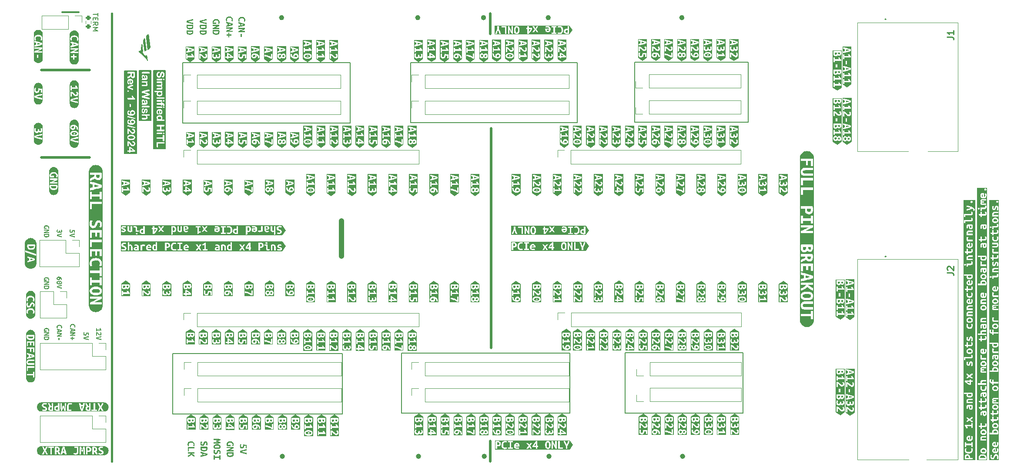
<source format=gto>
%TF.GenerationSoftware,KiCad,Pcbnew,7.0.8*%
%TF.CreationDate,2024-09-16T14:36:25-04:00*%
%TF.ProjectId,breakout_pcie,62726561-6b6f-4757-945f-706369652e6b,rev?*%
%TF.SameCoordinates,Original*%
%TF.FileFunction,Legend,Top*%
%TF.FilePolarity,Positive*%
%FSLAX46Y46*%
G04 Gerber Fmt 4.6, Leading zero omitted, Abs format (unit mm)*
G04 Created by KiCad (PCBNEW 7.0.8) date 2024-09-16 14:36:25*
%MOMM*%
%LPD*%
G01*
G04 APERTURE LIST*
G04 Aperture macros list*
%AMRoundRect*
0 Rectangle with rounded corners*
0 $1 Rounding radius*
0 $2 $3 $4 $5 $6 $7 $8 $9 X,Y pos of 4 corners*
0 Add a 4 corners polygon primitive as box body*
4,1,4,$2,$3,$4,$5,$6,$7,$8,$9,$2,$3,0*
0 Add four circle primitives for the rounded corners*
1,1,$1+$1,$2,$3*
1,1,$1+$1,$4,$5*
1,1,$1+$1,$6,$7*
1,1,$1+$1,$8,$9*
0 Add four rect primitives between the rounded corners*
20,1,$1+$1,$2,$3,$4,$5,0*
20,1,$1+$1,$4,$5,$6,$7,0*
20,1,$1+$1,$6,$7,$8,$9,0*
20,1,$1+$1,$8,$9,$2,$3,0*%
G04 Aperture macros list end*
%ADD10C,0.500000*%
%ADD11C,0.150000*%
%ADD12C,0.400000*%
%ADD13C,0.300000*%
%ADD14C,1.000000*%
%ADD15C,0.200000*%
%ADD16C,0.254000*%
%ADD17C,0.120000*%
%ADD18C,0.100000*%
%ADD19R,3.000000X4.500000*%
%ADD20R,1.700000X1.700000*%
%ADD21O,1.700000X1.700000*%
%ADD22C,2.400000*%
%ADD23C,1.200000*%
%ADD24RoundRect,0.200000X0.275000X-0.200000X0.275000X0.200000X-0.275000X0.200000X-0.275000X-0.200000X0*%
%ADD25C,1.316000*%
G04 APERTURE END LIST*
D10*
X195500000Y-53200000D02*
G75*
G03*
X195500000Y-53200000I-250000J0D01*
G01*
X195650000Y-138600000D02*
G75*
G03*
X195650000Y-138600000I-250000J0D01*
G01*
X169500000Y-53200000D02*
G75*
G03*
X169500000Y-53200000I-250000J0D01*
G01*
X169650000Y-138600000D02*
G75*
G03*
X169650000Y-138600000I-250000J0D01*
G01*
X156900000Y-53200000D02*
G75*
G03*
X156900000Y-53200000I-250000J0D01*
G01*
X157050000Y-138600000D02*
G75*
G03*
X157050000Y-138600000I-250000J0D01*
G01*
X144100000Y-53200000D02*
G75*
G03*
X144100000Y-53200000I-250000J0D01*
G01*
X144250000Y-138600000D02*
G75*
G03*
X144250000Y-138600000I-250000J0D01*
G01*
X117600000Y-53200000D02*
G75*
G03*
X117600000Y-53200000I-250000J0D01*
G01*
X117750000Y-138600000D02*
G75*
G03*
X117750000Y-138600000I-250000J0D01*
G01*
X158000000Y-56400000D02*
X158000000Y-52400000D01*
D11*
X140690000Y-118469975D02*
X173430000Y-118469975D01*
X173430000Y-130219975D01*
X140690000Y-130219975D01*
X140690000Y-118469975D01*
X92400000Y-63500000D02*
X94700000Y-63500000D01*
X94700000Y-78700000D01*
X92400000Y-78700000D01*
X92400000Y-63500000D01*
D10*
X70600000Y-63400000D02*
X80000000Y-63400000D01*
D11*
X89600000Y-63500000D02*
X91900000Y-63500000D01*
X91900000Y-73200000D01*
X89600000Y-73200000D01*
X89600000Y-63500000D01*
D12*
X84300000Y-52400000D02*
X84300000Y-139600000D01*
G36*
X86800000Y-63550000D02*
G01*
X87300000Y-63550000D01*
X87300000Y-79600000D01*
X86800000Y-79600000D01*
X86800000Y-63550000D01*
G37*
D11*
X184250000Y-118419975D02*
X207150000Y-118419975D01*
X207150000Y-130169975D01*
X184250000Y-130169975D01*
X184250000Y-118419975D01*
X86800000Y-63550000D02*
X89100000Y-63550000D01*
X89100000Y-79650000D01*
X86800000Y-79650000D01*
X86800000Y-63550000D01*
D13*
X77845000Y-52100000D02*
X74645000Y-52100000D01*
D11*
X142500000Y-61919975D02*
X174900000Y-61919975D01*
X174900000Y-73669975D01*
X142500000Y-73669975D01*
X142500000Y-61919975D01*
X186100000Y-61844975D02*
X208140000Y-61844975D01*
X208140000Y-73594975D01*
X186100000Y-73594975D01*
X186100000Y-61844975D01*
G36*
X89600000Y-63500000D02*
G01*
X90100000Y-63500000D01*
X90100000Y-73200000D01*
X89600000Y-73200000D01*
X89600000Y-63500000D01*
G37*
X96160000Y-118619975D02*
X129200000Y-118619975D01*
X129200000Y-130369975D01*
X96160000Y-130369975D01*
X96160000Y-118619975D01*
X98100000Y-61959975D02*
X130700000Y-61959975D01*
X130700000Y-73719975D01*
X98100000Y-73719975D01*
X98100000Y-61959975D01*
D10*
X70600000Y-80400000D02*
X80000000Y-80400000D01*
X158100000Y-117500000D02*
X158100000Y-74700000D01*
X158000000Y-139600000D02*
X158000000Y-135600000D01*
D14*
X129000000Y-92750000D02*
X129000000Y-99600000D01*
D15*
G36*
X88434809Y-79028637D02*
G01*
X87913143Y-79028637D01*
X87913143Y-78634112D01*
X88434809Y-79028637D01*
G37*
G36*
X88103977Y-76295339D02*
G01*
X88120637Y-76295485D01*
X88137013Y-76295727D01*
X88153103Y-76296066D01*
X88168909Y-76296501D01*
X88184429Y-76297034D01*
X88199664Y-76297663D01*
X88214615Y-76298390D01*
X88229280Y-76299213D01*
X88243661Y-76300133D01*
X88271567Y-76302263D01*
X88298333Y-76304781D01*
X88323959Y-76307686D01*
X88348446Y-76310979D01*
X88371792Y-76314659D01*
X88393998Y-76318726D01*
X88415065Y-76323180D01*
X88434992Y-76328022D01*
X88453778Y-76333252D01*
X88471425Y-76338868D01*
X88487932Y-76344872D01*
X88495798Y-76348043D01*
X88510780Y-76354819D01*
X88524763Y-76362173D01*
X88537748Y-76370106D01*
X88549734Y-76378617D01*
X88560721Y-76387706D01*
X88575329Y-76402423D01*
X88587689Y-76418442D01*
X88597802Y-76435762D01*
X88605668Y-76454383D01*
X88611286Y-76474305D01*
X88613783Y-76488309D01*
X88615281Y-76502892D01*
X88615781Y-76518053D01*
X88615286Y-76533925D01*
X88613801Y-76549138D01*
X88611327Y-76563690D01*
X88607862Y-76577583D01*
X88601703Y-76595081D01*
X88593785Y-76611405D01*
X88584106Y-76626556D01*
X88572668Y-76640534D01*
X88559471Y-76653339D01*
X88548471Y-76662326D01*
X88536458Y-76670828D01*
X88523429Y-76678844D01*
X88509386Y-76686374D01*
X88494328Y-76693419D01*
X88478255Y-76699979D01*
X88461167Y-76706053D01*
X88443065Y-76711641D01*
X88423948Y-76716744D01*
X88403817Y-76721361D01*
X88389832Y-76724169D01*
X88375358Y-76726785D01*
X88360360Y-76729232D01*
X88344835Y-76731511D01*
X88328785Y-76733621D01*
X88312209Y-76735561D01*
X88295107Y-76737334D01*
X88277480Y-76738937D01*
X88259327Y-76740372D01*
X88240648Y-76741637D01*
X88221443Y-76742734D01*
X88201713Y-76743663D01*
X88181457Y-76744422D01*
X88160676Y-76745013D01*
X88139369Y-76745435D01*
X88117536Y-76745688D01*
X88095177Y-76745772D01*
X88071607Y-76745692D01*
X88048617Y-76745451D01*
X88026209Y-76745050D01*
X88004381Y-76744489D01*
X87983135Y-76743766D01*
X87962470Y-76742884D01*
X87942385Y-76741841D01*
X87922882Y-76740637D01*
X87903960Y-76739273D01*
X87885619Y-76737749D01*
X87867858Y-76736064D01*
X87850679Y-76734218D01*
X87834081Y-76732212D01*
X87818064Y-76730046D01*
X87802628Y-76727719D01*
X87787773Y-76725232D01*
X87773427Y-76722552D01*
X87752728Y-76718112D01*
X87733012Y-76713168D01*
X87714280Y-76707720D01*
X87696532Y-76701768D01*
X87679767Y-76695311D01*
X87663986Y-76688350D01*
X87649188Y-76680885D01*
X87635374Y-76672915D01*
X87622544Y-76664442D01*
X87610697Y-76655464D01*
X87606993Y-76652351D01*
X87596586Y-76642581D01*
X87584357Y-76628548D01*
X87574009Y-76613364D01*
X87565543Y-76597028D01*
X87558958Y-76579542D01*
X87555254Y-76565672D01*
X87552608Y-76551155D01*
X87551020Y-76535990D01*
X87550491Y-76520177D01*
X87550717Y-76509864D01*
X87551900Y-76494897D01*
X87554099Y-76480535D01*
X87558609Y-76462323D01*
X87564923Y-76445186D01*
X87573041Y-76429122D01*
X87582962Y-76414131D01*
X87594688Y-76400214D01*
X87608218Y-76387370D01*
X87611906Y-76384342D01*
X87623662Y-76375578D01*
X87636458Y-76367293D01*
X87650294Y-76359488D01*
X87665170Y-76352162D01*
X87681085Y-76345315D01*
X87698039Y-76338947D01*
X87716034Y-76333059D01*
X87735068Y-76327650D01*
X87755141Y-76322721D01*
X87769101Y-76319701D01*
X87783523Y-76316894D01*
X87798488Y-76314278D01*
X87813986Y-76311831D01*
X87830018Y-76309552D01*
X87846584Y-76307443D01*
X87863685Y-76305502D01*
X87881319Y-76303730D01*
X87899487Y-76302126D01*
X87918190Y-76300692D01*
X87937426Y-76299426D01*
X87957196Y-76298329D01*
X87977500Y-76297401D01*
X87998339Y-76296641D01*
X88019711Y-76296050D01*
X88041617Y-76295628D01*
X88064057Y-76295375D01*
X88087032Y-76295291D01*
X88103977Y-76295339D01*
G37*
G36*
X88356348Y-73276389D02*
G01*
X88371349Y-73277123D01*
X88385964Y-73278348D01*
X88400191Y-73280062D01*
X88420805Y-73283551D01*
X88440547Y-73288142D01*
X88459418Y-73293835D01*
X88477418Y-73300630D01*
X88494546Y-73308527D01*
X88510802Y-73317526D01*
X88526187Y-73327626D01*
X88540700Y-73338829D01*
X88549792Y-73346768D01*
X88562330Y-73359066D01*
X88573548Y-73371831D01*
X88583446Y-73385063D01*
X88592025Y-73398762D01*
X88599284Y-73412928D01*
X88605223Y-73427561D01*
X88609842Y-73442660D01*
X88613141Y-73458227D01*
X88615121Y-73474260D01*
X88615781Y-73490760D01*
X88615694Y-73497237D01*
X88614713Y-73513164D01*
X88612643Y-73528710D01*
X88609484Y-73543875D01*
X88605235Y-73558661D01*
X88599897Y-73573065D01*
X88593469Y-73587090D01*
X88590659Y-73592575D01*
X88583066Y-73605864D01*
X88574660Y-73618548D01*
X88565442Y-73630627D01*
X88555410Y-73642101D01*
X88544566Y-73652969D01*
X88532909Y-73663232D01*
X88528026Y-73667161D01*
X88515309Y-73676499D01*
X88501865Y-73685145D01*
X88487696Y-73693100D01*
X88472800Y-73700363D01*
X88457178Y-73706934D01*
X88440830Y-73712814D01*
X88427300Y-73716964D01*
X88413449Y-73720561D01*
X88399278Y-73723604D01*
X88384785Y-73726094D01*
X88369971Y-73728031D01*
X88354837Y-73729414D01*
X88339382Y-73730244D01*
X88323605Y-73730521D01*
X88318756Y-73730488D01*
X88304453Y-73729990D01*
X88285954Y-73728396D01*
X88268108Y-73725740D01*
X88250915Y-73722021D01*
X88234375Y-73717240D01*
X88218488Y-73711397D01*
X88203254Y-73704491D01*
X88188673Y-73696523D01*
X88174839Y-73687802D01*
X88161846Y-73678461D01*
X88149694Y-73668500D01*
X88138384Y-73657920D01*
X88127914Y-73646720D01*
X88118286Y-73634900D01*
X88109498Y-73622460D01*
X88101552Y-73609401D01*
X88094579Y-73595943D01*
X88088537Y-73582308D01*
X88083424Y-73568497D01*
X88079240Y-73554508D01*
X88075986Y-73540341D01*
X88073662Y-73525998D01*
X88072268Y-73511478D01*
X88071803Y-73496781D01*
X88072087Y-73485000D01*
X88073576Y-73467805D01*
X88076341Y-73451184D01*
X88080382Y-73435135D01*
X88085699Y-73419659D01*
X88092293Y-73404755D01*
X88100163Y-73390424D01*
X88109309Y-73376666D01*
X88119731Y-73363481D01*
X88131430Y-73350869D01*
X88144404Y-73338829D01*
X88158468Y-73327626D01*
X88173435Y-73317526D01*
X88189304Y-73308527D01*
X88206077Y-73300630D01*
X88223751Y-73293835D01*
X88242329Y-73288142D01*
X88261809Y-73283551D01*
X88282192Y-73280062D01*
X88296282Y-73278348D01*
X88310773Y-73277123D01*
X88325665Y-73276389D01*
X88340959Y-73276144D01*
X88356348Y-73276389D01*
G37*
G36*
X88356348Y-71501378D02*
G01*
X88371349Y-71502113D01*
X88385964Y-71503337D01*
X88400191Y-71505051D01*
X88420805Y-71508541D01*
X88440547Y-71513132D01*
X88459418Y-71518825D01*
X88477418Y-71525620D01*
X88494546Y-71533517D01*
X88510802Y-71542515D01*
X88526187Y-71552616D01*
X88540700Y-71563818D01*
X88549792Y-71571758D01*
X88562330Y-71584056D01*
X88573548Y-71596821D01*
X88583446Y-71610053D01*
X88592025Y-71623752D01*
X88599284Y-71637917D01*
X88605223Y-71652550D01*
X88609842Y-71667650D01*
X88613141Y-71683216D01*
X88615121Y-71699249D01*
X88615781Y-71715750D01*
X88615694Y-71722227D01*
X88614713Y-71738153D01*
X88612643Y-71753699D01*
X88609484Y-71768865D01*
X88605235Y-71783650D01*
X88599897Y-71798055D01*
X88593469Y-71812079D01*
X88590659Y-71817564D01*
X88583066Y-71830854D01*
X88574660Y-71843538D01*
X88565442Y-71855617D01*
X88555410Y-71867090D01*
X88544566Y-71877959D01*
X88532909Y-71888222D01*
X88528026Y-71892151D01*
X88515309Y-71901489D01*
X88501865Y-71910135D01*
X88487696Y-71918090D01*
X88472800Y-71925352D01*
X88457178Y-71931924D01*
X88440830Y-71937803D01*
X88427300Y-71941953D01*
X88413449Y-71945550D01*
X88399278Y-71948594D01*
X88384785Y-71951084D01*
X88369971Y-71953021D01*
X88354837Y-71954404D01*
X88339382Y-71955234D01*
X88323605Y-71955511D01*
X88318756Y-71955477D01*
X88304453Y-71954979D01*
X88285954Y-71953386D01*
X88268108Y-71950730D01*
X88250915Y-71947011D01*
X88234375Y-71942230D01*
X88218488Y-71936386D01*
X88203254Y-71929480D01*
X88188673Y-71921512D01*
X88174839Y-71912791D01*
X88161846Y-71903450D01*
X88149694Y-71893490D01*
X88138384Y-71882909D01*
X88127914Y-71871709D01*
X88118286Y-71859890D01*
X88109498Y-71847450D01*
X88101552Y-71834391D01*
X88094579Y-71820933D01*
X88088537Y-71807298D01*
X88083424Y-71793486D01*
X88079240Y-71779497D01*
X88075986Y-71765331D01*
X88073662Y-71750988D01*
X88072268Y-71736468D01*
X88071803Y-71721770D01*
X88072087Y-71709989D01*
X88073576Y-71692795D01*
X88076341Y-71676173D01*
X88080382Y-71660124D01*
X88085699Y-71644648D01*
X88092293Y-71629745D01*
X88100163Y-71615414D01*
X88109309Y-71601656D01*
X88119731Y-71588471D01*
X88131430Y-71575858D01*
X88144404Y-71563818D01*
X88158468Y-71552616D01*
X88173435Y-71542515D01*
X88189304Y-71533517D01*
X88206077Y-71525620D01*
X88223751Y-71518825D01*
X88242329Y-71513132D01*
X88261809Y-71508541D01*
X88282192Y-71505051D01*
X88296282Y-71503337D01*
X88310773Y-71502113D01*
X88325665Y-71501378D01*
X88340959Y-71501133D01*
X88356348Y-71501378D01*
G37*
G36*
X87995720Y-65426690D02*
G01*
X88016816Y-65430038D01*
X88036985Y-65434264D01*
X88056227Y-65439368D01*
X88074541Y-65445349D01*
X88091927Y-65452209D01*
X88108386Y-65459946D01*
X88123917Y-65468560D01*
X88138521Y-65478053D01*
X88152197Y-65488423D01*
X88164945Y-65499672D01*
X88172879Y-65507597D01*
X88183820Y-65519989D01*
X88193609Y-65532984D01*
X88202247Y-65546583D01*
X88209733Y-65560786D01*
X88216067Y-65575593D01*
X88221250Y-65591004D01*
X88225281Y-65607019D01*
X88228160Y-65623637D01*
X88229887Y-65640860D01*
X88230463Y-65658686D01*
X88230210Y-65671195D01*
X88228881Y-65689387D01*
X88226413Y-65706895D01*
X88222805Y-65723718D01*
X88218058Y-65739856D01*
X88212172Y-65755309D01*
X88205147Y-65770078D01*
X88196982Y-65784162D01*
X88187679Y-65797560D01*
X88177236Y-65810275D01*
X88165653Y-65822304D01*
X88161571Y-65826148D01*
X88148671Y-65837051D01*
X88134793Y-65847015D01*
X88119939Y-65856038D01*
X88104107Y-65864122D01*
X88087297Y-65871266D01*
X88069510Y-65877469D01*
X88050746Y-65882733D01*
X88031005Y-65887056D01*
X88010286Y-65890440D01*
X87995930Y-65892173D01*
X87981140Y-65893489D01*
X87981140Y-65424945D01*
X87995720Y-65426690D01*
G37*
G36*
X88570449Y-64337698D02*
G01*
X88570370Y-64356076D01*
X88570134Y-64373667D01*
X88569740Y-64390473D01*
X88569188Y-64406492D01*
X88568478Y-64421727D01*
X88567611Y-64436175D01*
X88566014Y-64456374D01*
X88564062Y-64474805D01*
X88561756Y-64491468D01*
X88559094Y-64506363D01*
X88554994Y-64523473D01*
X88550263Y-64537440D01*
X88547612Y-64543814D01*
X88540259Y-64558960D01*
X88531869Y-64572983D01*
X88522441Y-64585881D01*
X88511975Y-64597656D01*
X88500472Y-64608306D01*
X88487932Y-64617833D01*
X88482658Y-64621349D01*
X88469039Y-64629148D01*
X88454796Y-64635529D01*
X88439932Y-64640492D01*
X88424445Y-64644037D01*
X88408335Y-64646164D01*
X88391602Y-64646873D01*
X88387228Y-64646838D01*
X88370331Y-64646000D01*
X88354397Y-64644044D01*
X88339426Y-64640970D01*
X88325417Y-64636778D01*
X88309261Y-64629967D01*
X88294609Y-64621408D01*
X88281461Y-64611104D01*
X88274283Y-64604092D01*
X88263178Y-64591050D01*
X88255066Y-64579396D01*
X88247640Y-64566658D01*
X88240900Y-64552835D01*
X88234846Y-64537927D01*
X88229478Y-64521935D01*
X88224797Y-64504858D01*
X88223751Y-64500441D01*
X88219900Y-64482089D01*
X88217360Y-64467606D01*
X88215118Y-64452506D01*
X88213176Y-64436790D01*
X88211533Y-64420458D01*
X88210188Y-64403510D01*
X88209142Y-64385945D01*
X88208395Y-64367764D01*
X88207947Y-64348967D01*
X88207797Y-64329553D01*
X88207797Y-64075980D01*
X88570449Y-64075980D01*
X88570449Y-64337698D01*
G37*
G36*
X89072247Y-79719552D02*
G01*
X87116691Y-79719552D01*
X87116691Y-79164277D01*
X87323834Y-79164277D01*
X87324195Y-79175677D01*
X87325800Y-79190189D01*
X87329611Y-79207224D01*
X87335428Y-79223031D01*
X87343251Y-79237610D01*
X87353080Y-79250962D01*
X87364915Y-79263086D01*
X87370253Y-79267589D01*
X87381873Y-79275723D01*
X87394755Y-79282695D01*
X87408899Y-79288506D01*
X87424305Y-79293154D01*
X87440972Y-79296640D01*
X87458901Y-79298964D01*
X87473176Y-79299945D01*
X87488160Y-79300272D01*
X87663820Y-79300272D01*
X87663820Y-79349499D01*
X87663935Y-79359268D01*
X87664853Y-79377928D01*
X87666690Y-79395414D01*
X87669446Y-79411727D01*
X87673120Y-79426867D01*
X87677713Y-79440834D01*
X87684746Y-79456643D01*
X87693214Y-79470619D01*
X87701116Y-79480413D01*
X87712550Y-79490820D01*
X87725713Y-79499186D01*
X87740606Y-79505512D01*
X87757227Y-79509797D01*
X87771770Y-79511756D01*
X87787419Y-79512409D01*
X87792322Y-79512359D01*
X87810835Y-79511164D01*
X87827588Y-79508375D01*
X87842581Y-79503992D01*
X87855815Y-79498016D01*
X87869882Y-79488304D01*
X87881200Y-79476103D01*
X87889769Y-79461411D01*
X87891207Y-79458218D01*
X87896503Y-79444893D01*
X87901068Y-79430683D01*
X87904903Y-79415587D01*
X87908007Y-79399606D01*
X87910381Y-79382739D01*
X87912024Y-79364987D01*
X87912937Y-79346350D01*
X87913143Y-79331791D01*
X87913143Y-79300272D01*
X88660404Y-79300272D01*
X88682447Y-79299637D01*
X88703068Y-79297732D01*
X88722267Y-79294557D01*
X88740044Y-79290112D01*
X88756398Y-79284397D01*
X88771331Y-79277412D01*
X88784841Y-79269157D01*
X88796930Y-79259633D01*
X88807596Y-79248838D01*
X88816840Y-79236773D01*
X88824661Y-79223439D01*
X88831061Y-79208834D01*
X88836038Y-79192959D01*
X88839594Y-79175815D01*
X88841727Y-79157400D01*
X88842438Y-79137716D01*
X88842309Y-79131316D01*
X88840862Y-79115874D01*
X88837806Y-79101227D01*
X88833143Y-79087376D01*
X88826871Y-79074320D01*
X88818990Y-79062059D01*
X88809502Y-79050594D01*
X88805283Y-79046143D01*
X88793451Y-79034408D01*
X88782666Y-79024398D01*
X88770708Y-79013834D01*
X88757576Y-79002717D01*
X88743272Y-78991046D01*
X88731774Y-78981930D01*
X88719616Y-78972503D01*
X88706798Y-78962765D01*
X88007347Y-78435432D01*
X87995221Y-78426148D01*
X87982399Y-78416326D01*
X87970685Y-78407345D01*
X87958829Y-78398246D01*
X87952579Y-78393505D01*
X87941068Y-78385057D01*
X87929222Y-78376721D01*
X87917039Y-78368497D01*
X87914299Y-78366752D01*
X87902110Y-78359511D01*
X87888830Y-78352650D01*
X87874540Y-78346540D01*
X87861668Y-78342618D01*
X87847428Y-78339982D01*
X87833105Y-78339103D01*
X87814130Y-78339900D01*
X87796162Y-78342290D01*
X87779201Y-78346274D01*
X87763248Y-78351852D01*
X87748302Y-78359024D01*
X87734362Y-78367789D01*
X87721430Y-78378148D01*
X87709505Y-78390101D01*
X87703973Y-78396662D01*
X87693979Y-78410906D01*
X87685413Y-78426643D01*
X87678275Y-78443875D01*
X87673858Y-78457779D01*
X87670244Y-78472524D01*
X87667434Y-78488109D01*
X87665426Y-78504535D01*
X87664221Y-78521801D01*
X87663820Y-78539907D01*
X87663820Y-78634112D01*
X87663820Y-79028637D01*
X87488160Y-79028637D01*
X87483216Y-79028674D01*
X87468820Y-79029224D01*
X87450642Y-79030983D01*
X87433626Y-79033916D01*
X87417773Y-79038022D01*
X87403081Y-79043301D01*
X87389551Y-79049753D01*
X87377183Y-79057379D01*
X87365978Y-79066177D01*
X87356100Y-79075922D01*
X87345605Y-79089114D01*
X87337168Y-79103431D01*
X87330789Y-79118871D01*
X87326468Y-79135436D01*
X87324492Y-79149497D01*
X87323834Y-79164277D01*
X87116691Y-79164277D01*
X87116691Y-78124132D01*
X87346500Y-78124132D01*
X87347058Y-78141126D01*
X87348735Y-78157046D01*
X87351530Y-78171893D01*
X87356595Y-78188942D01*
X87363406Y-78204313D01*
X87371964Y-78218007D01*
X87382269Y-78230024D01*
X87386845Y-78234355D01*
X87398819Y-78243961D01*
X87411553Y-78251821D01*
X87425048Y-78257934D01*
X87439304Y-78262300D01*
X87454321Y-78264920D01*
X87470099Y-78265793D01*
X87477306Y-78265619D01*
X87494478Y-78263658D01*
X87510439Y-78259518D01*
X87525189Y-78253199D01*
X87538729Y-78244702D01*
X87551059Y-78234025D01*
X87562178Y-78221170D01*
X87566252Y-78215490D01*
X87573612Y-78203249D01*
X87579920Y-78189836D01*
X87585177Y-78175249D01*
X87589383Y-78159490D01*
X87592537Y-78142557D01*
X87594640Y-78124451D01*
X87595527Y-78110101D01*
X87595823Y-78095092D01*
X87595823Y-77596092D01*
X87607682Y-77604418D01*
X87619070Y-77613089D01*
X87631255Y-77622956D01*
X87642571Y-77632569D01*
X87651245Y-77639886D01*
X87665075Y-77652236D01*
X87679889Y-77666236D01*
X87690312Y-77676486D01*
X87701172Y-77687468D01*
X87712469Y-77699184D01*
X87724203Y-77711634D01*
X87736374Y-77724816D01*
X87748982Y-77738732D01*
X87762028Y-77753381D01*
X87775511Y-77768763D01*
X87789430Y-77784878D01*
X87803787Y-77801727D01*
X87818582Y-77819308D01*
X87833813Y-77837623D01*
X87841474Y-77846881D01*
X87856415Y-77864899D01*
X87870847Y-77882252D01*
X87884769Y-77898941D01*
X87898183Y-77914967D01*
X87911087Y-77930328D01*
X87923482Y-77945026D01*
X87935369Y-77959059D01*
X87946746Y-77972428D01*
X87957614Y-77985133D01*
X87967973Y-77997174D01*
X87977823Y-78008552D01*
X87991643Y-78024372D01*
X88004318Y-78038699D01*
X88015847Y-78051531D01*
X88023330Y-78059580D01*
X88035223Y-78071622D01*
X88047920Y-78083626D01*
X88061420Y-78095593D01*
X88075722Y-78107523D01*
X88090828Y-78119416D01*
X88106737Y-78131271D01*
X88123449Y-78143089D01*
X88140964Y-78154869D01*
X88153087Y-78162702D01*
X88165566Y-78170518D01*
X88178403Y-78178318D01*
X88191554Y-78185908D01*
X88204887Y-78193009D01*
X88218403Y-78199621D01*
X88232101Y-78205742D01*
X88245982Y-78211374D01*
X88260046Y-78216516D01*
X88274292Y-78221169D01*
X88288721Y-78225331D01*
X88303333Y-78229004D01*
X88318127Y-78232188D01*
X88333104Y-78234881D01*
X88348263Y-78237085D01*
X88363605Y-78238799D01*
X88379130Y-78240023D01*
X88394837Y-78240758D01*
X88410727Y-78241003D01*
X88420886Y-78240885D01*
X88436043Y-78240268D01*
X88451100Y-78239121D01*
X88466057Y-78237446D01*
X88480915Y-78235241D01*
X88495673Y-78232507D01*
X88510332Y-78229244D01*
X88524891Y-78225451D01*
X88539350Y-78221130D01*
X88553710Y-78216279D01*
X88567970Y-78210900D01*
X88577416Y-78207041D01*
X88591315Y-78200896D01*
X88604891Y-78194321D01*
X88618142Y-78187316D01*
X88631070Y-78179882D01*
X88643674Y-78172019D01*
X88655955Y-78163726D01*
X88667912Y-78155003D01*
X88679545Y-78145851D01*
X88690854Y-78136269D01*
X88701840Y-78126257D01*
X88709003Y-78119415D01*
X88719385Y-78108892D01*
X88729331Y-78098058D01*
X88738841Y-78086913D01*
X88747915Y-78075456D01*
X88756554Y-78063688D01*
X88764757Y-78051609D01*
X88772524Y-78039218D01*
X88779856Y-78026516D01*
X88786751Y-78013503D01*
X88793211Y-78000179D01*
X88799172Y-77986280D01*
X88804749Y-77972030D01*
X88809940Y-77957428D01*
X88814748Y-77942475D01*
X88819171Y-77927170D01*
X88823209Y-77911514D01*
X88826862Y-77895506D01*
X88830131Y-77879148D01*
X88833016Y-77862438D01*
X88835516Y-77845376D01*
X88837631Y-77827963D01*
X88839361Y-77810199D01*
X88840707Y-77792083D01*
X88841669Y-77773616D01*
X88842246Y-77754797D01*
X88842438Y-77735628D01*
X88842400Y-77727624D01*
X88842099Y-77711806D01*
X88841496Y-77696240D01*
X88840591Y-77680926D01*
X88839385Y-77665863D01*
X88837877Y-77651053D01*
X88836067Y-77636494D01*
X88833956Y-77622186D01*
X88831543Y-77608131D01*
X88827359Y-77587520D01*
X88822496Y-77567475D01*
X88816954Y-77547997D01*
X88810734Y-77529086D01*
X88803836Y-77510741D01*
X88798915Y-77498830D01*
X88791176Y-77481451D01*
X88783007Y-77464657D01*
X88774409Y-77448448D01*
X88765381Y-77432825D01*
X88755924Y-77417786D01*
X88746037Y-77403333D01*
X88735720Y-77389465D01*
X88724974Y-77376183D01*
X88713799Y-77363485D01*
X88702194Y-77351372D01*
X88694257Y-77343657D01*
X88682140Y-77332536D01*
X88669767Y-77321956D01*
X88657139Y-77311917D01*
X88644255Y-77302421D01*
X88631117Y-77293466D01*
X88617723Y-77285052D01*
X88604074Y-77277180D01*
X88590170Y-77269850D01*
X88576010Y-77263061D01*
X88561595Y-77256814D01*
X88556754Y-77254875D01*
X88542300Y-77249426D01*
X88527951Y-77244532D01*
X88513709Y-77240192D01*
X88499572Y-77236406D01*
X88485541Y-77233174D01*
X88466998Y-77229727D01*
X88448643Y-77227264D01*
X88430476Y-77225787D01*
X88412497Y-77225294D01*
X88401101Y-77225612D01*
X88386603Y-77227023D01*
X88369601Y-77230374D01*
X88353844Y-77235489D01*
X88339332Y-77242368D01*
X88326065Y-77251011D01*
X88314043Y-77261418D01*
X88309626Y-77266047D01*
X88299830Y-77278224D01*
X88291815Y-77291266D01*
X88285581Y-77305173D01*
X88281128Y-77319944D01*
X88278456Y-77335580D01*
X88277565Y-77352081D01*
X88277908Y-77363497D01*
X88279430Y-77377876D01*
X88283044Y-77394496D01*
X88288560Y-77409611D01*
X88295979Y-77423222D01*
X88305299Y-77435329D01*
X88316522Y-77445931D01*
X88321547Y-77449882D01*
X88335076Y-77459469D01*
X88349990Y-77468641D01*
X88362916Y-77475680D01*
X88376728Y-77482453D01*
X88391425Y-77488961D01*
X88407008Y-77495203D01*
X88423476Y-77501179D01*
X88431763Y-77504088D01*
X88447058Y-77509566D01*
X88463780Y-77515776D01*
X88477838Y-77521277D01*
X88491194Y-77526942D01*
X88504931Y-77534115D01*
X88511751Y-77538616D01*
X88524741Y-77547929D01*
X88536865Y-77557657D01*
X88548123Y-77567800D01*
X88558516Y-77578358D01*
X88568042Y-77589332D01*
X88576702Y-77600720D01*
X88588068Y-77618580D01*
X88597486Y-77637375D01*
X88604956Y-77657103D01*
X88608853Y-77670773D01*
X88611884Y-77684859D01*
X88614049Y-77699360D01*
X88615348Y-77714276D01*
X88615781Y-77729607D01*
X88615360Y-77744243D01*
X88614099Y-77758581D01*
X88611996Y-77772620D01*
X88608184Y-77789748D01*
X88603059Y-77806410D01*
X88596619Y-77822604D01*
X88588865Y-77838332D01*
X88585461Y-77844448D01*
X88576211Y-77859024D01*
X88565906Y-77872579D01*
X88554547Y-77885115D01*
X88542132Y-77896630D01*
X88528663Y-77907125D01*
X88514139Y-77916599D01*
X88511116Y-77918386D01*
X88495617Y-77926469D01*
X88479477Y-77933133D01*
X88462698Y-77938380D01*
X88448815Y-77941556D01*
X88434521Y-77943825D01*
X88419818Y-77945186D01*
X88404706Y-77945640D01*
X88390402Y-77945208D01*
X88375998Y-77943913D01*
X88361494Y-77941755D01*
X88346891Y-77938734D01*
X88332188Y-77934849D01*
X88317385Y-77930101D01*
X88302483Y-77924490D01*
X88287482Y-77918016D01*
X88280009Y-77914463D01*
X88265112Y-77906761D01*
X88250282Y-77898261D01*
X88235518Y-77888964D01*
X88220821Y-77878871D01*
X88206190Y-77867981D01*
X88191625Y-77856294D01*
X88180746Y-77847006D01*
X88169903Y-77837269D01*
X88162687Y-77830521D01*
X88151864Y-77819994D01*
X88141040Y-77808981D01*
X88130216Y-77797483D01*
X88119392Y-77785499D01*
X88108568Y-77773030D01*
X88097745Y-77760075D01*
X88086921Y-77746635D01*
X88076097Y-77732709D01*
X88065273Y-77718297D01*
X88054450Y-77703400D01*
X88045507Y-77690855D01*
X88034440Y-77676418D01*
X88024745Y-77664348D01*
X88013855Y-77651213D01*
X88001769Y-77637015D01*
X87988489Y-77621751D01*
X87978971Y-77610984D01*
X87968922Y-77599744D01*
X87958342Y-77588031D01*
X87947230Y-77575844D01*
X87935587Y-77563185D01*
X87923413Y-77550052D01*
X87910819Y-77536582D01*
X87897914Y-77522909D01*
X87884700Y-77509035D01*
X87871176Y-77494959D01*
X87857342Y-77480681D01*
X87843198Y-77466201D01*
X87828744Y-77451519D01*
X87813980Y-77436635D01*
X87798907Y-77421549D01*
X87783523Y-77406261D01*
X87767830Y-77390771D01*
X87751827Y-77375079D01*
X87735513Y-77359185D01*
X87718890Y-77343089D01*
X87701958Y-77326791D01*
X87684715Y-77310291D01*
X87682543Y-77308215D01*
X87670936Y-77297994D01*
X87658084Y-77288031D01*
X87643987Y-77278329D01*
X87631813Y-77270753D01*
X87618842Y-77263344D01*
X87605075Y-77256100D01*
X87590510Y-77249023D01*
X87583116Y-77245677D01*
X87568850Y-77239635D01*
X87555282Y-77234455D01*
X87539302Y-77229195D01*
X87524411Y-77225283D01*
X87507980Y-77222370D01*
X87493118Y-77221399D01*
X87489415Y-77221443D01*
X87474915Y-77222497D01*
X87457489Y-77225791D01*
X87440841Y-77231281D01*
X87424972Y-77238968D01*
X87412837Y-77246698D01*
X87401199Y-77255834D01*
X87390060Y-77266376D01*
X87387380Y-77269242D01*
X87377511Y-77281372D01*
X87369003Y-77294564D01*
X87361856Y-77308819D01*
X87356071Y-77324136D01*
X87351647Y-77340516D01*
X87348584Y-77357958D01*
X87346882Y-77376462D01*
X87346500Y-77391038D01*
X87346500Y-78124132D01*
X87116691Y-78124132D01*
X87116691Y-76522302D01*
X87323834Y-76522302D01*
X87324091Y-76539029D01*
X87324863Y-76555565D01*
X87326150Y-76571910D01*
X87327951Y-76588064D01*
X87330267Y-76604027D01*
X87333097Y-76619799D01*
X87336442Y-76635381D01*
X87340302Y-76650771D01*
X87344676Y-76665971D01*
X87349565Y-76680979D01*
X87354969Y-76695797D01*
X87360887Y-76710424D01*
X87367320Y-76724859D01*
X87374267Y-76739104D01*
X87381729Y-76753158D01*
X87389706Y-76767021D01*
X87398155Y-76780672D01*
X87407032Y-76793998D01*
X87416338Y-76807001D01*
X87426073Y-76819679D01*
X87436237Y-76832035D01*
X87446830Y-76844066D01*
X87457851Y-76855774D01*
X87469302Y-76867158D01*
X87481181Y-76878218D01*
X87493489Y-76888955D01*
X87506226Y-76899368D01*
X87519392Y-76909457D01*
X87532987Y-76919223D01*
X87547010Y-76928664D01*
X87561463Y-76937782D01*
X87576344Y-76946577D01*
X87594792Y-76956561D01*
X87613613Y-76965929D01*
X87632808Y-76974681D01*
X87652376Y-76982816D01*
X87665629Y-76987898D01*
X87679048Y-76992705D01*
X87692633Y-76997238D01*
X87706384Y-77001498D01*
X87720302Y-77005483D01*
X87734385Y-77009195D01*
X87748634Y-77012633D01*
X87763049Y-77015797D01*
X87777630Y-77018687D01*
X87792377Y-77021303D01*
X87807386Y-77023747D01*
X87822751Y-77026034D01*
X87838474Y-77028163D01*
X87854553Y-77030134D01*
X87870989Y-77031948D01*
X87887782Y-77033604D01*
X87904932Y-77035102D01*
X87922439Y-77036443D01*
X87940303Y-77037626D01*
X87958524Y-77038651D01*
X87977102Y-77039518D01*
X87996037Y-77040228D01*
X88015328Y-77040780D01*
X88034977Y-77041174D01*
X88054982Y-77041411D01*
X88075345Y-77041489D01*
X88094180Y-77041414D01*
X88112749Y-77041189D01*
X88131051Y-77040814D01*
X88149086Y-77040289D01*
X88166853Y-77039613D01*
X88184354Y-77038788D01*
X88201588Y-77037812D01*
X88218555Y-77036686D01*
X88235255Y-77035410D01*
X88251687Y-77033984D01*
X88267853Y-77032408D01*
X88283752Y-77030682D01*
X88299384Y-77028806D01*
X88314749Y-77026780D01*
X88329846Y-77024603D01*
X88344677Y-77022277D01*
X88359241Y-77019800D01*
X88373538Y-77017173D01*
X88401331Y-77011469D01*
X88428055Y-77005165D01*
X88453712Y-76998261D01*
X88478301Y-76990756D01*
X88501821Y-76982650D01*
X88524274Y-76973945D01*
X88545659Y-76964638D01*
X88557581Y-76959023D01*
X88575018Y-76950294D01*
X88591920Y-76941198D01*
X88608286Y-76931734D01*
X88624117Y-76921904D01*
X88639413Y-76911705D01*
X88654173Y-76901140D01*
X88668398Y-76890207D01*
X88682087Y-76878907D01*
X88695242Y-76867240D01*
X88707860Y-76855205D01*
X88715971Y-76847023D01*
X88727676Y-76834442D01*
X88738826Y-76821495D01*
X88749423Y-76808180D01*
X88759466Y-76794497D01*
X88768954Y-76780448D01*
X88777888Y-76766031D01*
X88786269Y-76751247D01*
X88794095Y-76736095D01*
X88801367Y-76720577D01*
X88808085Y-76704691D01*
X88812245Y-76693903D01*
X88817982Y-76677441D01*
X88823115Y-76660643D01*
X88827644Y-76643509D01*
X88831569Y-76626038D01*
X88834890Y-76608232D01*
X88837607Y-76590089D01*
X88839721Y-76571610D01*
X88841230Y-76552795D01*
X88842136Y-76533644D01*
X88842438Y-76514157D01*
X88842135Y-76494495D01*
X88841226Y-76475172D01*
X88839711Y-76456191D01*
X88837591Y-76437549D01*
X88834864Y-76419248D01*
X88831531Y-76401287D01*
X88827593Y-76383667D01*
X88823048Y-76366387D01*
X88817898Y-76349447D01*
X88812141Y-76332848D01*
X88805779Y-76316588D01*
X88798811Y-76300670D01*
X88791237Y-76285091D01*
X88783057Y-76269853D01*
X88774271Y-76254955D01*
X88764879Y-76240397D01*
X88754911Y-76226267D01*
X88744399Y-76212563D01*
X88733341Y-76199285D01*
X88721739Y-76186433D01*
X88709591Y-76174008D01*
X88696898Y-76162008D01*
X88683660Y-76150434D01*
X88669877Y-76139287D01*
X88655550Y-76128565D01*
X88640677Y-76118270D01*
X88625258Y-76108401D01*
X88609295Y-76098958D01*
X88592787Y-76089941D01*
X88575734Y-76081350D01*
X88558136Y-76073185D01*
X88539992Y-76065446D01*
X88534470Y-76063317D01*
X88517509Y-76057140D01*
X88499957Y-76051281D01*
X88481813Y-76045739D01*
X88463078Y-76040515D01*
X88443751Y-76035609D01*
X88423833Y-76031020D01*
X88403324Y-76026748D01*
X88389323Y-76024077D01*
X88375058Y-76021546D01*
X88360531Y-76019157D01*
X88345741Y-76016909D01*
X88330688Y-76014802D01*
X88315389Y-76012873D01*
X88299860Y-76011067D01*
X88284102Y-76009386D01*
X88268114Y-76007830D01*
X88251896Y-76006398D01*
X88235449Y-76005091D01*
X88218772Y-76003908D01*
X88201865Y-76002850D01*
X88184729Y-76001916D01*
X88167363Y-76001107D01*
X88149768Y-76000422D01*
X88131943Y-75999862D01*
X88113888Y-75999426D01*
X88095603Y-75999115D01*
X88077089Y-75998928D01*
X88058345Y-75998866D01*
X88043797Y-75998922D01*
X88029371Y-75999092D01*
X88015067Y-75999376D01*
X88000884Y-75999773D01*
X87979838Y-76000581D01*
X87959066Y-76001645D01*
X87938569Y-76002964D01*
X87918345Y-76004537D01*
X87898394Y-76006367D01*
X87878718Y-76008451D01*
X87859316Y-76010791D01*
X87840188Y-76013386D01*
X87827637Y-76015309D01*
X87809061Y-76018432D01*
X87790783Y-76021841D01*
X87772805Y-76025537D01*
X87755125Y-76029519D01*
X87737744Y-76033788D01*
X87720661Y-76038342D01*
X87703878Y-76043184D01*
X87687393Y-76048311D01*
X87671207Y-76053725D01*
X87655320Y-76059426D01*
X87636149Y-76067452D01*
X87617503Y-76075949D01*
X87599383Y-76084916D01*
X87581789Y-76094354D01*
X87564721Y-76104262D01*
X87548178Y-76114640D01*
X87532161Y-76125489D01*
X87516670Y-76136808D01*
X87501704Y-76148597D01*
X87487264Y-76160857D01*
X87473350Y-76173587D01*
X87459961Y-76186787D01*
X87447098Y-76200458D01*
X87434761Y-76214599D01*
X87422949Y-76229211D01*
X87411663Y-76244293D01*
X87401028Y-76259780D01*
X87391078Y-76275519D01*
X87381815Y-76291510D01*
X87373238Y-76307753D01*
X87365347Y-76324247D01*
X87358142Y-76340993D01*
X87351624Y-76357991D01*
X87345791Y-76375241D01*
X87340645Y-76392742D01*
X87336185Y-76410495D01*
X87332411Y-76428500D01*
X87329323Y-76446757D01*
X87326922Y-76465266D01*
X87325206Y-76484026D01*
X87324177Y-76503038D01*
X87323872Y-76520177D01*
X87323834Y-76522302D01*
X87116691Y-76522302D01*
X87116691Y-75713065D01*
X87346500Y-75713065D01*
X87347058Y-75730059D01*
X87348735Y-75745979D01*
X87351530Y-75760825D01*
X87356595Y-75777874D01*
X87363406Y-75793246D01*
X87371964Y-75806940D01*
X87382269Y-75818956D01*
X87386845Y-75823288D01*
X87398819Y-75832894D01*
X87411553Y-75840753D01*
X87425048Y-75846866D01*
X87439304Y-75851232D01*
X87454321Y-75853852D01*
X87470099Y-75854726D01*
X87477306Y-75854551D01*
X87494478Y-75852590D01*
X87510439Y-75848450D01*
X87525189Y-75842132D01*
X87538729Y-75833634D01*
X87551059Y-75822958D01*
X87562178Y-75810102D01*
X87566252Y-75804422D01*
X87573612Y-75792182D01*
X87579920Y-75778768D01*
X87585177Y-75764182D01*
X87589383Y-75748422D01*
X87592537Y-75731489D01*
X87594640Y-75713383D01*
X87595527Y-75699034D01*
X87595823Y-75684024D01*
X87595823Y-75185024D01*
X87607682Y-75193350D01*
X87619070Y-75202021D01*
X87631255Y-75211888D01*
X87642571Y-75221502D01*
X87651245Y-75228818D01*
X87665075Y-75241168D01*
X87679889Y-75255168D01*
X87690312Y-75265418D01*
X87701172Y-75276401D01*
X87712469Y-75288117D01*
X87724203Y-75300566D01*
X87736374Y-75313749D01*
X87748982Y-75327664D01*
X87762028Y-75342313D01*
X87775511Y-75357695D01*
X87789430Y-75373811D01*
X87803787Y-75390659D01*
X87818582Y-75408241D01*
X87833813Y-75426556D01*
X87841474Y-75435813D01*
X87856415Y-75453831D01*
X87870847Y-75471184D01*
X87884769Y-75487874D01*
X87898183Y-75503899D01*
X87911087Y-75519261D01*
X87923482Y-75533958D01*
X87935369Y-75547991D01*
X87946746Y-75561360D01*
X87957614Y-75574066D01*
X87967973Y-75586107D01*
X87977823Y-75597484D01*
X87991643Y-75613305D01*
X88004318Y-75627631D01*
X88015847Y-75640464D01*
X88023330Y-75648512D01*
X88035223Y-75660554D01*
X88047920Y-75672559D01*
X88061420Y-75684526D01*
X88075722Y-75696456D01*
X88090828Y-75708348D01*
X88106737Y-75720203D01*
X88123449Y-75732021D01*
X88140964Y-75743801D01*
X88153087Y-75751634D01*
X88165566Y-75759450D01*
X88178403Y-75767250D01*
X88191554Y-75774841D01*
X88204887Y-75781942D01*
X88218403Y-75788553D01*
X88232101Y-75794675D01*
X88245982Y-75800307D01*
X88260046Y-75805449D01*
X88274292Y-75810101D01*
X88288721Y-75814264D01*
X88303333Y-75817937D01*
X88318127Y-75821120D01*
X88333104Y-75823813D01*
X88348263Y-75826017D01*
X88363605Y-75827731D01*
X88379130Y-75828955D01*
X88394837Y-75829690D01*
X88410727Y-75829935D01*
X88420886Y-75829817D01*
X88436043Y-75829200D01*
X88451100Y-75828054D01*
X88466057Y-75826378D01*
X88480915Y-75824173D01*
X88495673Y-75821439D01*
X88510332Y-75818176D01*
X88524891Y-75814384D01*
X88539350Y-75810062D01*
X88553710Y-75805212D01*
X88567970Y-75799832D01*
X88577416Y-75795974D01*
X88591315Y-75789828D01*
X88604891Y-75783253D01*
X88618142Y-75776249D01*
X88631070Y-75768815D01*
X88643674Y-75760951D01*
X88655955Y-75752658D01*
X88667912Y-75743935D01*
X88679545Y-75734783D01*
X88690854Y-75725201D01*
X88701840Y-75715190D01*
X88709003Y-75708347D01*
X88719385Y-75697824D01*
X88729331Y-75686990D01*
X88738841Y-75675845D01*
X88747915Y-75664388D01*
X88756554Y-75652620D01*
X88764757Y-75640541D01*
X88772524Y-75628151D01*
X88779856Y-75615449D01*
X88786751Y-75602436D01*
X88793211Y-75589112D01*
X88799172Y-75575212D01*
X88804749Y-75560962D01*
X88809940Y-75546360D01*
X88814748Y-75531407D01*
X88819171Y-75516102D01*
X88823209Y-75500446D01*
X88826862Y-75484439D01*
X88830131Y-75468080D01*
X88833016Y-75451370D01*
X88835516Y-75434308D01*
X88837631Y-75416895D01*
X88839361Y-75399131D01*
X88840707Y-75381015D01*
X88841669Y-75362548D01*
X88842246Y-75343730D01*
X88842438Y-75324560D01*
X88842400Y-75316557D01*
X88842099Y-75300739D01*
X88841496Y-75285173D01*
X88840591Y-75269858D01*
X88839385Y-75254796D01*
X88837877Y-75239985D01*
X88836067Y-75225426D01*
X88833956Y-75211119D01*
X88831543Y-75197063D01*
X88827359Y-75176452D01*
X88822496Y-75156408D01*
X88816954Y-75136930D01*
X88810734Y-75118018D01*
X88803836Y-75099673D01*
X88798915Y-75087762D01*
X88791176Y-75070383D01*
X88783007Y-75053589D01*
X88774409Y-75037381D01*
X88765381Y-75021757D01*
X88755924Y-75006719D01*
X88746037Y-74992266D01*
X88735720Y-74978398D01*
X88724974Y-74965115D01*
X88713799Y-74952417D01*
X88702194Y-74940305D01*
X88694257Y-74932590D01*
X88682140Y-74921468D01*
X88669767Y-74910888D01*
X88657139Y-74900850D01*
X88644255Y-74891353D01*
X88631117Y-74882398D01*
X88617723Y-74873984D01*
X88604074Y-74866112D01*
X88590170Y-74858782D01*
X88576010Y-74851993D01*
X88561595Y-74845746D01*
X88556754Y-74843807D01*
X88542300Y-74838359D01*
X88527951Y-74833465D01*
X88513709Y-74829125D01*
X88499572Y-74825339D01*
X88485541Y-74822107D01*
X88466998Y-74818659D01*
X88448643Y-74816197D01*
X88430476Y-74814719D01*
X88412497Y-74814227D01*
X88401101Y-74814544D01*
X88386603Y-74815955D01*
X88369601Y-74819307D01*
X88353844Y-74824422D01*
X88339332Y-74831301D01*
X88326065Y-74839943D01*
X88314043Y-74850350D01*
X88309626Y-74854979D01*
X88299830Y-74867156D01*
X88291815Y-74880199D01*
X88285581Y-74894105D01*
X88281128Y-74908877D01*
X88278456Y-74924513D01*
X88277565Y-74941013D01*
X88277908Y-74952429D01*
X88279430Y-74966808D01*
X88283044Y-74983428D01*
X88288560Y-74998544D01*
X88295979Y-75012155D01*
X88305299Y-75024261D01*
X88316522Y-75034863D01*
X88321547Y-75038814D01*
X88335076Y-75048401D01*
X88349990Y-75057573D01*
X88362916Y-75064612D01*
X88376728Y-75071385D01*
X88391425Y-75077893D01*
X88407008Y-75084135D01*
X88423476Y-75090111D01*
X88431763Y-75093020D01*
X88447058Y-75098499D01*
X88463780Y-75104709D01*
X88477838Y-75110209D01*
X88491194Y-75115874D01*
X88504931Y-75123047D01*
X88511751Y-75127548D01*
X88524741Y-75136861D01*
X88536865Y-75146589D01*
X88548123Y-75156733D01*
X88558516Y-75167291D01*
X88568042Y-75178264D01*
X88576702Y-75189652D01*
X88588068Y-75207513D01*
X88597486Y-75226307D01*
X88604956Y-75246035D01*
X88608853Y-75259706D01*
X88611884Y-75273792D01*
X88614049Y-75288292D01*
X88615348Y-75303208D01*
X88615781Y-75318539D01*
X88615360Y-75333176D01*
X88614099Y-75347513D01*
X88611996Y-75361552D01*
X88608184Y-75378680D01*
X88603059Y-75395342D01*
X88596619Y-75411536D01*
X88588865Y-75427264D01*
X88585461Y-75433380D01*
X88576211Y-75447956D01*
X88565906Y-75461512D01*
X88554547Y-75474047D01*
X88542132Y-75485562D01*
X88528663Y-75496057D01*
X88514139Y-75505532D01*
X88511116Y-75507318D01*
X88495617Y-75515401D01*
X88479477Y-75522065D01*
X88462698Y-75527312D01*
X88448815Y-75530488D01*
X88434521Y-75532757D01*
X88419818Y-75534118D01*
X88404706Y-75534572D01*
X88390402Y-75534140D01*
X88375998Y-75532846D01*
X88361494Y-75530687D01*
X88346891Y-75527666D01*
X88332188Y-75523782D01*
X88317385Y-75519034D01*
X88302483Y-75513423D01*
X88287482Y-75506948D01*
X88280009Y-75503396D01*
X88265112Y-75495693D01*
X88250282Y-75487193D01*
X88235518Y-75477897D01*
X88220821Y-75467803D01*
X88206190Y-75456913D01*
X88191625Y-75445226D01*
X88180746Y-75435938D01*
X88169903Y-75426202D01*
X88162687Y-75419453D01*
X88151864Y-75408926D01*
X88141040Y-75397914D01*
X88130216Y-75386415D01*
X88119392Y-75374432D01*
X88108568Y-75361962D01*
X88097745Y-75349007D01*
X88086921Y-75335567D01*
X88076097Y-75321641D01*
X88065273Y-75307229D01*
X88054450Y-75292332D01*
X88045507Y-75279787D01*
X88034440Y-75265350D01*
X88024745Y-75253280D01*
X88013855Y-75240146D01*
X88001769Y-75225947D01*
X87988489Y-75210683D01*
X87978971Y-75199916D01*
X87968922Y-75188676D01*
X87958342Y-75176963D01*
X87947230Y-75164776D01*
X87935587Y-75152117D01*
X87923413Y-75138984D01*
X87910819Y-75125514D01*
X87897914Y-75111842D01*
X87884700Y-75097968D01*
X87871176Y-75083891D01*
X87857342Y-75069613D01*
X87843198Y-75055133D01*
X87828744Y-75040451D01*
X87813980Y-75025567D01*
X87798907Y-75010481D01*
X87783523Y-74995193D01*
X87767830Y-74979703D01*
X87751827Y-74964011D01*
X87735513Y-74948117D01*
X87718890Y-74932021D01*
X87701958Y-74915723D01*
X87684715Y-74899223D01*
X87682543Y-74897148D01*
X87670936Y-74886926D01*
X87658084Y-74876964D01*
X87643987Y-74867261D01*
X87631813Y-74859685D01*
X87618842Y-74852276D01*
X87605075Y-74845032D01*
X87590510Y-74837955D01*
X87583116Y-74834610D01*
X87568850Y-74828567D01*
X87555282Y-74823388D01*
X87539302Y-74818127D01*
X87524411Y-74814216D01*
X87507980Y-74811302D01*
X87493118Y-74810331D01*
X87489415Y-74810375D01*
X87474915Y-74811429D01*
X87457489Y-74814723D01*
X87440841Y-74820214D01*
X87424972Y-74827900D01*
X87412837Y-74835631D01*
X87401199Y-74844767D01*
X87390060Y-74855308D01*
X87387380Y-74858175D01*
X87377511Y-74870304D01*
X87369003Y-74883497D01*
X87361856Y-74897751D01*
X87356071Y-74913068D01*
X87351647Y-74929448D01*
X87348584Y-74946890D01*
X87346882Y-74965394D01*
X87346500Y-74979970D01*
X87346500Y-75713065D01*
X87116691Y-75713065D01*
X87116691Y-74268124D01*
X87323834Y-74268124D01*
X87324353Y-74281669D01*
X87326345Y-74296577D01*
X87330557Y-74312112D01*
X87336803Y-74325648D01*
X87345083Y-74337184D01*
X87349119Y-74341647D01*
X87361038Y-74352394D01*
X87372848Y-74360417D01*
X87385945Y-74367152D01*
X87400331Y-74372599D01*
X87402522Y-74373288D01*
X87416616Y-74377555D01*
X87432329Y-74382045D01*
X87446660Y-74385959D01*
X87462114Y-74390027D01*
X87478692Y-74394252D01*
X87492764Y-74397744D01*
X88647654Y-74676461D01*
X88652828Y-74677769D01*
X88667747Y-74681442D01*
X88681763Y-74684741D01*
X88699048Y-74688559D01*
X88714727Y-74691714D01*
X88732070Y-74694722D01*
X88746905Y-74696694D01*
X88763462Y-74697711D01*
X88769272Y-74697593D01*
X88785774Y-74695829D01*
X88800881Y-74691949D01*
X88814593Y-74685952D01*
X88826911Y-74677838D01*
X88837834Y-74667608D01*
X88845690Y-74657715D01*
X88853360Y-74644268D01*
X88859112Y-74629103D01*
X88862441Y-74615153D01*
X88864438Y-74600010D01*
X88865104Y-74583674D01*
X88865067Y-74579708D01*
X88864187Y-74564671D01*
X88861438Y-74547726D01*
X88856855Y-74532839D01*
X88850440Y-74520009D01*
X88840321Y-74507330D01*
X88827564Y-74497615D01*
X88820027Y-74493495D01*
X88805252Y-74486614D01*
X88791440Y-74481097D01*
X88775857Y-74475569D01*
X88758504Y-74470030D01*
X88744327Y-74465868D01*
X88729154Y-74461700D01*
X88712984Y-74457526D01*
X88695819Y-74453346D01*
X87540929Y-74175336D01*
X87535153Y-74174094D01*
X87518640Y-74170605D01*
X87503346Y-74167471D01*
X87484853Y-74163843D01*
X87468528Y-74160847D01*
X87454373Y-74158481D01*
X87439730Y-74156411D01*
X87423351Y-74155150D01*
X87417228Y-74155260D01*
X87400026Y-74156915D01*
X87384574Y-74160556D01*
X87370871Y-74166182D01*
X87358917Y-74173795D01*
X87345700Y-74187034D01*
X87337828Y-74199280D01*
X87331706Y-74213512D01*
X87327332Y-74229730D01*
X87324708Y-74247934D01*
X87323834Y-74268124D01*
X87116691Y-74268124D01*
X87116691Y-73476948D01*
X87323834Y-73476948D01*
X87324027Y-73493573D01*
X87324608Y-73509978D01*
X87325577Y-73526166D01*
X87326933Y-73542134D01*
X87328676Y-73557884D01*
X87330806Y-73573416D01*
X87333324Y-73588729D01*
X87336229Y-73603823D01*
X87339522Y-73618699D01*
X87343201Y-73633356D01*
X87347269Y-73647795D01*
X87351723Y-73662015D01*
X87356565Y-73676016D01*
X87361794Y-73689799D01*
X87367411Y-73703363D01*
X87373415Y-73716709D01*
X87379815Y-73729871D01*
X87386618Y-73742795D01*
X87393826Y-73755481D01*
X87401437Y-73767928D01*
X87409453Y-73780138D01*
X87417872Y-73792110D01*
X87426696Y-73803844D01*
X87435923Y-73815341D01*
X87445554Y-73826599D01*
X87455589Y-73837619D01*
X87466029Y-73848401D01*
X87476872Y-73858946D01*
X87488119Y-73869252D01*
X87499770Y-73879320D01*
X87511825Y-73889151D01*
X87524284Y-73898743D01*
X87537170Y-73908074D01*
X87550419Y-73917121D01*
X87564031Y-73925882D01*
X87578004Y-73934358D01*
X87592341Y-73942549D01*
X87607039Y-73950455D01*
X87622100Y-73958076D01*
X87637524Y-73965413D01*
X87653310Y-73972464D01*
X87669459Y-73979230D01*
X87685970Y-73985711D01*
X87702843Y-73991908D01*
X87720079Y-73997819D01*
X87737677Y-74003445D01*
X87755638Y-74008786D01*
X87773961Y-74013843D01*
X87792641Y-74018603D01*
X87811673Y-74023056D01*
X87831056Y-74027202D01*
X87850790Y-74031041D01*
X87870876Y-74034573D01*
X87891313Y-74037798D01*
X87912101Y-74040716D01*
X87933241Y-74043326D01*
X87954732Y-74045629D01*
X87976575Y-74047626D01*
X87998769Y-74049315D01*
X88021314Y-74050697D01*
X88044211Y-74051772D01*
X88067459Y-74052539D01*
X88091059Y-74053000D01*
X88115010Y-74053154D01*
X88136517Y-74053007D01*
X88157746Y-74052567D01*
X88178695Y-74051834D01*
X88199364Y-74050807D01*
X88219754Y-74049488D01*
X88239865Y-74047875D01*
X88259696Y-74045968D01*
X88279248Y-74043769D01*
X88298520Y-74041276D01*
X88317513Y-74038490D01*
X88336226Y-74035410D01*
X88354660Y-74032037D01*
X88372814Y-74028371D01*
X88390689Y-74024412D01*
X88408285Y-74020159D01*
X88425601Y-74015614D01*
X88442640Y-74010837D01*
X88459317Y-74005802D01*
X88475632Y-74000511D01*
X88491584Y-73994962D01*
X88507174Y-73989156D01*
X88522401Y-73983092D01*
X88537265Y-73976772D01*
X88551768Y-73970194D01*
X88565908Y-73963358D01*
X88579685Y-73956265D01*
X88593100Y-73948915D01*
X88606152Y-73941308D01*
X88618842Y-73933443D01*
X88631170Y-73925321D01*
X88643135Y-73916942D01*
X88654737Y-73908306D01*
X88660427Y-73903891D01*
X88671550Y-73894868D01*
X88682330Y-73885588D01*
X88697855Y-73871186D01*
X88712610Y-73856205D01*
X88726592Y-73840644D01*
X88739802Y-73824505D01*
X88752240Y-73807787D01*
X88763906Y-73790490D01*
X88774801Y-73772614D01*
X88784923Y-73754159D01*
X88794273Y-73735125D01*
X88800106Y-73722134D01*
X88805562Y-73708923D01*
X88810642Y-73695495D01*
X88815345Y-73681847D01*
X88819673Y-73667981D01*
X88823624Y-73653897D01*
X88827198Y-73639594D01*
X88830397Y-73625072D01*
X88833219Y-73610332D01*
X88835665Y-73595373D01*
X88837735Y-73580196D01*
X88839428Y-73564800D01*
X88840745Y-73549186D01*
X88841686Y-73533352D01*
X88842250Y-73517301D01*
X88842438Y-73501031D01*
X88842286Y-73486895D01*
X88841487Y-73465972D01*
X88840003Y-73445384D01*
X88837835Y-73425133D01*
X88834982Y-73405219D01*
X88831443Y-73385640D01*
X88827221Y-73366397D01*
X88822313Y-73347491D01*
X88816721Y-73328921D01*
X88810443Y-73310687D01*
X88803481Y-73292789D01*
X88798493Y-73281115D01*
X88790564Y-73263981D01*
X88782099Y-73247303D01*
X88773100Y-73231078D01*
X88763565Y-73215309D01*
X88753494Y-73199993D01*
X88742888Y-73185132D01*
X88731747Y-73170726D01*
X88720070Y-73156774D01*
X88707858Y-73143276D01*
X88695111Y-73130233D01*
X88686334Y-73121855D01*
X88672796Y-73109745D01*
X88658810Y-73098183D01*
X88644376Y-73087168D01*
X88629493Y-73076701D01*
X88614162Y-73066782D01*
X88598383Y-73057411D01*
X88582156Y-73048587D01*
X88565480Y-73040312D01*
X88548356Y-73032584D01*
X88530784Y-73025404D01*
X88518924Y-73020944D01*
X88500984Y-73014794D01*
X88482863Y-73009290D01*
X88464562Y-73004435D01*
X88446080Y-73000226D01*
X88427417Y-72996665D01*
X88408574Y-72993752D01*
X88389550Y-72991486D01*
X88370346Y-72989867D01*
X88350962Y-72988896D01*
X88331397Y-72988572D01*
X88319167Y-72988700D01*
X88300948Y-72989368D01*
X88282878Y-72990609D01*
X88264957Y-72992422D01*
X88247186Y-72994809D01*
X88229564Y-72997768D01*
X88212092Y-73001300D01*
X88194769Y-73005404D01*
X88177595Y-73010082D01*
X88160571Y-73015332D01*
X88143696Y-73021154D01*
X88132626Y-73025338D01*
X88116343Y-73032028D01*
X88100445Y-73039216D01*
X88084934Y-73046902D01*
X88069808Y-73055087D01*
X88055069Y-73063769D01*
X88040715Y-73072949D01*
X88026748Y-73082627D01*
X88013166Y-73092804D01*
X87999970Y-73103478D01*
X87987161Y-73114651D01*
X87978909Y-73122352D01*
X87966961Y-73134231D01*
X87955530Y-73146502D01*
X87944616Y-73159165D01*
X87934219Y-73172221D01*
X87924338Y-73185669D01*
X87914975Y-73199509D01*
X87906127Y-73213741D01*
X87897797Y-73228365D01*
X87889983Y-73243382D01*
X87882686Y-73258790D01*
X87878140Y-73269245D01*
X87871871Y-73285118D01*
X87866262Y-73301222D01*
X87861313Y-73317557D01*
X87857024Y-73334121D01*
X87853394Y-73350916D01*
X87850425Y-73367941D01*
X87848115Y-73385197D01*
X87846465Y-73402683D01*
X87845476Y-73420399D01*
X87845146Y-73438346D01*
X87845316Y-73450936D01*
X87846209Y-73469557D01*
X87847868Y-73487861D01*
X87849071Y-73496781D01*
X87850293Y-73505847D01*
X87853483Y-73523515D01*
X87857440Y-73540866D01*
X87862162Y-73557900D01*
X87867649Y-73574616D01*
X87873903Y-73591014D01*
X87880922Y-73607095D01*
X87888706Y-73622859D01*
X87891464Y-73628045D01*
X87899895Y-73643156D01*
X87908563Y-73657595D01*
X87917467Y-73671361D01*
X87926608Y-73684455D01*
X87935986Y-73696877D01*
X87945600Y-73708626D01*
X87955450Y-73719703D01*
X87965537Y-73730107D01*
X87975861Y-73739840D01*
X87989994Y-73751770D01*
X87975511Y-73750961D01*
X87961281Y-73750040D01*
X87933579Y-73747858D01*
X87906886Y-73745225D01*
X87881203Y-73742142D01*
X87856530Y-73738607D01*
X87832867Y-73734622D01*
X87810213Y-73730185D01*
X87788570Y-73725297D01*
X87767936Y-73719959D01*
X87748313Y-73714169D01*
X87729699Y-73707929D01*
X87712095Y-73701237D01*
X87695501Y-73694095D01*
X87679917Y-73686501D01*
X87665343Y-73678457D01*
X87651779Y-73669961D01*
X87640075Y-73661152D01*
X87629046Y-73651899D01*
X87618693Y-73642204D01*
X87606701Y-73629463D01*
X87595763Y-73616030D01*
X87585880Y-73601906D01*
X87577053Y-73587090D01*
X87573836Y-73581047D01*
X87566703Y-73565746D01*
X87560867Y-73550169D01*
X87556327Y-73534315D01*
X87553085Y-73518185D01*
X87551140Y-73501778D01*
X87550491Y-73485094D01*
X87550523Y-73481321D01*
X87551278Y-73466480D01*
X87553040Y-73452037D01*
X87555810Y-73437993D01*
X87560688Y-73420998D01*
X87567140Y-73404625D01*
X87575166Y-73388875D01*
X87582719Y-73376723D01*
X87586829Y-73370853D01*
X87597819Y-73357111D01*
X87609828Y-73344700D01*
X87622858Y-73333621D01*
X87636908Y-73323873D01*
X87651979Y-73315457D01*
X87668070Y-73308372D01*
X87671122Y-73307136D01*
X87685671Y-73300420D01*
X87699026Y-73292804D01*
X87711188Y-73284289D01*
X87722156Y-73274875D01*
X87731932Y-73264562D01*
X87742087Y-73250999D01*
X87747981Y-73241459D01*
X87755347Y-73226568D01*
X87760946Y-73210980D01*
X87764777Y-73194694D01*
X87766618Y-73180591D01*
X87767232Y-73166003D01*
X87767090Y-73159480D01*
X87765487Y-73143815D01*
X87762103Y-73129066D01*
X87756937Y-73115233D01*
X87749991Y-73102318D01*
X87741263Y-73090318D01*
X87730755Y-73079235D01*
X87721563Y-73071267D01*
X87709623Y-73062800D01*
X87694632Y-73054832D01*
X87678919Y-73049254D01*
X87662484Y-73046067D01*
X87648237Y-73045237D01*
X87634846Y-73045688D01*
X87616857Y-73047694D01*
X87598712Y-73051305D01*
X87585002Y-73055066D01*
X87571204Y-73059730D01*
X87557320Y-73065296D01*
X87543348Y-73071765D01*
X87529289Y-73079137D01*
X87515143Y-73087412D01*
X87500910Y-73096589D01*
X87491534Y-73103233D01*
X87477840Y-73113880D01*
X87464587Y-73125342D01*
X87451776Y-73137619D01*
X87439408Y-73150712D01*
X87427481Y-73164620D01*
X87415996Y-73179344D01*
X87404954Y-73194884D01*
X87394353Y-73211239D01*
X87384194Y-73228409D01*
X87374478Y-73246395D01*
X87368345Y-73258792D01*
X87359888Y-73277890D01*
X87352321Y-73297592D01*
X87347771Y-73311063D01*
X87343616Y-73324801D01*
X87339858Y-73338808D01*
X87336495Y-73353084D01*
X87333527Y-73367627D01*
X87330956Y-73382439D01*
X87328779Y-73397520D01*
X87326999Y-73412869D01*
X87325614Y-73428486D01*
X87324625Y-73444372D01*
X87324032Y-73460526D01*
X87323834Y-73476948D01*
X87116691Y-73476948D01*
X87116691Y-72493114D01*
X87323834Y-72493114D01*
X87324353Y-72506659D01*
X87326345Y-72521566D01*
X87330557Y-72537102D01*
X87336803Y-72550637D01*
X87345083Y-72562173D01*
X87349119Y-72566637D01*
X87361038Y-72577383D01*
X87372848Y-72585406D01*
X87385945Y-72592141D01*
X87400331Y-72597588D01*
X87402522Y-72598278D01*
X87416616Y-72602544D01*
X87432329Y-72607035D01*
X87446660Y-72610948D01*
X87462114Y-72615017D01*
X87478692Y-72619242D01*
X87492764Y-72622733D01*
X88647654Y-72901451D01*
X88652828Y-72902758D01*
X88667747Y-72906431D01*
X88681763Y-72909731D01*
X88699048Y-72913549D01*
X88714727Y-72916703D01*
X88732070Y-72919712D01*
X88746905Y-72921683D01*
X88763462Y-72922700D01*
X88769272Y-72922583D01*
X88785774Y-72920819D01*
X88800881Y-72916938D01*
X88814593Y-72910941D01*
X88826911Y-72902827D01*
X88837834Y-72892597D01*
X88845690Y-72882704D01*
X88853360Y-72869257D01*
X88859112Y-72854092D01*
X88862441Y-72840143D01*
X88864438Y-72824999D01*
X88865104Y-72808663D01*
X88865067Y-72804698D01*
X88864187Y-72789660D01*
X88861438Y-72772715D01*
X88856855Y-72757828D01*
X88850440Y-72744999D01*
X88840321Y-72732320D01*
X88827564Y-72722604D01*
X88820027Y-72718484D01*
X88805252Y-72711603D01*
X88791440Y-72706086D01*
X88775857Y-72700558D01*
X88758504Y-72695019D01*
X88744327Y-72690857D01*
X88729154Y-72686690D01*
X88712984Y-72682515D01*
X88695819Y-72678335D01*
X87540929Y-72400326D01*
X87535153Y-72399084D01*
X87518640Y-72395594D01*
X87503346Y-72392460D01*
X87484853Y-72388833D01*
X87468528Y-72385836D01*
X87454373Y-72383471D01*
X87439730Y-72381401D01*
X87423351Y-72380139D01*
X87417228Y-72380249D01*
X87400026Y-72381904D01*
X87384574Y-72385545D01*
X87370871Y-72391172D01*
X87358917Y-72398784D01*
X87345700Y-72412023D01*
X87337828Y-72424270D01*
X87331706Y-72438502D01*
X87327332Y-72454720D01*
X87324708Y-72472924D01*
X87323834Y-72493114D01*
X87116691Y-72493114D01*
X87116691Y-71701938D01*
X87323834Y-71701938D01*
X87324027Y-71718562D01*
X87324608Y-71734968D01*
X87325577Y-71751155D01*
X87326933Y-71767124D01*
X87328676Y-71782874D01*
X87330806Y-71798405D01*
X87333324Y-71813718D01*
X87336229Y-71828813D01*
X87339522Y-71843689D01*
X87343201Y-71858346D01*
X87347269Y-71872784D01*
X87351723Y-71887004D01*
X87356565Y-71901006D01*
X87361794Y-71914789D01*
X87367411Y-71928353D01*
X87373415Y-71941699D01*
X87379815Y-71954860D01*
X87386618Y-71967784D01*
X87393826Y-71980470D01*
X87401437Y-71992918D01*
X87409453Y-72005128D01*
X87417872Y-72017100D01*
X87426696Y-72028834D01*
X87435923Y-72040330D01*
X87445554Y-72051588D01*
X87455589Y-72062608D01*
X87466029Y-72073391D01*
X87476872Y-72083935D01*
X87488119Y-72094241D01*
X87499770Y-72104310D01*
X87511825Y-72114140D01*
X87524284Y-72123733D01*
X87537170Y-72133064D01*
X87550419Y-72142110D01*
X87564031Y-72150871D01*
X87578004Y-72159347D01*
X87592341Y-72167539D01*
X87607039Y-72175445D01*
X87622100Y-72183066D01*
X87637524Y-72190402D01*
X87653310Y-72197453D01*
X87669459Y-72204220D01*
X87685970Y-72210701D01*
X87702843Y-72216897D01*
X87720079Y-72222808D01*
X87737677Y-72228435D01*
X87755638Y-72233776D01*
X87773961Y-72238832D01*
X87792641Y-72243593D01*
X87811673Y-72248046D01*
X87831056Y-72252192D01*
X87850790Y-72256031D01*
X87870876Y-72259563D01*
X87891313Y-72262787D01*
X87912101Y-72265705D01*
X87933241Y-72268316D01*
X87954732Y-72270619D01*
X87976575Y-72272615D01*
X87998769Y-72274304D01*
X88021314Y-72275686D01*
X88044211Y-72276761D01*
X88067459Y-72277529D01*
X88091059Y-72277990D01*
X88115010Y-72278143D01*
X88136517Y-72277997D01*
X88157746Y-72277557D01*
X88178695Y-72276823D01*
X88199364Y-72275797D01*
X88219754Y-72274477D01*
X88239865Y-72272864D01*
X88259696Y-72270958D01*
X88279248Y-72268758D01*
X88298520Y-72266265D01*
X88317513Y-72263479D01*
X88336226Y-72260400D01*
X88354660Y-72257027D01*
X88372814Y-72253361D01*
X88390689Y-72249402D01*
X88408285Y-72245149D01*
X88425601Y-72240603D01*
X88442640Y-72235826D01*
X88459317Y-72230792D01*
X88475632Y-72225500D01*
X88491584Y-72219952D01*
X88507174Y-72214145D01*
X88522401Y-72208082D01*
X88537265Y-72201761D01*
X88551768Y-72195183D01*
X88565908Y-72188348D01*
X88579685Y-72181255D01*
X88593100Y-72173905D01*
X88606152Y-72166298D01*
X88618842Y-72158433D01*
X88631170Y-72150311D01*
X88643135Y-72141932D01*
X88654737Y-72133295D01*
X88660427Y-72128880D01*
X88671550Y-72119858D01*
X88682330Y-72110578D01*
X88697855Y-72096175D01*
X88712610Y-72081194D01*
X88726592Y-72065634D01*
X88739802Y-72049495D01*
X88752240Y-72032777D01*
X88763906Y-72015480D01*
X88774801Y-71997604D01*
X88784923Y-71979149D01*
X88794273Y-71960115D01*
X88800106Y-71947123D01*
X88805562Y-71933913D01*
X88810642Y-71920484D01*
X88815345Y-71906837D01*
X88819673Y-71892971D01*
X88823624Y-71878887D01*
X88827198Y-71864583D01*
X88830397Y-71850062D01*
X88833219Y-71835322D01*
X88835665Y-71820363D01*
X88837735Y-71805186D01*
X88839428Y-71789790D01*
X88840745Y-71774175D01*
X88841686Y-71758342D01*
X88842250Y-71742290D01*
X88842438Y-71726020D01*
X88842286Y-71711884D01*
X88841487Y-71690961D01*
X88840003Y-71670374D01*
X88837835Y-71650123D01*
X88834982Y-71630208D01*
X88831443Y-71610629D01*
X88827221Y-71591387D01*
X88822313Y-71572481D01*
X88816721Y-71553910D01*
X88810443Y-71535676D01*
X88803481Y-71517779D01*
X88798493Y-71506104D01*
X88790564Y-71488971D01*
X88782099Y-71472292D01*
X88773100Y-71456068D01*
X88763565Y-71440298D01*
X88753494Y-71424983D01*
X88742888Y-71410122D01*
X88731747Y-71395715D01*
X88720070Y-71381763D01*
X88707858Y-71368266D01*
X88695111Y-71355223D01*
X88686334Y-71346845D01*
X88672796Y-71334735D01*
X88658810Y-71323172D01*
X88644376Y-71312157D01*
X88629493Y-71301691D01*
X88614162Y-71291771D01*
X88598383Y-71282400D01*
X88582156Y-71273577D01*
X88565480Y-71265301D01*
X88548356Y-71257574D01*
X88530784Y-71250394D01*
X88518924Y-71245934D01*
X88500984Y-71239783D01*
X88482863Y-71234280D01*
X88464562Y-71229424D01*
X88446080Y-71225216D01*
X88427417Y-71221655D01*
X88408574Y-71218741D01*
X88389550Y-71216475D01*
X88370346Y-71214857D01*
X88350962Y-71213886D01*
X88331397Y-71213562D01*
X88319167Y-71213689D01*
X88300948Y-71214357D01*
X88282878Y-71215598D01*
X88264957Y-71217412D01*
X88247186Y-71219798D01*
X88229564Y-71222757D01*
X88212092Y-71226289D01*
X88194769Y-71230394D01*
X88177595Y-71235071D01*
X88160571Y-71240321D01*
X88143696Y-71246144D01*
X88132626Y-71250327D01*
X88116343Y-71257018D01*
X88100445Y-71264206D01*
X88084934Y-71271892D01*
X88069808Y-71280076D01*
X88055069Y-71288758D01*
X88040715Y-71297939D01*
X88026748Y-71307617D01*
X88013166Y-71317793D01*
X87999970Y-71328468D01*
X87987161Y-71339640D01*
X87978909Y-71347342D01*
X87966961Y-71359221D01*
X87955530Y-71371492D01*
X87944616Y-71384155D01*
X87934219Y-71397211D01*
X87924338Y-71410658D01*
X87914975Y-71424498D01*
X87906127Y-71438730D01*
X87897797Y-71453355D01*
X87889983Y-71468371D01*
X87882686Y-71483780D01*
X87878140Y-71494234D01*
X87871871Y-71510108D01*
X87866262Y-71526212D01*
X87861313Y-71542546D01*
X87857024Y-71559111D01*
X87853394Y-71575906D01*
X87850425Y-71592931D01*
X87848115Y-71610186D01*
X87846465Y-71627672D01*
X87845476Y-71645389D01*
X87845146Y-71663335D01*
X87845316Y-71675926D01*
X87846209Y-71694547D01*
X87847868Y-71712850D01*
X87849071Y-71721770D01*
X87850293Y-71730836D01*
X87853483Y-71748505D01*
X87857440Y-71765856D01*
X87862162Y-71782889D01*
X87867649Y-71799605D01*
X87873903Y-71816004D01*
X87880922Y-71832085D01*
X87888706Y-71847848D01*
X87891464Y-71853035D01*
X87899895Y-71868146D01*
X87908563Y-71882584D01*
X87917467Y-71896351D01*
X87926608Y-71909445D01*
X87935986Y-71921866D01*
X87945600Y-71933615D01*
X87955450Y-71944692D01*
X87965537Y-71955097D01*
X87975861Y-71964829D01*
X87989994Y-71976760D01*
X87975511Y-71975951D01*
X87961281Y-71975029D01*
X87933579Y-71972848D01*
X87906886Y-71970215D01*
X87881203Y-71967131D01*
X87856530Y-71963597D01*
X87832867Y-71959611D01*
X87810213Y-71955174D01*
X87788570Y-71950287D01*
X87767936Y-71944948D01*
X87748313Y-71939159D01*
X87729699Y-71932918D01*
X87712095Y-71926227D01*
X87695501Y-71919084D01*
X87679917Y-71911491D01*
X87665343Y-71903446D01*
X87651779Y-71894951D01*
X87640075Y-71886141D01*
X87629046Y-71876889D01*
X87618693Y-71867194D01*
X87606701Y-71854453D01*
X87595763Y-71841020D01*
X87585880Y-71826895D01*
X87577053Y-71812079D01*
X87573836Y-71806036D01*
X87566703Y-71790736D01*
X87560867Y-71775159D01*
X87556327Y-71759305D01*
X87553085Y-71743174D01*
X87551140Y-71726767D01*
X87550491Y-71710083D01*
X87550523Y-71706311D01*
X87551278Y-71691470D01*
X87553040Y-71677027D01*
X87555810Y-71662982D01*
X87560688Y-71645987D01*
X87567140Y-71629615D01*
X87575166Y-71613865D01*
X87582719Y-71601713D01*
X87586829Y-71595843D01*
X87597819Y-71582100D01*
X87609828Y-71569690D01*
X87622858Y-71558610D01*
X87636908Y-71548862D01*
X87651979Y-71540446D01*
X87668070Y-71533361D01*
X87671122Y-71532126D01*
X87685671Y-71525410D01*
X87699026Y-71517794D01*
X87711188Y-71509279D01*
X87722156Y-71499865D01*
X87731932Y-71489552D01*
X87742087Y-71475989D01*
X87747981Y-71466449D01*
X87755347Y-71451558D01*
X87760946Y-71435969D01*
X87764777Y-71419684D01*
X87766618Y-71405580D01*
X87767232Y-71390992D01*
X87767090Y-71384469D01*
X87765487Y-71368804D01*
X87762103Y-71354055D01*
X87756937Y-71340223D01*
X87749991Y-71327307D01*
X87741263Y-71315308D01*
X87730755Y-71304225D01*
X87721563Y-71296256D01*
X87709623Y-71287790D01*
X87694632Y-71279822D01*
X87678919Y-71274244D01*
X87662484Y-71271056D01*
X87648237Y-71270226D01*
X87634846Y-71270678D01*
X87616857Y-71272684D01*
X87598712Y-71276294D01*
X87585002Y-71280055D01*
X87571204Y-71284719D01*
X87557320Y-71290286D01*
X87543348Y-71296755D01*
X87529289Y-71304127D01*
X87515143Y-71312401D01*
X87500910Y-71321578D01*
X87491534Y-71328223D01*
X87477840Y-71338869D01*
X87464587Y-71350331D01*
X87451776Y-71362608D01*
X87439408Y-71375701D01*
X87427481Y-71389610D01*
X87415996Y-71404334D01*
X87404954Y-71419873D01*
X87394353Y-71436228D01*
X87384194Y-71453399D01*
X87374478Y-71471385D01*
X87368345Y-71483781D01*
X87359888Y-71502880D01*
X87352321Y-71522582D01*
X87347771Y-71536052D01*
X87343616Y-71549791D01*
X87339858Y-71563798D01*
X87336495Y-71578073D01*
X87333527Y-71592617D01*
X87330956Y-71607429D01*
X87328779Y-71622509D01*
X87326999Y-71637858D01*
X87325614Y-71653476D01*
X87324625Y-71669361D01*
X87324032Y-71685515D01*
X87323834Y-71701938D01*
X87116691Y-71701938D01*
X87116691Y-70474092D01*
X87754483Y-70474092D01*
X87754617Y-70483809D01*
X87755690Y-70502314D01*
X87757838Y-70519579D01*
X87761058Y-70535604D01*
X87765352Y-70550390D01*
X87770720Y-70563936D01*
X87778939Y-70579126D01*
X87788836Y-70592379D01*
X87793254Y-70597182D01*
X87805003Y-70607835D01*
X87817754Y-70616550D01*
X87831509Y-70623329D01*
X87846266Y-70628171D01*
X87862027Y-70631076D01*
X87878790Y-70632044D01*
X87885700Y-70631888D01*
X87902237Y-70630129D01*
X87917719Y-70626416D01*
X87932146Y-70620750D01*
X87945519Y-70613129D01*
X87957836Y-70603554D01*
X87969099Y-70592025D01*
X87977233Y-70581506D01*
X87985876Y-70566660D01*
X87991570Y-70553426D01*
X87996180Y-70538986D01*
X87999705Y-70523340D01*
X88002145Y-70506487D01*
X88003501Y-70488428D01*
X88003806Y-70474092D01*
X88003806Y-70159605D01*
X88003670Y-70149971D01*
X88002586Y-70131600D01*
X88000417Y-70114423D01*
X87997163Y-70098442D01*
X87992824Y-70083656D01*
X87987401Y-70070066D01*
X87979098Y-70054758D01*
X87969099Y-70041318D01*
X87964720Y-70036515D01*
X87953036Y-70025863D01*
X87940296Y-70017148D01*
X87926502Y-70010369D01*
X87911653Y-70005527D01*
X87895749Y-70002622D01*
X87878790Y-70001653D01*
X87871964Y-70001812D01*
X87855602Y-70003602D01*
X87840243Y-70007381D01*
X87825887Y-70013148D01*
X87812533Y-70020903D01*
X87800183Y-70030648D01*
X87788836Y-70042381D01*
X87782696Y-70050392D01*
X87773806Y-70065113D01*
X87767902Y-70078123D01*
X87763071Y-70092228D01*
X87759314Y-70107429D01*
X87756630Y-70123725D01*
X87755020Y-70141117D01*
X87754483Y-70159605D01*
X87754483Y-70474092D01*
X87116691Y-70474092D01*
X87116691Y-68973904D01*
X87323834Y-68973904D01*
X87324661Y-68991787D01*
X87327143Y-69008517D01*
X87331279Y-69024093D01*
X87337070Y-69038515D01*
X87344516Y-69051783D01*
X87353616Y-69063897D01*
X87364370Y-69074858D01*
X87376780Y-69084665D01*
X87390843Y-69093318D01*
X87406561Y-69100818D01*
X87423934Y-69107163D01*
X87442962Y-69112355D01*
X87463644Y-69116393D01*
X87485980Y-69119278D01*
X87509971Y-69121008D01*
X87535617Y-69121585D01*
X88677403Y-69121585D01*
X88695863Y-69121043D01*
X88713350Y-69119416D01*
X88729862Y-69116705D01*
X88745400Y-69112909D01*
X88759965Y-69108028D01*
X88773556Y-69102063D01*
X88786172Y-69095013D01*
X88797815Y-69086878D01*
X88805790Y-69080162D01*
X88817338Y-69068042D01*
X88826707Y-69054763D01*
X88833897Y-69040325D01*
X88838908Y-69024729D01*
X88841741Y-69007974D01*
X88842438Y-68993736D01*
X88841937Y-68978374D01*
X88840011Y-68962038D01*
X88836641Y-68947994D01*
X88830884Y-68934504D01*
X88821897Y-68922906D01*
X88815843Y-68917638D01*
X88803318Y-68907578D01*
X88789723Y-68897216D01*
X88776780Y-68887632D01*
X88761999Y-68876897D01*
X88749708Y-68868090D01*
X88736384Y-68858636D01*
X88722026Y-68848534D01*
X88712215Y-68841523D01*
X88697727Y-68830778D01*
X88683512Y-68819759D01*
X88669572Y-68808466D01*
X88655905Y-68796900D01*
X88642512Y-68785059D01*
X88629393Y-68772945D01*
X88616549Y-68760556D01*
X88603978Y-68747894D01*
X88591680Y-68734958D01*
X88579657Y-68721748D01*
X88575723Y-68717252D01*
X88563986Y-68703204D01*
X88552349Y-68688317D01*
X88540811Y-68672588D01*
X88529373Y-68656020D01*
X88518035Y-68638610D01*
X88510531Y-68626537D01*
X88503072Y-68614091D01*
X88495657Y-68601271D01*
X88488286Y-68588077D01*
X88480959Y-68574510D01*
X88473677Y-68560570D01*
X88466439Y-68546256D01*
X88459245Y-68531568D01*
X88456801Y-68526501D01*
X88449617Y-68511852D01*
X88442657Y-68498030D01*
X88435921Y-68485037D01*
X88427289Y-68469001D01*
X88419055Y-68454436D01*
X88411219Y-68441343D01*
X88401985Y-68427048D01*
X88393373Y-68415052D01*
X88384414Y-68405155D01*
X88371631Y-68395494D01*
X88356632Y-68388247D01*
X88342440Y-68384054D01*
X88326709Y-68381538D01*
X88309439Y-68380699D01*
X88303331Y-68380837D01*
X88288462Y-68382394D01*
X88274162Y-68385679D01*
X88260434Y-68390694D01*
X88247276Y-68397438D01*
X88234688Y-68405912D01*
X88222672Y-68416114D01*
X88211857Y-68427560D01*
X88202875Y-68439542D01*
X88195727Y-68452060D01*
X88189568Y-68467790D01*
X88186048Y-68484291D01*
X88185132Y-68498632D01*
X88185880Y-68510626D01*
X88189809Y-68530765D01*
X88194300Y-68545623D01*
X88200287Y-68561626D01*
X88207772Y-68578775D01*
X88216753Y-68597069D01*
X88227231Y-68616508D01*
X88239205Y-68637093D01*
X88252677Y-68658824D01*
X88267645Y-68681700D01*
X88275691Y-68693568D01*
X88284111Y-68705722D01*
X88292905Y-68718162D01*
X88302073Y-68730888D01*
X88311615Y-68743901D01*
X88321532Y-68757201D01*
X88331823Y-68770787D01*
X88342488Y-68784659D01*
X88353527Y-68798817D01*
X88364940Y-68813262D01*
X88376728Y-68827993D01*
X87496306Y-68827993D01*
X87485969Y-68828150D01*
X87471045Y-68828970D01*
X87456818Y-68830494D01*
X87438933Y-68833621D01*
X87422288Y-68837998D01*
X87406882Y-68843626D01*
X87392716Y-68850504D01*
X87379790Y-68858633D01*
X87368103Y-68868012D01*
X87357727Y-68878421D01*
X87348735Y-68889638D01*
X87341126Y-68901662D01*
X87334901Y-68914495D01*
X87330059Y-68928135D01*
X87326601Y-68942584D01*
X87324525Y-68957840D01*
X87323834Y-68973904D01*
X87116691Y-68973904D01*
X87116691Y-67519047D01*
X87323834Y-67519047D01*
X87324503Y-67534818D01*
X87326512Y-67550080D01*
X87329860Y-67564832D01*
X87334547Y-67579076D01*
X87340573Y-67592810D01*
X87347938Y-67606036D01*
X87356643Y-67618752D01*
X87366686Y-67630959D01*
X87377892Y-67642165D01*
X87390082Y-67651876D01*
X87403258Y-67660094D01*
X87417418Y-67666817D01*
X87432564Y-67672046D01*
X87448695Y-67675781D01*
X87465810Y-67678023D01*
X87483911Y-67678770D01*
X87500063Y-67678023D01*
X87515585Y-67675781D01*
X87530476Y-67672046D01*
X87544736Y-67666817D01*
X87558365Y-67660094D01*
X87571364Y-67651876D01*
X87583732Y-67642165D01*
X87595468Y-67630959D01*
X87606176Y-67618780D01*
X87615456Y-67605969D01*
X87623308Y-67592528D01*
X87629733Y-67578456D01*
X87634730Y-67563753D01*
X87638299Y-67548419D01*
X87640440Y-67532455D01*
X87641154Y-67515860D01*
X87640429Y-67499364D01*
X87638254Y-67483521D01*
X87634630Y-67468331D01*
X87629556Y-67453794D01*
X87623031Y-67439911D01*
X87615057Y-67426680D01*
X87605634Y-67414102D01*
X87594760Y-67402177D01*
X87582879Y-67391386D01*
X87570434Y-67382034D01*
X87557425Y-67374121D01*
X87543851Y-67367647D01*
X87529712Y-67362611D01*
X87515010Y-67359014D01*
X87499742Y-67356856D01*
X87483911Y-67356137D01*
X87465489Y-67356890D01*
X87448119Y-67359147D01*
X87431800Y-67362910D01*
X87416533Y-67368178D01*
X87402317Y-67374951D01*
X87389153Y-67383230D01*
X87377040Y-67393013D01*
X87365978Y-67404302D01*
X87356100Y-67416708D01*
X87347540Y-67429668D01*
X87340296Y-67443181D01*
X87334370Y-67457247D01*
X87329760Y-67471867D01*
X87326468Y-67487040D01*
X87324492Y-67502767D01*
X87323834Y-67519047D01*
X87116691Y-67519047D01*
X87116691Y-66752308D01*
X87323834Y-66752308D01*
X87323996Y-66761148D01*
X87324985Y-66775327D01*
X87327359Y-66791430D01*
X87331027Y-66806537D01*
X87335991Y-66820648D01*
X87342250Y-66833763D01*
X87349521Y-66846101D01*
X87359263Y-66859458D01*
X87370360Y-66871696D01*
X87380952Y-66881295D01*
X87392539Y-66890073D01*
X87398682Y-66894279D01*
X87411564Y-66902430D01*
X87425243Y-66910232D01*
X87439719Y-66917686D01*
X87454992Y-66924791D01*
X87468328Y-66930446D01*
X87481560Y-66935815D01*
X87496435Y-66941825D01*
X87510213Y-66947361D01*
X87524904Y-66953223D01*
X87539867Y-66959132D01*
X88190444Y-67220143D01*
X88197084Y-67222843D01*
X88211378Y-67228595D01*
X88224775Y-67233899D01*
X88238609Y-67239267D01*
X88242687Y-67240845D01*
X88256687Y-67245880D01*
X88271310Y-67250570D01*
X88285003Y-67254495D01*
X88300165Y-67258231D01*
X88314220Y-67260582D01*
X88329626Y-67261578D01*
X88335951Y-67261423D01*
X88351327Y-67259680D01*
X88366081Y-67256000D01*
X88380213Y-67250384D01*
X88393722Y-67242830D01*
X88406608Y-67233340D01*
X88418872Y-67221913D01*
X88423504Y-67216889D01*
X88433776Y-67203746D01*
X88442180Y-67189774D01*
X88448716Y-67174972D01*
X88453385Y-67159339D01*
X88456187Y-67142877D01*
X88457121Y-67125584D01*
X88456982Y-67118221D01*
X88455426Y-67100856D01*
X88452140Y-67084978D01*
X88447125Y-67070587D01*
X88440381Y-67057684D01*
X88431908Y-67046267D01*
X88421705Y-67036338D01*
X88409549Y-67027271D01*
X88395213Y-67018222D01*
X88382176Y-67010995D01*
X88367744Y-67003779D01*
X88351918Y-66996574D01*
X88334697Y-66989381D01*
X88320867Y-66983993D01*
X88306252Y-66978611D01*
X87686131Y-66752308D01*
X88278628Y-66543004D01*
X88295770Y-66537128D01*
X88312004Y-66531321D01*
X88327329Y-66525582D01*
X88341744Y-66519912D01*
X88355251Y-66514310D01*
X88371847Y-66506948D01*
X88386826Y-66499707D01*
X88400190Y-66492588D01*
X88414622Y-66483860D01*
X88426865Y-66474206D01*
X88437034Y-66462286D01*
X88445126Y-66448101D01*
X88451144Y-66431651D01*
X88454464Y-66416859D01*
X88456457Y-66400618D01*
X88457121Y-66382927D01*
X88456822Y-66373459D01*
X88454861Y-66357343D01*
X88451070Y-66341802D01*
X88445448Y-66326838D01*
X88437996Y-66312451D01*
X88433127Y-66304604D01*
X88423753Y-66291884D01*
X88413294Y-66280452D01*
X88401751Y-66270309D01*
X88389123Y-66261453D01*
X88385356Y-66259223D01*
X88372106Y-66252551D01*
X88358755Y-66247641D01*
X88343371Y-66244188D01*
X88327855Y-66243037D01*
X88325394Y-66243063D01*
X88310918Y-66244147D01*
X88296379Y-66246513D01*
X88282169Y-66249766D01*
X88274125Y-66252031D01*
X88259819Y-66256370D01*
X88245737Y-66261045D01*
X88231880Y-66266057D01*
X88224354Y-66269028D01*
X88210808Y-66274288D01*
X88197261Y-66279436D01*
X88183715Y-66284473D01*
X87539867Y-66543358D01*
X87534082Y-66545793D01*
X87517439Y-66552837D01*
X87501860Y-66559489D01*
X87487346Y-66565748D01*
X87473896Y-66571616D01*
X87457619Y-66578829D01*
X87443234Y-66585345D01*
X87427914Y-66592509D01*
X87413434Y-66599668D01*
X87407359Y-66603093D01*
X87395415Y-66610970D01*
X87383745Y-66620217D01*
X87372348Y-66630833D01*
X87361226Y-66642819D01*
X87352166Y-66653853D01*
X87345526Y-66663449D01*
X87338470Y-66676532D01*
X87332798Y-66690826D01*
X87328510Y-66706331D01*
X87325605Y-66723046D01*
X87324276Y-66737289D01*
X87323834Y-66752308D01*
X87116691Y-66752308D01*
X87116691Y-65687372D01*
X87323834Y-65687372D01*
X87323950Y-65701832D01*
X87324560Y-65723126D01*
X87325693Y-65743948D01*
X87327349Y-65764296D01*
X87329528Y-65784172D01*
X87332230Y-65803574D01*
X87335454Y-65822503D01*
X87339202Y-65840959D01*
X87343473Y-65858942D01*
X87348266Y-65876452D01*
X87353583Y-65893489D01*
X87357406Y-65904615D01*
X87363370Y-65920865D01*
X87369608Y-65936585D01*
X87376120Y-65951775D01*
X87382905Y-65966437D01*
X87389965Y-65980570D01*
X87397298Y-65994173D01*
X87404906Y-66007247D01*
X87412787Y-66019792D01*
X87420942Y-66031808D01*
X87429371Y-66043295D01*
X87440953Y-66057799D01*
X87452679Y-66071384D01*
X87464548Y-66084050D01*
X87476562Y-66095798D01*
X87488719Y-66106627D01*
X87501021Y-66116538D01*
X87513466Y-66125530D01*
X87526055Y-66133604D01*
X87529231Y-66135478D01*
X87541706Y-66142378D01*
X87556787Y-66149665D01*
X87571297Y-66155465D01*
X87585237Y-66159778D01*
X87601211Y-66162990D01*
X87616363Y-66164061D01*
X87622124Y-66163945D01*
X87638409Y-66162202D01*
X87653201Y-66158367D01*
X87666498Y-66152440D01*
X87678301Y-66144422D01*
X87688610Y-66134312D01*
X87691698Y-66130573D01*
X87699766Y-66118574D01*
X87706041Y-66105406D01*
X87710524Y-66091067D01*
X87713213Y-66075557D01*
X87714109Y-66058878D01*
X87713794Y-66048375D01*
X87712138Y-66033741D01*
X87708412Y-66018368D01*
X87702754Y-66004825D01*
X87693923Y-65991589D01*
X87685461Y-65982261D01*
X87674712Y-65970347D01*
X87664572Y-65959031D01*
X87652753Y-65945726D01*
X87641884Y-65933355D01*
X87631967Y-65921918D01*
X87621322Y-65909426D01*
X87618015Y-65905465D01*
X87608262Y-65893334D01*
X87598758Y-65880829D01*
X87589503Y-65867951D01*
X87580497Y-65854699D01*
X87571740Y-65841074D01*
X87568954Y-65836462D01*
X87561160Y-65822525D01*
X87554212Y-65808440D01*
X87548112Y-65794204D01*
X87542857Y-65779820D01*
X87538450Y-65765286D01*
X87536551Y-65757973D01*
X87533314Y-65742899D01*
X87530824Y-65727228D01*
X87529081Y-65710959D01*
X87528085Y-65694093D01*
X87527825Y-65679581D01*
X87528340Y-65662327D01*
X87529884Y-65645449D01*
X87532457Y-65628948D01*
X87536059Y-65612823D01*
X87540691Y-65597074D01*
X87546352Y-65581702D01*
X87553042Y-65566706D01*
X87560762Y-65552086D01*
X87569505Y-65538091D01*
X87579266Y-65524794D01*
X87590045Y-65512194D01*
X87601843Y-65500291D01*
X87614659Y-65489086D01*
X87628493Y-65478577D01*
X87643345Y-65468766D01*
X87659216Y-65459652D01*
X87675745Y-65451501D01*
X87692573Y-65444402D01*
X87709699Y-65438353D01*
X87727125Y-65433357D01*
X87744849Y-65429411D01*
X87762872Y-65426517D01*
X87781194Y-65424674D01*
X87799814Y-65423883D01*
X87799814Y-65424945D01*
X87799814Y-65944487D01*
X87799847Y-65951281D01*
X87800334Y-65971120D01*
X87801407Y-65990144D01*
X87803065Y-66008352D01*
X87805308Y-66025744D01*
X87808137Y-66042321D01*
X87811550Y-66058083D01*
X87815549Y-66073029D01*
X87820133Y-66087159D01*
X87825302Y-66100474D01*
X87833105Y-66116959D01*
X87837572Y-66124592D01*
X87848340Y-66138382D01*
X87861554Y-66150202D01*
X87877214Y-66160052D01*
X87890565Y-66166146D01*
X87905291Y-66171133D01*
X87921393Y-66175011D01*
X87938870Y-66177782D01*
X87957724Y-66179444D01*
X87977953Y-66179998D01*
X87992411Y-66179769D01*
X88006833Y-66179085D01*
X88021219Y-66177943D01*
X88035569Y-66176346D01*
X88049883Y-66174291D01*
X88064161Y-66171780D01*
X88078403Y-66168813D01*
X88092609Y-66165389D01*
X88106780Y-66161509D01*
X88120914Y-66157172D01*
X88135012Y-66152378D01*
X88149075Y-66147128D01*
X88163101Y-66141421D01*
X88177091Y-66135258D01*
X88191046Y-66128639D01*
X88204964Y-66121563D01*
X88218747Y-66114073D01*
X88232206Y-66106124D01*
X88245342Y-66097715D01*
X88258153Y-66088848D01*
X88270641Y-66079521D01*
X88282806Y-66069735D01*
X88294646Y-66059489D01*
X88306163Y-66048784D01*
X88317356Y-66037620D01*
X88328226Y-66025997D01*
X88338772Y-66013914D01*
X88348994Y-66001372D01*
X88358892Y-65988371D01*
X88368466Y-65974910D01*
X88377717Y-65960991D01*
X88386644Y-65946612D01*
X88395179Y-65931867D01*
X88403162Y-65916763D01*
X88410595Y-65901299D01*
X88417478Y-65885476D01*
X88423810Y-65869293D01*
X88429591Y-65852750D01*
X88434821Y-65835848D01*
X88439502Y-65818586D01*
X88443631Y-65800964D01*
X88447210Y-65782982D01*
X88450238Y-65764641D01*
X88452716Y-65745940D01*
X88454643Y-65726879D01*
X88456019Y-65707459D01*
X88456845Y-65687679D01*
X88457121Y-65667540D01*
X88456963Y-65652043D01*
X88456490Y-65636717D01*
X88455701Y-65621563D01*
X88454597Y-65606581D01*
X88453178Y-65591770D01*
X88451443Y-65577131D01*
X88449393Y-65562664D01*
X88447027Y-65548367D01*
X88444346Y-65534243D01*
X88441350Y-65520290D01*
X88436264Y-65499682D01*
X88430468Y-65479460D01*
X88423962Y-65459624D01*
X88416747Y-65440174D01*
X88411562Y-65427462D01*
X88403266Y-65408866D01*
X88394347Y-65390836D01*
X88384806Y-65373373D01*
X88374642Y-65356476D01*
X88363855Y-65340146D01*
X88352446Y-65324383D01*
X88340415Y-65309186D01*
X88327761Y-65294555D01*
X88314484Y-65280491D01*
X88300585Y-65266994D01*
X88291038Y-65258315D01*
X88276277Y-65245791D01*
X88260987Y-65233858D01*
X88245167Y-65222517D01*
X88228818Y-65211767D01*
X88211940Y-65201608D01*
X88194533Y-65192041D01*
X88176597Y-65183065D01*
X88158132Y-65174680D01*
X88139137Y-65166887D01*
X88119614Y-65159685D01*
X88106355Y-65155268D01*
X88086218Y-65149177D01*
X88065782Y-65143726D01*
X88051993Y-65140449D01*
X88038070Y-65137457D01*
X88024015Y-65134750D01*
X88009826Y-65132327D01*
X87995505Y-65130190D01*
X87981052Y-65128337D01*
X87966465Y-65126770D01*
X87951745Y-65125488D01*
X87936893Y-65124490D01*
X87921908Y-65123778D01*
X87906790Y-65123350D01*
X87891540Y-65123208D01*
X87875310Y-65123353D01*
X87859291Y-65123787D01*
X87843483Y-65124512D01*
X87827886Y-65125526D01*
X87812500Y-65126831D01*
X87797325Y-65128425D01*
X87782362Y-65130308D01*
X87767609Y-65132482D01*
X87753066Y-65134946D01*
X87738735Y-65137699D01*
X87724615Y-65140742D01*
X87710706Y-65144075D01*
X87683521Y-65151611D01*
X87657179Y-65160305D01*
X87631682Y-65170159D01*
X87607028Y-65181173D01*
X87583218Y-65193345D01*
X87560252Y-65206677D01*
X87538130Y-65221168D01*
X87516852Y-65236819D01*
X87496418Y-65253628D01*
X87476827Y-65271598D01*
X87467415Y-65281010D01*
X87449486Y-65300527D01*
X87432752Y-65320968D01*
X87417214Y-65342333D01*
X87402871Y-65364623D01*
X87389723Y-65387836D01*
X87377770Y-65411974D01*
X87367013Y-65437036D01*
X87357451Y-65463022D01*
X87349084Y-65489932D01*
X87345349Y-65503733D01*
X87341912Y-65517766D01*
X87338775Y-65532029D01*
X87335936Y-65546524D01*
X87333396Y-65561250D01*
X87331155Y-65576206D01*
X87329212Y-65591394D01*
X87327569Y-65606813D01*
X87326224Y-65622463D01*
X87325178Y-65638344D01*
X87324431Y-65654455D01*
X87323983Y-65670798D01*
X87323834Y-65687372D01*
X87116691Y-65687372D01*
X87116691Y-64841657D01*
X87323834Y-64841657D01*
X87323904Y-64847195D01*
X87324963Y-64863327D01*
X87327291Y-64878736D01*
X87330889Y-64893424D01*
X87335757Y-64907389D01*
X87341896Y-64920633D01*
X87346616Y-64929000D01*
X87355861Y-64942576D01*
X87366361Y-64954797D01*
X87378115Y-64965663D01*
X87391123Y-64975172D01*
X87397039Y-64978780D01*
X87410892Y-64985818D01*
X87424812Y-64990923D01*
X87438800Y-64994097D01*
X87454870Y-64995359D01*
X87467790Y-64994238D01*
X87483971Y-64990877D01*
X87499948Y-64986363D01*
X87514360Y-64981632D01*
X87530222Y-64975905D01*
X87547534Y-64969181D01*
X87561470Y-64963485D01*
X87571141Y-64959403D01*
X87585892Y-64952911D01*
X87600936Y-64945977D01*
X87616272Y-64938601D01*
X87631900Y-64930783D01*
X87647822Y-64922523D01*
X87664036Y-64913821D01*
X87680542Y-64904677D01*
X87697341Y-64895091D01*
X87714433Y-64885063D01*
X87731817Y-64874593D01*
X87743508Y-64867446D01*
X87760894Y-64856488D01*
X87778100Y-64845243D01*
X87795126Y-64833711D01*
X87811970Y-64821894D01*
X87828634Y-64809789D01*
X87845118Y-64797399D01*
X87861421Y-64784722D01*
X87877544Y-64771759D01*
X87893486Y-64758509D01*
X87909247Y-64744973D01*
X87919480Y-64735931D01*
X87934026Y-64722659D01*
X87947606Y-64709735D01*
X87960222Y-64697160D01*
X87971873Y-64684933D01*
X87982558Y-64673056D01*
X87992279Y-64661526D01*
X88003739Y-64646696D01*
X88013484Y-64632486D01*
X88021513Y-64618895D01*
X88026014Y-64638693D01*
X88031015Y-64657979D01*
X88036517Y-64676753D01*
X88042519Y-64695016D01*
X88049022Y-64712766D01*
X88056027Y-64730005D01*
X88063532Y-64746732D01*
X88071537Y-64762947D01*
X88080044Y-64778650D01*
X88089051Y-64793841D01*
X88098560Y-64808520D01*
X88108568Y-64822688D01*
X88119078Y-64836343D01*
X88130089Y-64849487D01*
X88141600Y-64862119D01*
X88153612Y-64874239D01*
X88166131Y-64885775D01*
X88179161Y-64896567D01*
X88192703Y-64906615D01*
X88206757Y-64915918D01*
X88221323Y-64924477D01*
X88236401Y-64932292D01*
X88251990Y-64939363D01*
X88268092Y-64945689D01*
X88284705Y-64951271D01*
X88301830Y-64956109D01*
X88319467Y-64960202D01*
X88337616Y-64963552D01*
X88356277Y-64966157D01*
X88375450Y-64968017D01*
X88395134Y-64969134D01*
X88415331Y-64969506D01*
X88425259Y-64969395D01*
X88440033Y-64968814D01*
X88454664Y-64967735D01*
X88469151Y-64966158D01*
X88483495Y-64964083D01*
X88497696Y-64961510D01*
X88511754Y-64958439D01*
X88525669Y-64954869D01*
X88539440Y-64950802D01*
X88553068Y-64946237D01*
X88566554Y-64941174D01*
X88575428Y-64937530D01*
X88588486Y-64931680D01*
X88601238Y-64925370D01*
X88613686Y-64918598D01*
X88629808Y-64908854D01*
X88645388Y-64898290D01*
X88660426Y-64886907D01*
X88671348Y-64877833D01*
X88681965Y-64868298D01*
X88692278Y-64858302D01*
X88698951Y-64851465D01*
X88708588Y-64840971D01*
X88720740Y-64826534D01*
X88732095Y-64811588D01*
X88742653Y-64796132D01*
X88752414Y-64780168D01*
X88761379Y-64763694D01*
X88769546Y-64746712D01*
X88775149Y-64733640D01*
X88781596Y-64718899D01*
X88787478Y-64703715D01*
X88792796Y-64688088D01*
X88797549Y-64672018D01*
X88801738Y-64655506D01*
X88805363Y-64638551D01*
X88808423Y-64621153D01*
X88810919Y-64603312D01*
X88811463Y-64598792D01*
X88813469Y-64580154D01*
X88814792Y-64565595D01*
X88815959Y-64550538D01*
X88816971Y-64534983D01*
X88817827Y-64518930D01*
X88818527Y-64502379D01*
X88819072Y-64485330D01*
X88819461Y-64467783D01*
X88819695Y-64449738D01*
X88819772Y-64431195D01*
X88819772Y-63949902D01*
X88819727Y-63943690D01*
X88819053Y-63925687D01*
X88817569Y-63908629D01*
X88815276Y-63892518D01*
X88812174Y-63877353D01*
X88808262Y-63863135D01*
X88801788Y-63845648D01*
X88793875Y-63829844D01*
X88784523Y-63815722D01*
X88773733Y-63803283D01*
X88767812Y-63797708D01*
X88754708Y-63787636D01*
X88739922Y-63779004D01*
X88723454Y-63771810D01*
X88709999Y-63767359D01*
X88695598Y-63763717D01*
X88680250Y-63760885D01*
X88663956Y-63758862D01*
X88646716Y-63757648D01*
X88628530Y-63757243D01*
X87514013Y-63757243D01*
X87497125Y-63757610D01*
X87480990Y-63758712D01*
X87465608Y-63760549D01*
X87450980Y-63763120D01*
X87432647Y-63767691D01*
X87415653Y-63773567D01*
X87399999Y-63780750D01*
X87385683Y-63789238D01*
X87372707Y-63799033D01*
X87361252Y-63810095D01*
X87351325Y-63822208D01*
X87342925Y-63835372D01*
X87336052Y-63849588D01*
X87330707Y-63864855D01*
X87326888Y-63881174D01*
X87324597Y-63898544D01*
X87323834Y-63916966D01*
X87324581Y-63934253D01*
X87326822Y-63950699D01*
X87330557Y-63966303D01*
X87335786Y-63981067D01*
X87342510Y-63994990D01*
X87350727Y-64008071D01*
X87360439Y-64020312D01*
X87371644Y-64031711D01*
X87377859Y-64037072D01*
X87391449Y-64046755D01*
X87406589Y-64055056D01*
X87423279Y-64061973D01*
X87436812Y-64066253D01*
X87451218Y-64069755D01*
X87466495Y-64072478D01*
X87482643Y-64074424D01*
X87499663Y-64075591D01*
X87517555Y-64075980D01*
X87981140Y-64075980D01*
X87981140Y-64168060D01*
X87980960Y-64182166D01*
X87980157Y-64200239D01*
X87978713Y-64217471D01*
X87976627Y-64233861D01*
X87973899Y-64249411D01*
X87970529Y-64264119D01*
X87966517Y-64277986D01*
X87960599Y-64294138D01*
X87956500Y-64303428D01*
X87948270Y-64318884D01*
X87940429Y-64331224D01*
X87931470Y-64343542D01*
X87921394Y-64355838D01*
X87910199Y-64368111D01*
X87897887Y-64380363D01*
X87884457Y-64392592D01*
X87873501Y-64401943D01*
X87861618Y-64411538D01*
X87848807Y-64421375D01*
X87835069Y-64431455D01*
X87820403Y-64441777D01*
X87804810Y-64452343D01*
X87788289Y-64463151D01*
X87770840Y-64474202D01*
X87758692Y-64481704D01*
X87746133Y-64489314D01*
X87733160Y-64497032D01*
X87719776Y-64504858D01*
X87520034Y-64623499D01*
X87507046Y-64631252D01*
X87494643Y-64638706D01*
X87479016Y-64648179D01*
X87464429Y-64657121D01*
X87450883Y-64665533D01*
X87438377Y-64673412D01*
X87424208Y-64682515D01*
X87411663Y-64690788D01*
X87407061Y-64693974D01*
X87393801Y-64704047D01*
X87381363Y-64714891D01*
X87369746Y-64726508D01*
X87358952Y-64738896D01*
X87348979Y-64752056D01*
X87340433Y-64766213D01*
X87333656Y-64781589D01*
X87329359Y-64795335D01*
X87326289Y-64809928D01*
X87324448Y-64825369D01*
X87323834Y-64841657D01*
X87116691Y-64841657D01*
X87116691Y-63550100D01*
X89072247Y-63550100D01*
X89072247Y-79719552D01*
G37*
G36*
X90468998Y-69428425D02*
G01*
X90484698Y-69430044D01*
X90499274Y-69433461D01*
X90512726Y-69438676D01*
X90525054Y-69445690D01*
X90536257Y-69454502D01*
X90546337Y-69465113D01*
X90553647Y-69474409D01*
X90561929Y-69486279D01*
X90569259Y-69498425D01*
X90576800Y-69513366D01*
X90582971Y-69528705D01*
X90587773Y-69544443D01*
X90589195Y-69550036D01*
X90593186Y-69566476D01*
X90596827Y-69582156D01*
X90600867Y-69600082D01*
X90604158Y-69615001D01*
X90607673Y-69631184D01*
X90611413Y-69648630D01*
X90615376Y-69667340D01*
X90619564Y-69687314D01*
X90622480Y-69701332D01*
X90623977Y-69708414D01*
X90628379Y-69728851D01*
X90632643Y-69748074D01*
X90636771Y-69766083D01*
X90640761Y-69782878D01*
X90644614Y-69798459D01*
X90648331Y-69812826D01*
X90653073Y-69830093D01*
X90657572Y-69845203D01*
X90662853Y-69861055D01*
X90640896Y-69861055D01*
X90624200Y-69860917D01*
X90608109Y-69860502D01*
X90592625Y-69859810D01*
X90577746Y-69858842D01*
X90563474Y-69857596D01*
X90543201Y-69855210D01*
X90524291Y-69852201D01*
X90506745Y-69848570D01*
X90490562Y-69844316D01*
X90475743Y-69839439D01*
X90462287Y-69833940D01*
X90446466Y-69825640D01*
X90433745Y-69817555D01*
X90421609Y-69808353D01*
X90410061Y-69798033D01*
X90399099Y-69786594D01*
X90388723Y-69774039D01*
X90378934Y-69760365D01*
X90369732Y-69745574D01*
X90361116Y-69729665D01*
X90357084Y-69721426D01*
X90349802Y-69704659D01*
X90343560Y-69687505D01*
X90338359Y-69669964D01*
X90334197Y-69652035D01*
X90331076Y-69633718D01*
X90328996Y-69615015D01*
X90328118Y-69600733D01*
X90327825Y-69586233D01*
X90328440Y-69568868D01*
X90330282Y-69552367D01*
X90333353Y-69536729D01*
X90337653Y-69521954D01*
X90343181Y-69508043D01*
X90349938Y-69494994D01*
X90357923Y-69482809D01*
X90367136Y-69471488D01*
X90372157Y-69466256D01*
X90385252Y-69454652D01*
X90399126Y-69445159D01*
X90413778Y-69437775D01*
X90429208Y-69432500D01*
X90445417Y-69429336D01*
X90462403Y-69428281D01*
X90468998Y-69428425D01*
G37*
G36*
X90468998Y-64611956D02*
G01*
X90484698Y-64613575D01*
X90499274Y-64616992D01*
X90512726Y-64622207D01*
X90525054Y-64629221D01*
X90536257Y-64638033D01*
X90546337Y-64648644D01*
X90553647Y-64657940D01*
X90561929Y-64669810D01*
X90569259Y-64681956D01*
X90576800Y-64696897D01*
X90582971Y-64712236D01*
X90587773Y-64727974D01*
X90589195Y-64733567D01*
X90593186Y-64750007D01*
X90596827Y-64765687D01*
X90600867Y-64783613D01*
X90604158Y-64798532D01*
X90607673Y-64814715D01*
X90611413Y-64832161D01*
X90615376Y-64850871D01*
X90619564Y-64870845D01*
X90622480Y-64884863D01*
X90623977Y-64891945D01*
X90628379Y-64912382D01*
X90632643Y-64931605D01*
X90636771Y-64949614D01*
X90640761Y-64966409D01*
X90644614Y-64981990D01*
X90648331Y-64996357D01*
X90653073Y-65013624D01*
X90657572Y-65028734D01*
X90662853Y-65044586D01*
X90640896Y-65044586D01*
X90624200Y-65044448D01*
X90608109Y-65044033D01*
X90592625Y-65043341D01*
X90577746Y-65042373D01*
X90563474Y-65041128D01*
X90543201Y-65038741D01*
X90524291Y-65035732D01*
X90506745Y-65032101D01*
X90490562Y-65027847D01*
X90475743Y-65022970D01*
X90462287Y-65017471D01*
X90446466Y-65009171D01*
X90433745Y-65001086D01*
X90421609Y-64991884D01*
X90410061Y-64981564D01*
X90399099Y-64970126D01*
X90388723Y-64957570D01*
X90378934Y-64943896D01*
X90369732Y-64929105D01*
X90361116Y-64913196D01*
X90357084Y-64904957D01*
X90349802Y-64888191D01*
X90343560Y-64871036D01*
X90338359Y-64853495D01*
X90334197Y-64835566D01*
X90331076Y-64817249D01*
X90328996Y-64798546D01*
X90328118Y-64784264D01*
X90327825Y-64769764D01*
X90328440Y-64752399D01*
X90330282Y-64735898D01*
X90333353Y-64720260D01*
X90337653Y-64705485D01*
X90343181Y-64691574D01*
X90349938Y-64678526D01*
X90357923Y-64666340D01*
X90367136Y-64655019D01*
X90372157Y-64649787D01*
X90385252Y-64638183D01*
X90399126Y-64628690D01*
X90413778Y-64621306D01*
X90429208Y-64616032D01*
X90445417Y-64612867D01*
X90462403Y-64611812D01*
X90468998Y-64611956D01*
G37*
G36*
X91872247Y-73213423D02*
G01*
X89916691Y-73213423D01*
X89916691Y-72858599D01*
X90123834Y-72858599D01*
X90124548Y-72874834D01*
X90126689Y-72890251D01*
X90130258Y-72904849D01*
X90135255Y-72918627D01*
X90141680Y-72931587D01*
X90149532Y-72943728D01*
X90158812Y-72955050D01*
X90169519Y-72965553D01*
X90178510Y-72972831D01*
X90191611Y-72981422D01*
X90205984Y-72988740D01*
X90221631Y-72994786D01*
X90238550Y-72999558D01*
X90256741Y-73003058D01*
X90271221Y-73004848D01*
X90286416Y-73005922D01*
X90302326Y-73006280D01*
X90828596Y-73006280D01*
X90838618Y-73006240D01*
X90853380Y-73006029D01*
X90867819Y-73005638D01*
X90886567Y-73004836D01*
X90904739Y-73003712D01*
X90922336Y-73002268D01*
X90939358Y-73000503D01*
X90955804Y-72998417D01*
X90971674Y-72996010D01*
X90987080Y-72993215D01*
X91002131Y-72989790D01*
X91016828Y-72985734D01*
X91031172Y-72981047D01*
X91045161Y-72975729D01*
X91058795Y-72969780D01*
X91072076Y-72963201D01*
X91085003Y-72955990D01*
X91095381Y-72949920D01*
X91110357Y-72940296D01*
X91124623Y-72930049D01*
X91138180Y-72919179D01*
X91151027Y-72907687D01*
X91163164Y-72895573D01*
X91174592Y-72882836D01*
X91185310Y-72869476D01*
X91195318Y-72855494D01*
X91204617Y-72840890D01*
X91213206Y-72825662D01*
X91218524Y-72815212D01*
X91225857Y-72799194D01*
X91232418Y-72782766D01*
X91238208Y-72765926D01*
X91243226Y-72748676D01*
X91247471Y-72731015D01*
X91250945Y-72712942D01*
X91253647Y-72694459D01*
X91255577Y-72675566D01*
X91256735Y-72656261D01*
X91257121Y-72636545D01*
X91256849Y-72619147D01*
X91256036Y-72602015D01*
X91254680Y-72585149D01*
X91252782Y-72568548D01*
X91250342Y-72552213D01*
X91247359Y-72536143D01*
X91243834Y-72520339D01*
X91239767Y-72504801D01*
X91235158Y-72489567D01*
X91230006Y-72474676D01*
X91224312Y-72460128D01*
X91218075Y-72445923D01*
X91211297Y-72432061D01*
X91203976Y-72418542D01*
X91196112Y-72405367D01*
X91187707Y-72392534D01*
X91178997Y-72380233D01*
X91170220Y-72368474D01*
X91161378Y-72357258D01*
X91150231Y-72343999D01*
X91138980Y-72331588D01*
X91127626Y-72320025D01*
X91116168Y-72309309D01*
X91488736Y-72309309D01*
X91499291Y-72309155D01*
X91514533Y-72308349D01*
X91529065Y-72306852D01*
X91547337Y-72303781D01*
X91564348Y-72299481D01*
X91580096Y-72293953D01*
X91594583Y-72287196D01*
X91607809Y-72279211D01*
X91619772Y-72269998D01*
X91630397Y-72259689D01*
X91639605Y-72248417D01*
X91647396Y-72236182D01*
X91653771Y-72222984D01*
X91658729Y-72208824D01*
X91662271Y-72193700D01*
X91664396Y-72177614D01*
X91665104Y-72160565D01*
X91664396Y-72143776D01*
X91662271Y-72127938D01*
X91658729Y-72113053D01*
X91653771Y-72099119D01*
X91647396Y-72086137D01*
X91639605Y-72074107D01*
X91630397Y-72063029D01*
X91619772Y-72052903D01*
X91610966Y-72046067D01*
X91598061Y-72037999D01*
X91583829Y-72031126D01*
X91568268Y-72025449D01*
X91551379Y-72020967D01*
X91533163Y-72017680D01*
X91518629Y-72015999D01*
X91503348Y-72014990D01*
X91487319Y-72014654D01*
X90301618Y-72014654D01*
X90290680Y-72014797D01*
X90269846Y-72015936D01*
X90250401Y-72018216D01*
X90232345Y-72021636D01*
X90215677Y-72026196D01*
X90200399Y-72031895D01*
X90186510Y-72038735D01*
X90174009Y-72046715D01*
X90162898Y-72055834D01*
X90148835Y-72071650D01*
X90141196Y-72083620D01*
X90134945Y-72096729D01*
X90130084Y-72110978D01*
X90126612Y-72126367D01*
X90124528Y-72142896D01*
X90123834Y-72160565D01*
X90124559Y-72177614D01*
X90126733Y-72193700D01*
X90130358Y-72208824D01*
X90135432Y-72222984D01*
X90141956Y-72236182D01*
X90149930Y-72248417D01*
X90159354Y-72259689D01*
X90170228Y-72269998D01*
X90179275Y-72277023D01*
X90192423Y-72285315D01*
X90206811Y-72292379D01*
X90222437Y-72298214D01*
X90239304Y-72302821D01*
X90257410Y-72306199D01*
X90271803Y-72307927D01*
X90286893Y-72308963D01*
X90302681Y-72309309D01*
X90666749Y-72309309D01*
X90676351Y-72309329D01*
X90694996Y-72309495D01*
X90712898Y-72309827D01*
X90730055Y-72310325D01*
X90746467Y-72310989D01*
X90762136Y-72311820D01*
X90777060Y-72312816D01*
X90798051Y-72314621D01*
X90817367Y-72316800D01*
X90835009Y-72319352D01*
X90850976Y-72322278D01*
X90865268Y-72325578D01*
X90881719Y-72330558D01*
X90898525Y-72337812D01*
X90914412Y-72345941D01*
X90929380Y-72354944D01*
X90943430Y-72364822D01*
X90956562Y-72375574D01*
X90968774Y-72387200D01*
X90980068Y-72399700D01*
X90990444Y-72413075D01*
X90999824Y-72427186D01*
X91007952Y-72441717D01*
X91014831Y-72456669D01*
X91020458Y-72472042D01*
X91024836Y-72487835D01*
X91027962Y-72504048D01*
X91029838Y-72520682D01*
X91030463Y-72537737D01*
X91030398Y-72544048D01*
X91029417Y-72562212D01*
X91027260Y-72579225D01*
X91023927Y-72595086D01*
X91019416Y-72609795D01*
X91013730Y-72623353D01*
X91004317Y-72639639D01*
X90992812Y-72653877D01*
X90979216Y-72666067D01*
X90963528Y-72676210D01*
X90950430Y-72682729D01*
X90936237Y-72688607D01*
X90920947Y-72693843D01*
X90904562Y-72698439D01*
X90887081Y-72702393D01*
X90868505Y-72705706D01*
X90848833Y-72708378D01*
X90828065Y-72710408D01*
X90813611Y-72711405D01*
X90798671Y-72712118D01*
X90783243Y-72712545D01*
X90767328Y-72712688D01*
X90302681Y-72712688D01*
X90291677Y-72712830D01*
X90270719Y-72713970D01*
X90251157Y-72716250D01*
X90232993Y-72719670D01*
X90216226Y-72724230D01*
X90200857Y-72729929D01*
X90186884Y-72736769D01*
X90174309Y-72744748D01*
X90163131Y-72753868D01*
X90148984Y-72769684D01*
X90141299Y-72781654D01*
X90135012Y-72794763D01*
X90130121Y-72809012D01*
X90126628Y-72824401D01*
X90124532Y-72840930D01*
X90123834Y-72858599D01*
X89916691Y-72858599D01*
X89916691Y-71331140D01*
X90123834Y-71331140D01*
X90124001Y-71350396D01*
X90124503Y-71369295D01*
X90125340Y-71387837D01*
X90126512Y-71406022D01*
X90128019Y-71423849D01*
X90129860Y-71441321D01*
X90132036Y-71458435D01*
X90134547Y-71475192D01*
X90137393Y-71491592D01*
X90140573Y-71507635D01*
X90144088Y-71523322D01*
X90147938Y-71538651D01*
X90152123Y-71553624D01*
X90156643Y-71568240D01*
X90161497Y-71582499D01*
X90166686Y-71596400D01*
X90169404Y-71603210D01*
X90175079Y-71616519D01*
X90181072Y-71629412D01*
X90190658Y-71647974D01*
X90200960Y-71665602D01*
X90211978Y-71682296D01*
X90223711Y-71698057D01*
X90236161Y-71712883D01*
X90249326Y-71726776D01*
X90263208Y-71739735D01*
X90277805Y-71751760D01*
X90293118Y-71762852D01*
X90298375Y-71766338D01*
X90314539Y-71776133D01*
X90331295Y-71784931D01*
X90348642Y-71792733D01*
X90366580Y-71799540D01*
X90385109Y-71805350D01*
X90404231Y-71810164D01*
X90423943Y-71813983D01*
X90444247Y-71816805D01*
X90465142Y-71818631D01*
X90479401Y-71819295D01*
X90493923Y-71819516D01*
X90498753Y-71819474D01*
X90513041Y-71818841D01*
X90531618Y-71816816D01*
X90549652Y-71813440D01*
X90567144Y-71808715D01*
X90584093Y-71802639D01*
X90600500Y-71795213D01*
X90616365Y-71786436D01*
X90631688Y-71776310D01*
X90635434Y-71773571D01*
X90650087Y-71761857D01*
X90660728Y-71752272D01*
X90671071Y-71742002D01*
X90681114Y-71731047D01*
X90690859Y-71719408D01*
X90700305Y-71707084D01*
X90709452Y-71694075D01*
X90718300Y-71680381D01*
X90726850Y-71666003D01*
X90735100Y-71650940D01*
X90743156Y-71635133D01*
X90750987Y-71618522D01*
X90758595Y-71601109D01*
X90765978Y-71582893D01*
X90773137Y-71563873D01*
X90780072Y-71544051D01*
X90784571Y-71530390D01*
X90788970Y-71516372D01*
X90793270Y-71501997D01*
X90797470Y-71487265D01*
X90801570Y-71472176D01*
X90805571Y-71456730D01*
X90809472Y-71440928D01*
X90814182Y-71421417D01*
X90818748Y-71402729D01*
X90823171Y-71384862D01*
X90827451Y-71367817D01*
X90831588Y-71351594D01*
X90835581Y-71336193D01*
X90839432Y-71321613D01*
X90843139Y-71307855D01*
X90847859Y-71290789D01*
X90852325Y-71275184D01*
X90854523Y-71267851D01*
X90859094Y-71253807D01*
X90865134Y-71237418D01*
X90871537Y-71222327D01*
X90878304Y-71208533D01*
X90885434Y-71196036D01*
X90894469Y-71182751D01*
X90900855Y-71175114D01*
X90912935Y-71164201D01*
X90926168Y-71156405D01*
X90940554Y-71151728D01*
X90956091Y-71150169D01*
X90965913Y-71150866D01*
X90979962Y-71154526D01*
X90993189Y-71161325D01*
X91005594Y-71171260D01*
X91015303Y-71181937D01*
X91024443Y-71194792D01*
X91027916Y-71200471D01*
X91035620Y-71215552D01*
X91041923Y-71231895D01*
X91045957Y-71245878D01*
X91049095Y-71260670D01*
X91051336Y-71276269D01*
X91052681Y-71292676D01*
X91053129Y-71309891D01*
X91052775Y-71326691D01*
X91051712Y-71342562D01*
X91049942Y-71357503D01*
X91046732Y-71374871D01*
X91042416Y-71390787D01*
X91036993Y-71405251D01*
X91030463Y-71418262D01*
X91027615Y-71423180D01*
X91019973Y-71435124D01*
X91011588Y-71446566D01*
X91002459Y-71457507D01*
X90992587Y-71467947D01*
X90981971Y-71477885D01*
X90970612Y-71487322D01*
X90964591Y-71492119D01*
X90953081Y-71501549D01*
X90939690Y-71513024D01*
X90927405Y-71524153D01*
X90916227Y-71534937D01*
X90906156Y-71545375D01*
X90895531Y-71557444D01*
X90892401Y-71561439D01*
X90884221Y-71574089D01*
X90877858Y-71587735D01*
X90873314Y-71602377D01*
X90870587Y-71618015D01*
X90869678Y-71634649D01*
X90869977Y-71646156D01*
X90871305Y-71660735D01*
X90874459Y-71677728D01*
X90879273Y-71693355D01*
X90885748Y-71707617D01*
X90893882Y-71720512D01*
X90903677Y-71732041D01*
X90907999Y-71736243D01*
X90919432Y-71745564D01*
X90931765Y-71753190D01*
X90944998Y-71759122D01*
X90959129Y-71763358D01*
X90974160Y-71765900D01*
X90990090Y-71766748D01*
X90995982Y-71766626D01*
X91010748Y-71765256D01*
X91025566Y-71762365D01*
X91040436Y-71757952D01*
X91055358Y-71752017D01*
X91070331Y-71744561D01*
X91085357Y-71735582D01*
X91097332Y-71727453D01*
X91108996Y-71718472D01*
X91120351Y-71708639D01*
X91131397Y-71697954D01*
X91142132Y-71686416D01*
X91152557Y-71674026D01*
X91162673Y-71660784D01*
X91172478Y-71646690D01*
X91179639Y-71635557D01*
X91188742Y-71619958D01*
X91197336Y-71603495D01*
X91203447Y-71590582D01*
X91209272Y-71577183D01*
X91214810Y-71563298D01*
X91220063Y-71548928D01*
X91225028Y-71534072D01*
X91229708Y-71518731D01*
X91234101Y-71502904D01*
X91236888Y-71492108D01*
X91240732Y-71475603D01*
X91244172Y-71458724D01*
X91247207Y-71441471D01*
X91249837Y-71423845D01*
X91252062Y-71405846D01*
X91253883Y-71387473D01*
X91255300Y-71368726D01*
X91256311Y-71349606D01*
X91256918Y-71330113D01*
X91257121Y-71310245D01*
X91257077Y-71301718D01*
X91256725Y-71284893D01*
X91256022Y-71268375D01*
X91254968Y-71252164D01*
X91253563Y-71236261D01*
X91251806Y-71220664D01*
X91249698Y-71205375D01*
X91247238Y-71190392D01*
X91244427Y-71175717D01*
X91241264Y-71161349D01*
X91237750Y-71147288D01*
X91233885Y-71133534D01*
X91227429Y-71113479D01*
X91220181Y-71094116D01*
X91212143Y-71075443D01*
X91206444Y-71063408D01*
X91197438Y-71046047D01*
X91187884Y-71029514D01*
X91177782Y-71013808D01*
X91167133Y-70998931D01*
X91155935Y-70984881D01*
X91144190Y-70971659D01*
X91131897Y-70959266D01*
X91119057Y-70947700D01*
X91105668Y-70936963D01*
X91091732Y-70927053D01*
X91082221Y-70920920D01*
X91067814Y-70912463D01*
X91053240Y-70904896D01*
X91038497Y-70898220D01*
X91023586Y-70892433D01*
X91008508Y-70887537D01*
X90993261Y-70883531D01*
X90977846Y-70880415D01*
X90962263Y-70878190D01*
X90946512Y-70876854D01*
X90930592Y-70876409D01*
X90918671Y-70876624D01*
X90901242Y-70877749D01*
X90884353Y-70879840D01*
X90868007Y-70882896D01*
X90852202Y-70886916D01*
X90836938Y-70891902D01*
X90822216Y-70897852D01*
X90808036Y-70904767D01*
X90794397Y-70912647D01*
X90781300Y-70921493D01*
X90768745Y-70931303D01*
X90760657Y-70938301D01*
X90748910Y-70949313D01*
X90737624Y-70960941D01*
X90726798Y-70973185D01*
X90716433Y-70986045D01*
X90706528Y-70999522D01*
X90697084Y-71013615D01*
X90688101Y-71028325D01*
X90679579Y-71043651D01*
X90671517Y-71059593D01*
X90663916Y-71076151D01*
X90661463Y-71081823D01*
X90654149Y-71099442D01*
X90646904Y-71117963D01*
X90639727Y-71137387D01*
X90634980Y-71150838D01*
X90630264Y-71164690D01*
X90625579Y-71178944D01*
X90620924Y-71193598D01*
X90616299Y-71208654D01*
X90611705Y-71224110D01*
X90607141Y-71239968D01*
X90602607Y-71256228D01*
X90598104Y-71272888D01*
X90593632Y-71289950D01*
X90589190Y-71307412D01*
X90585554Y-71322491D01*
X90581907Y-71337006D01*
X90578250Y-71350956D01*
X90572742Y-71370823D01*
X90567210Y-71389421D01*
X90561653Y-71406748D01*
X90556071Y-71422805D01*
X90550464Y-71437592D01*
X90544832Y-71451109D01*
X90537284Y-71467157D01*
X90529692Y-71480947D01*
X90521547Y-71492899D01*
X90509871Y-71505599D01*
X90496535Y-71515809D01*
X90481538Y-71523528D01*
X90464882Y-71528757D01*
X90450362Y-71531148D01*
X90434779Y-71531945D01*
X90422336Y-71530760D01*
X90407860Y-71526212D01*
X90393882Y-71518251D01*
X90382614Y-71509012D01*
X90371692Y-71497403D01*
X90361116Y-71483426D01*
X90359068Y-71480365D01*
X90351525Y-71467546D01*
X90345023Y-71453809D01*
X90339562Y-71439153D01*
X90335140Y-71423579D01*
X90331759Y-71407086D01*
X90329418Y-71389674D01*
X90328118Y-71371344D01*
X90327825Y-71356994D01*
X90327957Y-71344940D01*
X90328647Y-71327477D01*
X90329928Y-71310755D01*
X90331801Y-71294773D01*
X90334265Y-71279532D01*
X90337321Y-71265033D01*
X90340968Y-71251274D01*
X90346750Y-71234081D01*
X90353584Y-71218205D01*
X90361470Y-71203646D01*
X90365858Y-71196755D01*
X90375464Y-71183330D01*
X90386177Y-71170382D01*
X90397997Y-71157909D01*
X90410924Y-71145912D01*
X90424957Y-71134391D01*
X90440097Y-71123346D01*
X90452178Y-71115374D01*
X90464882Y-71107670D01*
X90478918Y-71099324D01*
X90491809Y-71090754D01*
X90503554Y-71081960D01*
X90515809Y-71071417D01*
X90526505Y-71060568D01*
X90527921Y-71058975D01*
X90536576Y-71046623D01*
X90543028Y-71032170D01*
X90546804Y-71018109D01*
X90548963Y-71002505D01*
X90549525Y-70988321D01*
X90549386Y-70981707D01*
X90547830Y-70965789D01*
X90544544Y-70950753D01*
X90539530Y-70936599D01*
X90532785Y-70923327D01*
X90524312Y-70910937D01*
X90514109Y-70899429D01*
X90509626Y-70895183D01*
X90497920Y-70885768D01*
X90485506Y-70878064D01*
X90472383Y-70872072D01*
X90458550Y-70867792D01*
X90444009Y-70865224D01*
X90428759Y-70864368D01*
X90424267Y-70864418D01*
X90406327Y-70865630D01*
X90388431Y-70868458D01*
X90370580Y-70872902D01*
X90352772Y-70878961D01*
X90339446Y-70884566D01*
X90326145Y-70891079D01*
X90312868Y-70898502D01*
X90299616Y-70906834D01*
X90286390Y-70916074D01*
X90273450Y-70926255D01*
X90260928Y-70937406D01*
X90248823Y-70949529D01*
X90237135Y-70962623D01*
X90225864Y-70976688D01*
X90215010Y-70991724D01*
X90204573Y-71007732D01*
X90194554Y-71024710D01*
X90184951Y-71042660D01*
X90175765Y-71061581D01*
X90169874Y-71074734D01*
X90164298Y-71088311D01*
X90159083Y-71102214D01*
X90154227Y-71116444D01*
X90149731Y-71131000D01*
X90145595Y-71145883D01*
X90141818Y-71161092D01*
X90138401Y-71176628D01*
X90135344Y-71192490D01*
X90132646Y-71208679D01*
X90130308Y-71225194D01*
X90128330Y-71242035D01*
X90126711Y-71259203D01*
X90125452Y-71276698D01*
X90124553Y-71294519D01*
X90124014Y-71312666D01*
X90123834Y-71331140D01*
X89916691Y-71331140D01*
X89916691Y-70517299D01*
X90123834Y-70517299D01*
X90124537Y-70533385D01*
X90126645Y-70548708D01*
X90130159Y-70563267D01*
X90135078Y-70577062D01*
X90141403Y-70590094D01*
X90149134Y-70602362D01*
X90158270Y-70613866D01*
X90168811Y-70624607D01*
X90177681Y-70632012D01*
X90190660Y-70640752D01*
X90204956Y-70648198D01*
X90220570Y-70654348D01*
X90237500Y-70659204D01*
X90255747Y-70662765D01*
X90270296Y-70664586D01*
X90285587Y-70665679D01*
X90301618Y-70666043D01*
X91487319Y-70666043D01*
X91498088Y-70665882D01*
X91513618Y-70665040D01*
X91528401Y-70663475D01*
X91546950Y-70660266D01*
X91564170Y-70655772D01*
X91580063Y-70649995D01*
X91594628Y-70642934D01*
X91607864Y-70634590D01*
X91619772Y-70624961D01*
X91630397Y-70614292D01*
X91639605Y-70602827D01*
X91647396Y-70590564D01*
X91653771Y-70577505D01*
X91658729Y-70563649D01*
X91662271Y-70548995D01*
X91664396Y-70533546D01*
X91665104Y-70517299D01*
X91664390Y-70500997D01*
X91662248Y-70485558D01*
X91658679Y-70470982D01*
X91653682Y-70457270D01*
X91647258Y-70444421D01*
X91639406Y-70432435D01*
X91630126Y-70421313D01*
X91619418Y-70411053D01*
X91610494Y-70404028D01*
X91597482Y-70395736D01*
X91583197Y-70388672D01*
X91567639Y-70382837D01*
X91550808Y-70378230D01*
X91532705Y-70374852D01*
X91518293Y-70373124D01*
X91503164Y-70372088D01*
X91487319Y-70371742D01*
X90301618Y-70371742D01*
X90291186Y-70371900D01*
X90276093Y-70372728D01*
X90261665Y-70374266D01*
X90243465Y-70377420D01*
X90226449Y-70381836D01*
X90210618Y-70387513D01*
X90195970Y-70394452D01*
X90182507Y-70402653D01*
X90170228Y-70412116D01*
X90159354Y-70422591D01*
X90149930Y-70433830D01*
X90141956Y-70445832D01*
X90135432Y-70458598D01*
X90130358Y-70472128D01*
X90126733Y-70486421D01*
X90124559Y-70501478D01*
X90123834Y-70517299D01*
X89916691Y-70517299D01*
X89916691Y-70059380D01*
X90123834Y-70059380D01*
X90123979Y-70066109D01*
X90125613Y-70082544D01*
X90129063Y-70098425D01*
X90134329Y-70113754D01*
X90141410Y-70128528D01*
X90150307Y-70142750D01*
X90161020Y-70156418D01*
X90165750Y-70161607D01*
X90177901Y-70173115D01*
X90190520Y-70182531D01*
X90203605Y-70189854D01*
X90217157Y-70195085D01*
X90231176Y-70198224D01*
X90245662Y-70199270D01*
X90247334Y-70199245D01*
X90262152Y-70197677D01*
X90276078Y-70195062D01*
X90292788Y-70191202D01*
X90308160Y-70187218D01*
X90325315Y-70182437D01*
X90339350Y-70178328D01*
X90354387Y-70173771D01*
X90359580Y-70172224D01*
X90375066Y-70167878D01*
X90390408Y-70163974D01*
X90405607Y-70160511D01*
X90420663Y-70157491D01*
X90435576Y-70154913D01*
X90450346Y-70152776D01*
X90464972Y-70151082D01*
X90479455Y-70149830D01*
X90493795Y-70149019D01*
X90512693Y-70148627D01*
X90527965Y-70148819D01*
X90542969Y-70149000D01*
X90557705Y-70149168D01*
X90572174Y-70149324D01*
X90591049Y-70149512D01*
X90609448Y-70149678D01*
X90627372Y-70149822D01*
X90644819Y-70149944D01*
X90661791Y-70150043D01*
X90678978Y-70150126D01*
X90697073Y-70150198D01*
X90711240Y-70150245D01*
X90725917Y-70150285D01*
X90741105Y-70150319D01*
X90756803Y-70150347D01*
X90773012Y-70150369D01*
X90789731Y-70150385D01*
X90806961Y-70150394D01*
X90824701Y-70150397D01*
X90843771Y-70150226D01*
X90862379Y-70149711D01*
X90880525Y-70148853D01*
X90898210Y-70147653D01*
X90915432Y-70146109D01*
X90932192Y-70144222D01*
X90948489Y-70141992D01*
X90964325Y-70139419D01*
X90979699Y-70136502D01*
X90994611Y-70133243D01*
X91009061Y-70129641D01*
X91023048Y-70125695D01*
X91036574Y-70121407D01*
X91055996Y-70114330D01*
X91074378Y-70106482D01*
X91091786Y-70097767D01*
X91108285Y-70087956D01*
X91123876Y-70077049D01*
X91138557Y-70065047D01*
X91152330Y-70051949D01*
X91165193Y-70037755D01*
X91177148Y-70022465D01*
X91188194Y-70006080D01*
X91198331Y-69988600D01*
X91207559Y-69970023D01*
X91213206Y-69957030D01*
X91218524Y-69943541D01*
X91223498Y-69929456D01*
X91228130Y-69914777D01*
X91232418Y-69899503D01*
X91236364Y-69883634D01*
X91239966Y-69867170D01*
X91243226Y-69850111D01*
X91246142Y-69832457D01*
X91248715Y-69814209D01*
X91250945Y-69795365D01*
X91252832Y-69775927D01*
X91254376Y-69755894D01*
X91255577Y-69735266D01*
X91256434Y-69714043D01*
X91256949Y-69692225D01*
X91257121Y-69669813D01*
X91256941Y-69649698D01*
X91256401Y-69629993D01*
X91255502Y-69610697D01*
X91254243Y-69591811D01*
X91252625Y-69573334D01*
X91250646Y-69555267D01*
X91248308Y-69537609D01*
X91245611Y-69520361D01*
X91242553Y-69503522D01*
X91239136Y-69487092D01*
X91235360Y-69471073D01*
X91231223Y-69455462D01*
X91226727Y-69440261D01*
X91221871Y-69425470D01*
X91216656Y-69411088D01*
X91211081Y-69397116D01*
X91208178Y-69390288D01*
X91202218Y-69376968D01*
X91196054Y-69364097D01*
X91186423Y-69345631D01*
X91176332Y-69328173D01*
X91165780Y-69311724D01*
X91154767Y-69296283D01*
X91143294Y-69281850D01*
X91131360Y-69268426D01*
X91118965Y-69256011D01*
X91106110Y-69244604D01*
X91092794Y-69234206D01*
X91083744Y-69227816D01*
X91070096Y-69219004D01*
X91056361Y-69211119D01*
X91042538Y-69204163D01*
X91028629Y-69198133D01*
X91014632Y-69193032D01*
X91000548Y-69188858D01*
X90986377Y-69185611D01*
X90972119Y-69183292D01*
X90957774Y-69181901D01*
X90943342Y-69181437D01*
X90936908Y-69181581D01*
X90921464Y-69183200D01*
X90906936Y-69186617D01*
X90893325Y-69191832D01*
X90880631Y-69198846D01*
X90868853Y-69207658D01*
X90857991Y-69218269D01*
X90853960Y-69222967D01*
X90845020Y-69235148D01*
X90837705Y-69247951D01*
X90832016Y-69261377D01*
X90827952Y-69275426D01*
X90825514Y-69290097D01*
X90824701Y-69305390D01*
X90824721Y-69308850D01*
X90825411Y-69325017D01*
X90827086Y-69339299D01*
X90830398Y-69353949D01*
X90836056Y-69367610D01*
X90844887Y-69378700D01*
X90846206Y-69379825D01*
X90857349Y-69388727D01*
X90869572Y-69397787D01*
X90881640Y-69406345D01*
X90895421Y-69415819D01*
X90907678Y-69424059D01*
X90921030Y-69432885D01*
X90931203Y-69439903D01*
X90943983Y-69449609D01*
X90955867Y-69459713D01*
X90966854Y-69470216D01*
X90976944Y-69481118D01*
X90986139Y-69492417D01*
X90994436Y-69504115D01*
X91003548Y-69519298D01*
X91006807Y-69525739D01*
X91012695Y-69539817D01*
X91017741Y-69555488D01*
X91021947Y-69572753D01*
X91024549Y-69586748D01*
X91026678Y-69601639D01*
X91028334Y-69617426D01*
X91029517Y-69634110D01*
X91030227Y-69651690D01*
X91030463Y-69670167D01*
X91030419Y-69677261D01*
X91029749Y-69697619D01*
X91028277Y-69716589D01*
X91026002Y-69734170D01*
X91022923Y-69750363D01*
X91019042Y-69765168D01*
X91012617Y-69782749D01*
X91004765Y-69797861D01*
X90995485Y-69810505D01*
X90984778Y-69820682D01*
X90972620Y-69829131D01*
X90958991Y-69836596D01*
X90943890Y-69843076D01*
X90927316Y-69848571D01*
X90909271Y-69853081D01*
X90894771Y-69855817D01*
X90879444Y-69857999D01*
X90863288Y-69859627D01*
X90846304Y-69860701D01*
X90844958Y-69855901D01*
X90840975Y-69841549D01*
X90837073Y-69827265D01*
X90833252Y-69813049D01*
X90829511Y-69798902D01*
X90825852Y-69784824D01*
X90822273Y-69770814D01*
X90818776Y-69756872D01*
X90815359Y-69742999D01*
X90812023Y-69729194D01*
X90807702Y-69710894D01*
X90805563Y-69701659D01*
X90802303Y-69687370D01*
X90798981Y-69672558D01*
X90795596Y-69657222D01*
X90792149Y-69641364D01*
X90788640Y-69624984D01*
X90785069Y-69608080D01*
X90781435Y-69590653D01*
X90777740Y-69572703D01*
X90773982Y-69554231D01*
X90770161Y-69535235D01*
X90766504Y-69516653D01*
X90763102Y-69499423D01*
X90759955Y-69483543D01*
X90757063Y-69469014D01*
X90753605Y-69451744D01*
X90750600Y-69436875D01*
X90747482Y-69421666D01*
X90744308Y-69406678D01*
X90742551Y-69398784D01*
X90738722Y-69383312D01*
X90734472Y-69368261D01*
X90729802Y-69353630D01*
X90724711Y-69339419D01*
X90719199Y-69325630D01*
X90713267Y-69312260D01*
X90706915Y-69299312D01*
X90700142Y-69286783D01*
X90689193Y-69268780D01*
X90677299Y-69251722D01*
X90664458Y-69235611D01*
X90650671Y-69220446D01*
X90635938Y-69206228D01*
X90620433Y-69193126D01*
X90604330Y-69181314D01*
X90587629Y-69170790D01*
X90570331Y-69161555D01*
X90552435Y-69153608D01*
X90533942Y-69146950D01*
X90514851Y-69141581D01*
X90495162Y-69137500D01*
X90474876Y-69134708D01*
X90453992Y-69133205D01*
X90439737Y-69132918D01*
X90429117Y-69133091D01*
X90413368Y-69133999D01*
X90397837Y-69135685D01*
X90382524Y-69138149D01*
X90367428Y-69141392D01*
X90352551Y-69145412D01*
X90337891Y-69150211D01*
X90323449Y-69155788D01*
X90309225Y-69162143D01*
X90295220Y-69169276D01*
X90281431Y-69177187D01*
X90272474Y-69182910D01*
X90259479Y-69192040D01*
X90247012Y-69201823D01*
X90235075Y-69212260D01*
X90223667Y-69223350D01*
X90212789Y-69235094D01*
X90202439Y-69247492D01*
X90192618Y-69260543D01*
X90183327Y-69274248D01*
X90174565Y-69288607D01*
X90166332Y-69303620D01*
X90161186Y-69313945D01*
X90154089Y-69329807D01*
X90147739Y-69346118D01*
X90142136Y-69362876D01*
X90137280Y-69380083D01*
X90133172Y-69397738D01*
X90129810Y-69415841D01*
X90127195Y-69434393D01*
X90125328Y-69453393D01*
X90124207Y-69472841D01*
X90123834Y-69492737D01*
X90123872Y-69499997D01*
X90124182Y-69514384D01*
X90124802Y-69528595D01*
X90126313Y-69549578D01*
X90128521Y-69570163D01*
X90130834Y-69586233D01*
X90131426Y-69590350D01*
X90135028Y-69610138D01*
X90139328Y-69629528D01*
X90144325Y-69648519D01*
X90150019Y-69667112D01*
X90156410Y-69685307D01*
X90163499Y-69703103D01*
X90171210Y-69720726D01*
X90179469Y-69738268D01*
X90188276Y-69755729D01*
X90197630Y-69773109D01*
X90207533Y-69790408D01*
X90217983Y-69807626D01*
X90228981Y-69824764D01*
X90240527Y-69841820D01*
X90252621Y-69858796D01*
X90265262Y-69875690D01*
X90273994Y-69886908D01*
X90269900Y-69889412D01*
X90257897Y-69896957D01*
X90242541Y-69907095D01*
X90227927Y-69917321D01*
X90214054Y-69927636D01*
X90200923Y-69938039D01*
X90188533Y-69948531D01*
X90176885Y-69959111D01*
X90165978Y-69969780D01*
X90160874Y-69975193D01*
X90149556Y-69988835D01*
X90140296Y-70002633D01*
X90133094Y-70016586D01*
X90127949Y-70030695D01*
X90124863Y-70044960D01*
X90123834Y-70059380D01*
X89916691Y-70059380D01*
X89916691Y-68587524D01*
X90123834Y-68587524D01*
X90124164Y-68601439D01*
X90125630Y-68619071D01*
X90128270Y-68635653D01*
X90132082Y-68651183D01*
X90137068Y-68665662D01*
X90143227Y-68679089D01*
X90150559Y-68691465D01*
X90161374Y-68705457D01*
X90166108Y-68710626D01*
X90178306Y-68722691D01*
X90191023Y-68733529D01*
X90204259Y-68743138D01*
X90218013Y-68751520D01*
X90232287Y-68758674D01*
X90247079Y-68764600D01*
X90253304Y-68766757D01*
X90266983Y-68771261D01*
X90282300Y-68776020D01*
X90299255Y-68781033D01*
X90313046Y-68784961D01*
X90327759Y-68789031D01*
X90343393Y-68793244D01*
X90359948Y-68797601D01*
X90377425Y-68802101D01*
X90395823Y-68806744D01*
X91384615Y-69049692D01*
X91390278Y-69051065D01*
X91406695Y-69054922D01*
X91422252Y-69058386D01*
X91436950Y-69061458D01*
X91455211Y-69064945D01*
X91471944Y-69067733D01*
X91487151Y-69069825D01*
X91504011Y-69071459D01*
X91518485Y-69072004D01*
X91533913Y-69071318D01*
X91548676Y-69069259D01*
X91562776Y-69065829D01*
X91576212Y-69061025D01*
X91588983Y-69054850D01*
X91601091Y-69047302D01*
X91612534Y-69038382D01*
X91623314Y-69028089D01*
X91633108Y-69016906D01*
X91641597Y-69005136D01*
X91648780Y-68992779D01*
X91654656Y-68979836D01*
X91659227Y-68966306D01*
X91662492Y-68952190D01*
X91664451Y-68937487D01*
X91665104Y-68922198D01*
X91664814Y-68910766D01*
X91663528Y-68896318D01*
X91660472Y-68879533D01*
X91655808Y-68864167D01*
X91649536Y-68850219D01*
X91641656Y-68837689D01*
X91632168Y-68826577D01*
X91628066Y-68822537D01*
X91615412Y-68811348D01*
X91602235Y-68801554D01*
X91588535Y-68793154D01*
X91574312Y-68786148D01*
X91559566Y-68780537D01*
X91543696Y-68775718D01*
X91528949Y-68771646D01*
X91512818Y-68767522D01*
X91498918Y-68764185D01*
X91484132Y-68760815D01*
X91468461Y-68757412D01*
X91451904Y-68753975D01*
X90635938Y-68572295D01*
X91397011Y-68368304D01*
X91415317Y-68363347D01*
X91432653Y-68358571D01*
X91449017Y-68353976D01*
X91464410Y-68349561D01*
X91478832Y-68345327D01*
X91496551Y-68339962D01*
X91512543Y-68334918D01*
X91526809Y-68330195D01*
X91542213Y-68324743D01*
X91550593Y-68321382D01*
X91564325Y-68314716D01*
X91577763Y-68306718D01*
X91590908Y-68297389D01*
X91603758Y-68286728D01*
X91616314Y-68274736D01*
X91626147Y-68264183D01*
X91628544Y-68261404D01*
X91637370Y-68249604D01*
X91644979Y-68236708D01*
X91651370Y-68222716D01*
X91656544Y-68207628D01*
X91660501Y-68191445D01*
X91663240Y-68174166D01*
X91664761Y-68155792D01*
X91665104Y-68141292D01*
X91664517Y-68122400D01*
X91662758Y-68104505D01*
X91659825Y-68087605D01*
X91655719Y-68071701D01*
X91650440Y-68056794D01*
X91643988Y-68042882D01*
X91636362Y-68029967D01*
X91627564Y-68018047D01*
X91620416Y-68009712D01*
X91610547Y-67999314D01*
X91597666Y-67987468D01*
X91584179Y-67976903D01*
X91570087Y-67967617D01*
X91555390Y-67959610D01*
X91540088Y-67952883D01*
X91536925Y-67951661D01*
X91523428Y-67946675D01*
X91508582Y-67941535D01*
X91492385Y-67936239D01*
X91474838Y-67930788D01*
X91460791Y-67926599D01*
X91445985Y-67922322D01*
X91430420Y-67917958D01*
X91414095Y-67913507D01*
X91397011Y-67908968D01*
X90636292Y-67706748D01*
X91451904Y-67525422D01*
X91464388Y-67522732D01*
X91482450Y-67518574D01*
X91499715Y-67514266D01*
X91516183Y-67509809D01*
X91531854Y-67505202D01*
X91546728Y-67500446D01*
X91560806Y-67495540D01*
X91578337Y-67488767D01*
X91594450Y-67481728D01*
X91609148Y-67474424D01*
X91615924Y-67470480D01*
X91628164Y-67461239D01*
X91638656Y-67450193D01*
X91647399Y-67437344D01*
X91654393Y-67422691D01*
X91659639Y-67406234D01*
X91663137Y-67387973D01*
X91664612Y-67373094D01*
X91665104Y-67357199D01*
X91664440Y-67341667D01*
X91662448Y-67326764D01*
X91659128Y-67312493D01*
X91654479Y-67298853D01*
X91648503Y-67285843D01*
X91641199Y-67273465D01*
X91632566Y-67261717D01*
X91622606Y-67250600D01*
X91617219Y-67245368D01*
X91605996Y-67235916D01*
X91594177Y-67227815D01*
X91578561Y-67219587D01*
X91562012Y-67213469D01*
X91548101Y-67210093D01*
X91533592Y-67208068D01*
X91518485Y-67207393D01*
X91512525Y-67207480D01*
X91496222Y-67208461D01*
X91481735Y-67210030D01*
X91465964Y-67212296D01*
X91448909Y-67215259D01*
X91430571Y-67218919D01*
X91415974Y-67222122D01*
X91400656Y-67225717D01*
X91384615Y-67229705D01*
X90395823Y-67472653D01*
X90390257Y-67474038D01*
X90376065Y-67477609D01*
X90361475Y-67481335D01*
X90346488Y-67485217D01*
X90331103Y-67489255D01*
X90315320Y-67493449D01*
X90299139Y-67497798D01*
X90292680Y-67499603D01*
X90276956Y-67504419D01*
X90261837Y-67509667D01*
X90247323Y-67515348D01*
X90233415Y-67521461D01*
X90220112Y-67528006D01*
X90207414Y-67534984D01*
X90202568Y-67537961D01*
X90188843Y-67547556D01*
X90176338Y-67558148D01*
X90165054Y-67569735D01*
X90154989Y-67582318D01*
X90146145Y-67595898D01*
X90143444Y-67600714D01*
X90136384Y-67616107D01*
X90131699Y-67630019D01*
X90128104Y-67644916D01*
X90125599Y-67660799D01*
X90124182Y-67677668D01*
X90123834Y-67691873D01*
X90124409Y-67709404D01*
X90126136Y-67726049D01*
X90129013Y-67741809D01*
X90133042Y-67756683D01*
X90138221Y-67770672D01*
X90144552Y-67783776D01*
X90152033Y-67795994D01*
X90160666Y-67807327D01*
X90165301Y-67812668D01*
X90177169Y-67825114D01*
X90189435Y-67836262D01*
X90202098Y-67846114D01*
X90215159Y-67854668D01*
X90228618Y-67861926D01*
X90242475Y-67867887D01*
X90257879Y-67873476D01*
X90272145Y-67878345D01*
X90288137Y-67883569D01*
X90305856Y-67889147D01*
X90320278Y-67893563D01*
X90335671Y-67898178D01*
X90352035Y-67902992D01*
X90369370Y-67908006D01*
X90387677Y-67913218D01*
X91224893Y-68141292D01*
X90388031Y-68366179D01*
X90369101Y-68371575D01*
X90351223Y-68376741D01*
X90334397Y-68381677D01*
X90318623Y-68386382D01*
X90303901Y-68390857D01*
X90285909Y-68396465D01*
X90269786Y-68401664D01*
X90255534Y-68406454D01*
X90240350Y-68411864D01*
X90234890Y-68414050D01*
X90221493Y-68420435D01*
X90208460Y-68428133D01*
X90195789Y-68437146D01*
X90183482Y-68447473D01*
X90171538Y-68459115D01*
X90159957Y-68472070D01*
X90151491Y-68483403D01*
X90144153Y-68495621D01*
X90137945Y-68508725D01*
X90132865Y-68522714D01*
X90128914Y-68537588D01*
X90126091Y-68553348D01*
X90124398Y-68569993D01*
X90123834Y-68587524D01*
X89916691Y-68587524D01*
X89916691Y-66418696D01*
X90123834Y-66418696D01*
X90124548Y-66434517D01*
X90126689Y-66449574D01*
X90130258Y-66463867D01*
X90135255Y-66477397D01*
X90141680Y-66490163D01*
X90149532Y-66502166D01*
X90158812Y-66513404D01*
X90169519Y-66523879D01*
X90178510Y-66531158D01*
X90191611Y-66539749D01*
X90205984Y-66547067D01*
X90221631Y-66553113D01*
X90238550Y-66557885D01*
X90256741Y-66561385D01*
X90271221Y-66563175D01*
X90286416Y-66564249D01*
X90302326Y-66564607D01*
X90814076Y-66564607D01*
X90819756Y-66564599D01*
X90836427Y-66564480D01*
X90852543Y-66564217D01*
X90868105Y-66563812D01*
X90883113Y-66563263D01*
X90897568Y-66562571D01*
X90915978Y-66561425D01*
X90933403Y-66560025D01*
X90949844Y-66558371D01*
X90965299Y-66556461D01*
X90980140Y-66554115D01*
X90994738Y-66551149D01*
X91009092Y-66547563D01*
X91023203Y-66543358D01*
X91037070Y-66538533D01*
X91050694Y-66533087D01*
X91064074Y-66527023D01*
X91077211Y-66520338D01*
X91087815Y-66514764D01*
X91103145Y-66505755D01*
X91117784Y-66495968D01*
X91131732Y-66485402D01*
X91144989Y-66474059D01*
X91157554Y-66461937D01*
X91169429Y-66449037D01*
X91180613Y-66435359D01*
X91191106Y-66420903D01*
X91200908Y-66405668D01*
X91210018Y-66389656D01*
X91215722Y-66378631D01*
X91223588Y-66361758D01*
X91230626Y-66344479D01*
X91236835Y-66326796D01*
X91242217Y-66308709D01*
X91246771Y-66290216D01*
X91250497Y-66271319D01*
X91253395Y-66252018D01*
X91255465Y-66232311D01*
X91256707Y-66212200D01*
X91257121Y-66191685D01*
X91256948Y-66177620D01*
X91256040Y-66156901D01*
X91254354Y-66136636D01*
X91251890Y-66116826D01*
X91248647Y-66097471D01*
X91244627Y-66078569D01*
X91239828Y-66060123D01*
X91234251Y-66042131D01*
X91227896Y-66024593D01*
X91220763Y-66007509D01*
X91212852Y-65990881D01*
X91207222Y-65980079D01*
X91198421Y-65964374D01*
X91189190Y-65949268D01*
X91179529Y-65934758D01*
X91169439Y-65920847D01*
X91158919Y-65907533D01*
X91147970Y-65894817D01*
X91136591Y-65882698D01*
X91124783Y-65871177D01*
X91112545Y-65860254D01*
X91100298Y-65850271D01*
X91112217Y-65849989D01*
X91126988Y-65848797D01*
X91141033Y-65846689D01*
X91156929Y-65842950D01*
X91171778Y-65837891D01*
X91185582Y-65831512D01*
X91196225Y-65825327D01*
X91207879Y-65817059D01*
X91219933Y-65806250D01*
X91230326Y-65794186D01*
X91239059Y-65780868D01*
X91244262Y-65770743D01*
X91250065Y-65756017D01*
X91254140Y-65740646D01*
X91256486Y-65724631D01*
X91257121Y-65710392D01*
X91256462Y-65694793D01*
X91254487Y-65680046D01*
X91251194Y-65666151D01*
X91245226Y-65649980D01*
X91237201Y-65635142D01*
X91227118Y-65621634D01*
X91214976Y-65609459D01*
X91209552Y-65604999D01*
X91197766Y-65596942D01*
X91184728Y-65590036D01*
X91170440Y-65584281D01*
X91154902Y-65579677D01*
X91138113Y-65576224D01*
X91120073Y-65573922D01*
X91105723Y-65572951D01*
X91090669Y-65572627D01*
X90301264Y-65572627D01*
X90290875Y-65572787D01*
X90275840Y-65573630D01*
X90261466Y-65575194D01*
X90243327Y-65578404D01*
X90226361Y-65582897D01*
X90210568Y-65588674D01*
X90195948Y-65595735D01*
X90182501Y-65604080D01*
X90170228Y-65613709D01*
X90159354Y-65624333D01*
X90149930Y-65635666D01*
X90141956Y-65647707D01*
X90135432Y-65660457D01*
X90130358Y-65673914D01*
X90126733Y-65688080D01*
X90124559Y-65702955D01*
X90123834Y-65718538D01*
X90124542Y-65734541D01*
X90126667Y-65749791D01*
X90130209Y-65764290D01*
X90135167Y-65778035D01*
X90141541Y-65791028D01*
X90149333Y-65803268D01*
X90158541Y-65814756D01*
X90169165Y-65825491D01*
X90178042Y-65832960D01*
X90191048Y-65841775D01*
X90205394Y-65849284D01*
X90221079Y-65855487D01*
X90238104Y-65860384D01*
X90256467Y-65863976D01*
X90271118Y-65865812D01*
X90286523Y-65866914D01*
X90302681Y-65867281D01*
X90647625Y-65867281D01*
X90668015Y-65867356D01*
X90687572Y-65867580D01*
X90706296Y-65867954D01*
X90724188Y-65868477D01*
X90741247Y-65869149D01*
X90757473Y-65869971D01*
X90772866Y-65870942D01*
X90787426Y-65872062D01*
X90807705Y-65874023D01*
X90826111Y-65876321D01*
X90842642Y-65878954D01*
X90857299Y-65881923D01*
X90873928Y-65886406D01*
X90878457Y-65888117D01*
X90891680Y-65893599D01*
X90908458Y-65901723D01*
X90924262Y-65910776D01*
X90939092Y-65920758D01*
X90952948Y-65931671D01*
X90965830Y-65943513D01*
X90977739Y-65956284D01*
X90988673Y-65969986D01*
X90998468Y-65984428D01*
X91006956Y-65999247D01*
X91014139Y-66014443D01*
X91020016Y-66030014D01*
X91024587Y-66045962D01*
X91027851Y-66062286D01*
X91029810Y-66078987D01*
X91030463Y-66096064D01*
X91030397Y-66102547D01*
X91029401Y-66121181D01*
X91027209Y-66138588D01*
X91023823Y-66154769D01*
X91019241Y-66169723D01*
X91013464Y-66183451D01*
X91003902Y-66199847D01*
X90992215Y-66214063D01*
X90978403Y-66226098D01*
X90962466Y-66235954D01*
X90958174Y-66238111D01*
X90944526Y-66244171D01*
X90929720Y-66249615D01*
X90913756Y-66254443D01*
X90896635Y-66258654D01*
X90878355Y-66262250D01*
X90858917Y-66265228D01*
X90838322Y-66267591D01*
X90823948Y-66268824D01*
X90809060Y-66269782D01*
X90793657Y-66270467D01*
X90777740Y-66270878D01*
X90761308Y-66271015D01*
X90302681Y-66271015D01*
X90292204Y-66271174D01*
X90277044Y-66272009D01*
X90262551Y-66273560D01*
X90244262Y-66276742D01*
X90227158Y-66281197D01*
X90211237Y-66286924D01*
X90196501Y-66293924D01*
X90182950Y-66302197D01*
X90170582Y-66311742D01*
X90159625Y-66322400D01*
X90150130Y-66333833D01*
X90142095Y-66346040D01*
X90135521Y-66359022D01*
X90130408Y-66372778D01*
X90126756Y-66387310D01*
X90124564Y-66402616D01*
X90123834Y-66418696D01*
X89916691Y-66418696D01*
X89916691Y-65242911D01*
X90123834Y-65242911D01*
X90123979Y-65249640D01*
X90125613Y-65266075D01*
X90129063Y-65281956D01*
X90134329Y-65297285D01*
X90141410Y-65312059D01*
X90150307Y-65326281D01*
X90161020Y-65339949D01*
X90165750Y-65345138D01*
X90177901Y-65356646D01*
X90190520Y-65366062D01*
X90203605Y-65373386D01*
X90217157Y-65378617D01*
X90231176Y-65381755D01*
X90245662Y-65382801D01*
X90247334Y-65382776D01*
X90262152Y-65381208D01*
X90276078Y-65378593D01*
X90292788Y-65374733D01*
X90308160Y-65370749D01*
X90325315Y-65365968D01*
X90339350Y-65361859D01*
X90354387Y-65357302D01*
X90359580Y-65355755D01*
X90375066Y-65351409D01*
X90390408Y-65347505D01*
X90405607Y-65344042D01*
X90420663Y-65341022D01*
X90435576Y-65338444D01*
X90450346Y-65336307D01*
X90464972Y-65334613D01*
X90479455Y-65333361D01*
X90493795Y-65332550D01*
X90512693Y-65332158D01*
X90527965Y-65332351D01*
X90542969Y-65332531D01*
X90557705Y-65332699D01*
X90572174Y-65332855D01*
X90591049Y-65333043D01*
X90609448Y-65333209D01*
X90627372Y-65333353D01*
X90644819Y-65333475D01*
X90661791Y-65333574D01*
X90678978Y-65333657D01*
X90697073Y-65333729D01*
X90711240Y-65333776D01*
X90725917Y-65333816D01*
X90741105Y-65333851D01*
X90756803Y-65333879D01*
X90773012Y-65333900D01*
X90789731Y-65333916D01*
X90806961Y-65333925D01*
X90824701Y-65333928D01*
X90843771Y-65333757D01*
X90862379Y-65333242D01*
X90880525Y-65332384D01*
X90898210Y-65331184D01*
X90915432Y-65329640D01*
X90932192Y-65327753D01*
X90948489Y-65325523D01*
X90964325Y-65322950D01*
X90979699Y-65320033D01*
X90994611Y-65316774D01*
X91009061Y-65313172D01*
X91023048Y-65309226D01*
X91036574Y-65304938D01*
X91055996Y-65297862D01*
X91074378Y-65290013D01*
X91091786Y-65281298D01*
X91108285Y-65271487D01*
X91123876Y-65260580D01*
X91138557Y-65248578D01*
X91152330Y-65235480D01*
X91165193Y-65221286D01*
X91177148Y-65205996D01*
X91188194Y-65189611D01*
X91198331Y-65172131D01*
X91207559Y-65153554D01*
X91213206Y-65140561D01*
X91218524Y-65127072D01*
X91223498Y-65112987D01*
X91228130Y-65098308D01*
X91232418Y-65083034D01*
X91236364Y-65067165D01*
X91239966Y-65050701D01*
X91243226Y-65033642D01*
X91246142Y-65015988D01*
X91248715Y-64997740D01*
X91250945Y-64978896D01*
X91252832Y-64959458D01*
X91254376Y-64939425D01*
X91255577Y-64918797D01*
X91256434Y-64897574D01*
X91256949Y-64875756D01*
X91257121Y-64853344D01*
X91256941Y-64833229D01*
X91256401Y-64813524D01*
X91255502Y-64794228D01*
X91254243Y-64775342D01*
X91252625Y-64756865D01*
X91250646Y-64738798D01*
X91248308Y-64721140D01*
X91245611Y-64703892D01*
X91242553Y-64687053D01*
X91239136Y-64670624D01*
X91235360Y-64654604D01*
X91231223Y-64638993D01*
X91226727Y-64623792D01*
X91221871Y-64609001D01*
X91216656Y-64594619D01*
X91211081Y-64580647D01*
X91208178Y-64573819D01*
X91202218Y-64560499D01*
X91196054Y-64547628D01*
X91186423Y-64529162D01*
X91176332Y-64511704D01*
X91165780Y-64495255D01*
X91154767Y-64479814D01*
X91143294Y-64465381D01*
X91131360Y-64451957D01*
X91118965Y-64439542D01*
X91106110Y-64428135D01*
X91092794Y-64417737D01*
X91083744Y-64411347D01*
X91070096Y-64402535D01*
X91056361Y-64394650D01*
X91042538Y-64387694D01*
X91028629Y-64381664D01*
X91014632Y-64376563D01*
X91000548Y-64372389D01*
X90986377Y-64369142D01*
X90972119Y-64366823D01*
X90957774Y-64365432D01*
X90943342Y-64364968D01*
X90936908Y-64365112D01*
X90921464Y-64366731D01*
X90906936Y-64370148D01*
X90893325Y-64375363D01*
X90880631Y-64382377D01*
X90868853Y-64391189D01*
X90857991Y-64401800D01*
X90853960Y-64406498D01*
X90845020Y-64418679D01*
X90837705Y-64431482D01*
X90832016Y-64444908D01*
X90827952Y-64458957D01*
X90825514Y-64473628D01*
X90824701Y-64488921D01*
X90824721Y-64492381D01*
X90825411Y-64508548D01*
X90827086Y-64522830D01*
X90830398Y-64537480D01*
X90836056Y-64551141D01*
X90844887Y-64562231D01*
X90846206Y-64563356D01*
X90857349Y-64572258D01*
X90869572Y-64581318D01*
X90881640Y-64589876D01*
X90895421Y-64599350D01*
X90907678Y-64607590D01*
X90921030Y-64616416D01*
X90931203Y-64623434D01*
X90943983Y-64633140D01*
X90955867Y-64643245D01*
X90966854Y-64653747D01*
X90976944Y-64664649D01*
X90986139Y-64675948D01*
X90994436Y-64687646D01*
X91003548Y-64702829D01*
X91006807Y-64709270D01*
X91012695Y-64723348D01*
X91017741Y-64739019D01*
X91021947Y-64756284D01*
X91024549Y-64770279D01*
X91026678Y-64785170D01*
X91028334Y-64800957D01*
X91029517Y-64817641D01*
X91030227Y-64835221D01*
X91030463Y-64853698D01*
X91030419Y-64860792D01*
X91029749Y-64881150D01*
X91028277Y-64900120D01*
X91026002Y-64917701D01*
X91022923Y-64933894D01*
X91019042Y-64948699D01*
X91012617Y-64966280D01*
X91004765Y-64981392D01*
X90995485Y-64994036D01*
X90984778Y-65004213D01*
X90972620Y-65012663D01*
X90958991Y-65020127D01*
X90943890Y-65026607D01*
X90927316Y-65032102D01*
X90909271Y-65036612D01*
X90894771Y-65039348D01*
X90879444Y-65041530D01*
X90863288Y-65043158D01*
X90846304Y-65044232D01*
X90844958Y-65039432D01*
X90840975Y-65025080D01*
X90837073Y-65010796D01*
X90833252Y-64996580D01*
X90829511Y-64982433D01*
X90825852Y-64968355D01*
X90822273Y-64954345D01*
X90818776Y-64940403D01*
X90815359Y-64926530D01*
X90812023Y-64912725D01*
X90807702Y-64894426D01*
X90805563Y-64885190D01*
X90802303Y-64870901D01*
X90798981Y-64856089D01*
X90795596Y-64840753D01*
X90792149Y-64824896D01*
X90788640Y-64808515D01*
X90785069Y-64791611D01*
X90781435Y-64774184D01*
X90777740Y-64756234D01*
X90773982Y-64737762D01*
X90770161Y-64718766D01*
X90766504Y-64700184D01*
X90763102Y-64682954D01*
X90759955Y-64667074D01*
X90757063Y-64652545D01*
X90753605Y-64635275D01*
X90750600Y-64620406D01*
X90747482Y-64605197D01*
X90744308Y-64590209D01*
X90742551Y-64582315D01*
X90738722Y-64566843D01*
X90734472Y-64551792D01*
X90729802Y-64537161D01*
X90724711Y-64522950D01*
X90719199Y-64509161D01*
X90713267Y-64495791D01*
X90706915Y-64482843D01*
X90700142Y-64470315D01*
X90689193Y-64452311D01*
X90677299Y-64435253D01*
X90664458Y-64419142D01*
X90650671Y-64403977D01*
X90635938Y-64389759D01*
X90620433Y-64376658D01*
X90604330Y-64364845D01*
X90587629Y-64354321D01*
X90570331Y-64345086D01*
X90552435Y-64337139D01*
X90533942Y-64330481D01*
X90514851Y-64325112D01*
X90495162Y-64321031D01*
X90474876Y-64318239D01*
X90453992Y-64316736D01*
X90439737Y-64316449D01*
X90429117Y-64316622D01*
X90413368Y-64317530D01*
X90397837Y-64319216D01*
X90382524Y-64321680D01*
X90367428Y-64324923D01*
X90352551Y-64328943D01*
X90337891Y-64333742D01*
X90323449Y-64339319D01*
X90309225Y-64345674D01*
X90295220Y-64352807D01*
X90281431Y-64360718D01*
X90272474Y-64366441D01*
X90259479Y-64375571D01*
X90247012Y-64385354D01*
X90235075Y-64395791D01*
X90223667Y-64406881D01*
X90212789Y-64418625D01*
X90202439Y-64431023D01*
X90192618Y-64444074D01*
X90183327Y-64457779D01*
X90174565Y-64472138D01*
X90166332Y-64487151D01*
X90161186Y-64497476D01*
X90154089Y-64513338D01*
X90147739Y-64529649D01*
X90142136Y-64546407D01*
X90137280Y-64563614D01*
X90133172Y-64581269D01*
X90129810Y-64599373D01*
X90127195Y-64617924D01*
X90125328Y-64636924D01*
X90124207Y-64656372D01*
X90123834Y-64676268D01*
X90123872Y-64683528D01*
X90124182Y-64697915D01*
X90124802Y-64712126D01*
X90126313Y-64733109D01*
X90128521Y-64753694D01*
X90130834Y-64769764D01*
X90131426Y-64773881D01*
X90135028Y-64793669D01*
X90139328Y-64813059D01*
X90144325Y-64832050D01*
X90150019Y-64850643D01*
X90156410Y-64868838D01*
X90163499Y-64886634D01*
X90171210Y-64904257D01*
X90179469Y-64921799D01*
X90188276Y-64939260D01*
X90197630Y-64956640D01*
X90207533Y-64973939D01*
X90217983Y-64991157D01*
X90228981Y-65008295D01*
X90240527Y-65025351D01*
X90252621Y-65042327D01*
X90265262Y-65059221D01*
X90273994Y-65070439D01*
X90269900Y-65072943D01*
X90257897Y-65080488D01*
X90242541Y-65090626D01*
X90227927Y-65100852D01*
X90214054Y-65111167D01*
X90200923Y-65121570D01*
X90188533Y-65132062D01*
X90176885Y-65142642D01*
X90165978Y-65153311D01*
X90160874Y-65158724D01*
X90149556Y-65172366D01*
X90140296Y-65186164D01*
X90133094Y-65200117D01*
X90127949Y-65214226D01*
X90124863Y-65228491D01*
X90123834Y-65242911D01*
X89916691Y-65242911D01*
X89916691Y-63929007D01*
X90123834Y-63929007D01*
X90124592Y-63946548D01*
X90126866Y-63963227D01*
X90130657Y-63979042D01*
X90135963Y-63993994D01*
X90142786Y-64008082D01*
X90151126Y-64021308D01*
X90160981Y-64033670D01*
X90172353Y-64045169D01*
X90175452Y-64047914D01*
X90188758Y-64058024D01*
X90203513Y-64066739D01*
X90219719Y-64074060D01*
X90237374Y-64079987D01*
X90251566Y-64083517D01*
X90266575Y-64086262D01*
X90282398Y-64088223D01*
X90299038Y-64089400D01*
X90316493Y-64089792D01*
X91473508Y-64089792D01*
X91479437Y-64089748D01*
X91496666Y-64089095D01*
X91513054Y-64087657D01*
X91528602Y-64085434D01*
X91543309Y-64082427D01*
X91557176Y-64078636D01*
X91574358Y-64072361D01*
X91590046Y-64064691D01*
X91604239Y-64055627D01*
X91616939Y-64045169D01*
X91628228Y-64033670D01*
X91638011Y-64021308D01*
X91646289Y-64008082D01*
X91653063Y-63993994D01*
X91658331Y-63979042D01*
X91662094Y-63963227D01*
X91664351Y-63946548D01*
X91665104Y-63929007D01*
X91664340Y-63912046D01*
X91662049Y-63895871D01*
X91658231Y-63880482D01*
X91652886Y-63865879D01*
X91646013Y-63852062D01*
X91637613Y-63839030D01*
X91627685Y-63826784D01*
X91616231Y-63815324D01*
X91613154Y-63812622D01*
X91599953Y-63802673D01*
X91585325Y-63794096D01*
X91569269Y-63786891D01*
X91551786Y-63781058D01*
X91537736Y-63777585D01*
X91522884Y-63774883D01*
X91507228Y-63772953D01*
X91490769Y-63771795D01*
X91473508Y-63771409D01*
X90316493Y-63771409D01*
X90310627Y-63771452D01*
X90293561Y-63772101D01*
X90277292Y-63773527D01*
X90261820Y-63775732D01*
X90247145Y-63778715D01*
X90233267Y-63782476D01*
X90216002Y-63788702D01*
X90200154Y-63796310D01*
X90185722Y-63805303D01*
X90172707Y-63815678D01*
X90161252Y-63827210D01*
X90151325Y-63839495D01*
X90142925Y-63852532D01*
X90136052Y-63866322D01*
X90130707Y-63880864D01*
X90126888Y-63896159D01*
X90124597Y-63912207D01*
X90123834Y-63929007D01*
X89916691Y-63929007D01*
X89916691Y-63564266D01*
X91872247Y-63564266D01*
X91872247Y-73213423D01*
G37*
G36*
X93601930Y-72494298D02*
G01*
X93620856Y-72494937D01*
X93639328Y-72496124D01*
X93657345Y-72497859D01*
X93674908Y-72500141D01*
X93692016Y-72502972D01*
X93708670Y-72506350D01*
X93724869Y-72510276D01*
X93740614Y-72514750D01*
X93755905Y-72519772D01*
X93770741Y-72525341D01*
X93785023Y-72531466D01*
X93798651Y-72538020D01*
X93811625Y-72545004D01*
X93823946Y-72552417D01*
X93839358Y-72562970D01*
X93853607Y-72574286D01*
X93866694Y-72586366D01*
X93878619Y-72599210D01*
X93889382Y-72612817D01*
X93899010Y-72627044D01*
X93907355Y-72641747D01*
X93914416Y-72656926D01*
X93920193Y-72672580D01*
X93924686Y-72688711D01*
X93927896Y-72705317D01*
X93929821Y-72722399D01*
X93930463Y-72739958D01*
X93929838Y-72756791D01*
X93927962Y-72773292D01*
X93924836Y-72789461D01*
X93920458Y-72805299D01*
X93914831Y-72820804D01*
X93907952Y-72835977D01*
X93899824Y-72850818D01*
X93890444Y-72865327D01*
X93879864Y-72879311D01*
X93868132Y-72892575D01*
X93855250Y-72905120D01*
X93841217Y-72916945D01*
X93826033Y-72928051D01*
X93813889Y-72935909D01*
X93801098Y-72943361D01*
X93787660Y-72950409D01*
X93773574Y-72957053D01*
X93763847Y-72961213D01*
X93748806Y-72966949D01*
X93733223Y-72972082D01*
X93717098Y-72976611D01*
X93700432Y-72980536D01*
X93683224Y-72983857D01*
X93665474Y-72986575D01*
X93647183Y-72988688D01*
X93628351Y-72990198D01*
X93608976Y-72991104D01*
X93589061Y-72991406D01*
X93574870Y-72991271D01*
X93554154Y-72990567D01*
X93534123Y-72989259D01*
X93514776Y-72987346D01*
X93496115Y-72984830D01*
X93478138Y-72981710D01*
X93460846Y-72977987D01*
X93444239Y-72973659D01*
X93428317Y-72968727D01*
X93413079Y-72963192D01*
X93398527Y-72957053D01*
X93389208Y-72952716D01*
X93375811Y-72945884D01*
X93363112Y-72938659D01*
X93347263Y-72928416D01*
X93332654Y-72917476D01*
X93319285Y-72905839D01*
X93307155Y-72893505D01*
X93296265Y-72880473D01*
X93286615Y-72866744D01*
X93278148Y-72852473D01*
X93270811Y-72837814D01*
X93264602Y-72822768D01*
X93259522Y-72807335D01*
X93255571Y-72791514D01*
X93252749Y-72775306D01*
X93251056Y-72758711D01*
X93250491Y-72741728D01*
X93251083Y-72725150D01*
X93252860Y-72708881D01*
X93255820Y-72692922D01*
X93259965Y-72677273D01*
X93265294Y-72661933D01*
X93271807Y-72646904D01*
X93279504Y-72632185D01*
X93288385Y-72617775D01*
X93298540Y-72603891D01*
X93309878Y-72590749D01*
X93322401Y-72578348D01*
X93336107Y-72566689D01*
X93350998Y-72555771D01*
X93362944Y-72548069D01*
X93375555Y-72540784D01*
X93388833Y-72533917D01*
X93402777Y-72527466D01*
X93412469Y-72523435D01*
X93427495Y-72517876D01*
X93443106Y-72512902D01*
X93459302Y-72508513D01*
X93476083Y-72504709D01*
X93493450Y-72501491D01*
X93511402Y-72498858D01*
X93529939Y-72496809D01*
X93549061Y-72495346D01*
X93568768Y-72494469D01*
X93589061Y-72494176D01*
X93601930Y-72494298D01*
G37*
G36*
X93695720Y-71308448D02*
G01*
X93716816Y-71311797D01*
X93736985Y-71316023D01*
X93756227Y-71321126D01*
X93774541Y-71327108D01*
X93791927Y-71333967D01*
X93808386Y-71341704D01*
X93823917Y-71350319D01*
X93838521Y-71359812D01*
X93852197Y-71370182D01*
X93864945Y-71381430D01*
X93872879Y-71389356D01*
X93883820Y-71401747D01*
X93893609Y-71414742D01*
X93902247Y-71428342D01*
X93909733Y-71442545D01*
X93916067Y-71457352D01*
X93921250Y-71472763D01*
X93925281Y-71488777D01*
X93928160Y-71505396D01*
X93929887Y-71522618D01*
X93930463Y-71540444D01*
X93930210Y-71552953D01*
X93928881Y-71571146D01*
X93926413Y-71588653D01*
X93922805Y-71605476D01*
X93918058Y-71621614D01*
X93912172Y-71637068D01*
X93905147Y-71651836D01*
X93896982Y-71665920D01*
X93887679Y-71679319D01*
X93877236Y-71692033D01*
X93865653Y-71704063D01*
X93861571Y-71707906D01*
X93848671Y-71718810D01*
X93834793Y-71728773D01*
X93819939Y-71737797D01*
X93804107Y-71745881D01*
X93787297Y-71753024D01*
X93769510Y-71759228D01*
X93750746Y-71764491D01*
X93731005Y-71768815D01*
X93710286Y-71772198D01*
X93695930Y-71773932D01*
X93681140Y-71775247D01*
X93681140Y-71306704D01*
X93695720Y-71308448D01*
G37*
G36*
X93607944Y-67724744D02*
G01*
X93628294Y-67725612D01*
X93647985Y-67727057D01*
X93667018Y-67729081D01*
X93685393Y-67731683D01*
X93703109Y-67734864D01*
X93720166Y-67738623D01*
X93736565Y-67742960D01*
X93752305Y-67747875D01*
X93767387Y-67753368D01*
X93781811Y-67759440D01*
X93795576Y-67766090D01*
X93808682Y-67773318D01*
X93821130Y-67781125D01*
X93832919Y-67789510D01*
X93844050Y-67798473D01*
X93854514Y-67807898D01*
X93868944Y-67822518D01*
X93881856Y-67837717D01*
X93893248Y-67853496D01*
X93903122Y-67869853D01*
X93911476Y-67886789D01*
X93918311Y-67904304D01*
X93923628Y-67922398D01*
X93927425Y-67941070D01*
X93929704Y-67960322D01*
X93930463Y-67980153D01*
X93929838Y-67996704D01*
X93927962Y-68012890D01*
X93924836Y-68028711D01*
X93920458Y-68044166D01*
X93914831Y-68059256D01*
X93907952Y-68073981D01*
X93899824Y-68088341D01*
X93890444Y-68102336D01*
X93882626Y-68112552D01*
X93871224Y-68125526D01*
X93858704Y-68137758D01*
X93845067Y-68149249D01*
X93830311Y-68159998D01*
X93814438Y-68170005D01*
X93801799Y-68177024D01*
X93788532Y-68183626D01*
X93774636Y-68189811D01*
X93765082Y-68193671D01*
X93750285Y-68198993D01*
X93734927Y-68203756D01*
X93719009Y-68207958D01*
X93702530Y-68211600D01*
X93685492Y-68214681D01*
X93667893Y-68217203D01*
X93649733Y-68219164D01*
X93631014Y-68220564D01*
X93611734Y-68221405D01*
X93591894Y-68221685D01*
X93578211Y-68221552D01*
X93558168Y-68220855D01*
X93538705Y-68219560D01*
X93519820Y-68217667D01*
X93501514Y-68215177D01*
X93483788Y-68212089D01*
X93466640Y-68208404D01*
X93450071Y-68204121D01*
X93434082Y-68199240D01*
X93418671Y-68193762D01*
X93403839Y-68187686D01*
X93389705Y-68181191D01*
X93376257Y-68174322D01*
X93363493Y-68167080D01*
X93351413Y-68159465D01*
X93336373Y-68148729D01*
X93322550Y-68137330D01*
X93309944Y-68125267D01*
X93298556Y-68112540D01*
X93288385Y-68099148D01*
X93279504Y-68085281D01*
X93271807Y-68071126D01*
X93265294Y-68056683D01*
X93259965Y-68041953D01*
X93255820Y-68026934D01*
X93252860Y-68011628D01*
X93251083Y-67996035D01*
X93250491Y-67980153D01*
X93250834Y-67966742D01*
X93252635Y-67947135D01*
X93255980Y-67928137D01*
X93260869Y-67909749D01*
X93267302Y-67891972D01*
X93275279Y-67874805D01*
X93284800Y-67858247D01*
X93295864Y-67842300D01*
X93308472Y-67826963D01*
X93322625Y-67812236D01*
X93338321Y-67798119D01*
X93349626Y-67789199D01*
X93361496Y-67780854D01*
X93373930Y-67773085D01*
X93386928Y-67765891D01*
X93400491Y-67759273D01*
X93414619Y-67753230D01*
X93429310Y-67747763D01*
X93444566Y-67742871D01*
X93460387Y-67738555D01*
X93476772Y-67734814D01*
X93493722Y-67731649D01*
X93511236Y-67729059D01*
X93529314Y-67727045D01*
X93547957Y-67725606D01*
X93567164Y-67724743D01*
X93586936Y-67724455D01*
X93607944Y-67724744D01*
G37*
G36*
X94772247Y-78681886D02*
G01*
X92408708Y-78681886D01*
X92408708Y-78315020D01*
X93046500Y-78315020D01*
X93046632Y-78324446D01*
X93047695Y-78342474D01*
X93049820Y-78359407D01*
X93053007Y-78375244D01*
X93057257Y-78389986D01*
X93062569Y-78403632D01*
X93070704Y-78419148D01*
X93080498Y-78432953D01*
X93084874Y-78438014D01*
X93096527Y-78449236D01*
X93109201Y-78458419D01*
X93122895Y-78465561D01*
X93137609Y-78470662D01*
X93153344Y-78473723D01*
X93170099Y-78474743D01*
X93176841Y-78474578D01*
X93193044Y-78472726D01*
X93208314Y-78468817D01*
X93222649Y-78462849D01*
X93236051Y-78454823D01*
X93248519Y-78444740D01*
X93260053Y-78432599D01*
X93266446Y-78424465D01*
X93275702Y-78409579D01*
X93281850Y-78396475D01*
X93286880Y-78382309D01*
X93290793Y-78367081D01*
X93293587Y-78350790D01*
X93295264Y-78333436D01*
X93295823Y-78315020D01*
X93295823Y-77726420D01*
X94370674Y-77726420D01*
X94376670Y-77726376D01*
X94394098Y-77725722D01*
X94410686Y-77724284D01*
X94426433Y-77722062D01*
X94441339Y-77719055D01*
X94455405Y-77715264D01*
X94472853Y-77708989D01*
X94488806Y-77701319D01*
X94503266Y-77692255D01*
X94516231Y-77681796D01*
X94527685Y-77670298D01*
X94537613Y-77657935D01*
X94546013Y-77644710D01*
X94552886Y-77630621D01*
X94558231Y-77615670D01*
X94562049Y-77599854D01*
X94564340Y-77583176D01*
X94565104Y-77565635D01*
X94564340Y-77548436D01*
X94562049Y-77532079D01*
X94558231Y-77516562D01*
X94552886Y-77501887D01*
X94546013Y-77488053D01*
X94537613Y-77475060D01*
X94527685Y-77462908D01*
X94516231Y-77451598D01*
X94513153Y-77448918D01*
X94499945Y-77439048D01*
X94485297Y-77430540D01*
X94469211Y-77423394D01*
X94451686Y-77417608D01*
X94437598Y-77414163D01*
X94422701Y-77411483D01*
X94406994Y-77409568D01*
X94390478Y-77408420D01*
X94373153Y-77408037D01*
X93240575Y-77408037D01*
X93234319Y-77408081D01*
X93216188Y-77408751D01*
X93199009Y-77410223D01*
X93182783Y-77412498D01*
X93167509Y-77415577D01*
X93153188Y-77419458D01*
X93135574Y-77425883D01*
X93119654Y-77433735D01*
X93105427Y-77443015D01*
X93092893Y-77453722D01*
X93087275Y-77459650D01*
X93077127Y-77472809D01*
X93068428Y-77487706D01*
X93061179Y-77504340D01*
X93056693Y-77517956D01*
X93053024Y-77532549D01*
X93050169Y-77548120D01*
X93048131Y-77564668D01*
X93046907Y-77582193D01*
X93046500Y-77600696D01*
X93046500Y-78315020D01*
X92408708Y-78315020D01*
X92408708Y-76636693D01*
X93023834Y-76636693D01*
X93024570Y-76653732D01*
X93026778Y-76669962D01*
X93030458Y-76685384D01*
X93035609Y-76699998D01*
X93042233Y-76713805D01*
X93050329Y-76726803D01*
X93059896Y-76738994D01*
X93070936Y-76750376D01*
X93073927Y-76753078D01*
X93086823Y-76763028D01*
X93101213Y-76771605D01*
X93117097Y-76778809D01*
X93134476Y-76784642D01*
X93148490Y-76788116D01*
X93163344Y-76790817D01*
X93179040Y-76792747D01*
X93195575Y-76793905D01*
X93212951Y-76794291D01*
X94247784Y-76794291D01*
X94247784Y-77105945D01*
X94248110Y-77120550D01*
X94249563Y-77138977D01*
X94252178Y-77156208D01*
X94255954Y-77172245D01*
X94260893Y-77187086D01*
X94266994Y-77200732D01*
X94274257Y-77213183D01*
X94284969Y-77227065D01*
X94294720Y-77236777D01*
X94307935Y-77247095D01*
X94322291Y-77255390D01*
X94337789Y-77261662D01*
X94354428Y-77265911D01*
X94368560Y-77267853D01*
X94383424Y-77268501D01*
X94394640Y-77268143D01*
X94408955Y-77266552D01*
X94425822Y-77262774D01*
X94441548Y-77257007D01*
X94456133Y-77249251D01*
X94469576Y-77239506D01*
X94481878Y-77227773D01*
X94484209Y-77225189D01*
X94494756Y-77211081D01*
X94501861Y-77198376D01*
X94507782Y-77184409D01*
X94512519Y-77169181D01*
X94516072Y-77152690D01*
X94518440Y-77134939D01*
X94519439Y-77120797D01*
X94519772Y-77105945D01*
X94519772Y-76165671D01*
X94519449Y-76151506D01*
X94518010Y-76133589D01*
X94515420Y-76116777D01*
X94511679Y-76101073D01*
X94506788Y-76086475D01*
X94500745Y-76072984D01*
X94493551Y-76060600D01*
X94482941Y-76046676D01*
X94473329Y-76036882D01*
X94460178Y-76026475D01*
X94445764Y-76018109D01*
X94430089Y-76011783D01*
X94413150Y-76007498D01*
X94398691Y-76005539D01*
X94383424Y-76004886D01*
X94372208Y-76005238D01*
X94357892Y-76006801D01*
X94341025Y-76010514D01*
X94325299Y-76016181D01*
X94310715Y-76023801D01*
X94297271Y-76033376D01*
X94284969Y-76044905D01*
X94274257Y-76058499D01*
X94266994Y-76070781D01*
X94260893Y-76084313D01*
X94255954Y-76099096D01*
X94252178Y-76115130D01*
X94249563Y-76132414D01*
X94248110Y-76150949D01*
X94247784Y-76165671D01*
X94247784Y-76476971D01*
X93212951Y-76476971D01*
X93207130Y-76477014D01*
X93190208Y-76477663D01*
X93174095Y-76479089D01*
X93158791Y-76481294D01*
X93144296Y-76484277D01*
X93130611Y-76488038D01*
X93113622Y-76494263D01*
X93098073Y-76501872D01*
X93083962Y-76510864D01*
X93071290Y-76521240D01*
X93060168Y-76532805D01*
X93050528Y-76545189D01*
X93042371Y-76558393D01*
X93035698Y-76572415D01*
X93030507Y-76587256D01*
X93026800Y-76602916D01*
X93024575Y-76619395D01*
X93023834Y-76636693D01*
X92408708Y-76636693D01*
X92408708Y-75723335D01*
X93023834Y-75723335D01*
X93024542Y-75739178D01*
X93026667Y-75754301D01*
X93030209Y-75768705D01*
X93035167Y-75782390D01*
X93041541Y-75795355D01*
X93049333Y-75807601D01*
X93058541Y-75819128D01*
X93069165Y-75829935D01*
X93078029Y-75837467D01*
X93090981Y-75846356D01*
X93105227Y-75853929D01*
X93120768Y-75860185D01*
X93137604Y-75865124D01*
X93155735Y-75868745D01*
X93170183Y-75870597D01*
X93185359Y-75871709D01*
X93201264Y-75872079D01*
X93990669Y-75872079D01*
X94009539Y-75871421D01*
X94027368Y-75869445D01*
X94044157Y-75866153D01*
X94059906Y-75861543D01*
X94074614Y-75855617D01*
X94088282Y-75848373D01*
X94100910Y-75839812D01*
X94112497Y-75829935D01*
X94122956Y-75819128D01*
X94132020Y-75807601D01*
X94139690Y-75795355D01*
X94145965Y-75782390D01*
X94150845Y-75768705D01*
X94154332Y-75754301D01*
X94156423Y-75739178D01*
X94156981Y-75726523D01*
X94270449Y-75726523D01*
X94270590Y-75733810D01*
X94272178Y-75751497D01*
X94275529Y-75768423D01*
X94280644Y-75784588D01*
X94287523Y-75799992D01*
X94296166Y-75814636D01*
X94306573Y-75828518D01*
X94318544Y-75841068D01*
X94331882Y-75851490D01*
X94346586Y-75859785D01*
X94362656Y-75865953D01*
X94376496Y-75869357D01*
X94391210Y-75871398D01*
X94406798Y-75872079D01*
X94422939Y-75871382D01*
X94438074Y-75869290D01*
X94452201Y-75865804D01*
X94468444Y-75859485D01*
X94483113Y-75850988D01*
X94496209Y-75840311D01*
X94507731Y-75827456D01*
X94511934Y-75821874D01*
X94521255Y-75807495D01*
X94528881Y-75792511D01*
X94534812Y-75776922D01*
X94539049Y-75760727D01*
X94541591Y-75743928D01*
X94542438Y-75726523D01*
X94542401Y-75722840D01*
X94541504Y-75708386D01*
X94539413Y-75694375D01*
X94535117Y-75677484D01*
X94528954Y-75661284D01*
X94520923Y-75645776D01*
X94513154Y-75633867D01*
X94504190Y-75622402D01*
X94496895Y-75614427D01*
X94483892Y-75602879D01*
X94469835Y-75593510D01*
X94454723Y-75586320D01*
X94438556Y-75581308D01*
X94421335Y-75578476D01*
X94406798Y-75577779D01*
X94391049Y-75578465D01*
X94376208Y-75580523D01*
X94362274Y-75583954D01*
X94346133Y-75590173D01*
X94331410Y-75598535D01*
X94318106Y-75609042D01*
X94306219Y-75621693D01*
X94297835Y-75633015D01*
X94288928Y-75647883D01*
X94281767Y-75663547D01*
X94276353Y-75680006D01*
X94272685Y-75697261D01*
X94271008Y-75711637D01*
X94270449Y-75726523D01*
X94156981Y-75726523D01*
X94157121Y-75723335D01*
X94156423Y-75707592D01*
X94154332Y-75692590D01*
X94150845Y-75678330D01*
X94145965Y-75664812D01*
X94139690Y-75652034D01*
X94132020Y-75639999D01*
X94122956Y-75628705D01*
X94112497Y-75618152D01*
X94103773Y-75610937D01*
X94091026Y-75602421D01*
X94077006Y-75595166D01*
X94061714Y-75589173D01*
X94045149Y-75584442D01*
X94027312Y-75580972D01*
X94013098Y-75579198D01*
X93998169Y-75578133D01*
X93982524Y-75577779D01*
X93201264Y-75577779D01*
X93190875Y-75577936D01*
X93175840Y-75578764D01*
X93161466Y-75580302D01*
X93143327Y-75583456D01*
X93126361Y-75587872D01*
X93110568Y-75593549D01*
X93095948Y-75600489D01*
X93082501Y-75608689D01*
X93070228Y-75618152D01*
X93059354Y-75628627D01*
X93049930Y-75639866D01*
X93041956Y-75651868D01*
X93035432Y-75664634D01*
X93030358Y-75678164D01*
X93026733Y-75692458D01*
X93024559Y-75707515D01*
X93023834Y-75723335D01*
X92408708Y-75723335D01*
X92408708Y-75149255D01*
X93023834Y-75149255D01*
X93024592Y-75166558D01*
X93026866Y-75183054D01*
X93030657Y-75198742D01*
X93035963Y-75213622D01*
X93042786Y-75227694D01*
X93051126Y-75240958D01*
X93060981Y-75253414D01*
X93072353Y-75265062D01*
X93075431Y-75267829D01*
X93088665Y-75278020D01*
X93103370Y-75286804D01*
X93119548Y-75294183D01*
X93137197Y-75300157D01*
X93151400Y-75303715D01*
X93166432Y-75306482D01*
X93182291Y-75308458D01*
X93198978Y-75309644D01*
X93216493Y-75310040D01*
X94373508Y-75310040D01*
X94379437Y-75309996D01*
X94396666Y-75309342D01*
X94413054Y-75307904D01*
X94428602Y-75305682D01*
X94443309Y-75302675D01*
X94457176Y-75298884D01*
X94474358Y-75292609D01*
X94490046Y-75284939D01*
X94504239Y-75275875D01*
X94516939Y-75265416D01*
X94528228Y-75253918D01*
X94538011Y-75241555D01*
X94546289Y-75228330D01*
X94553063Y-75214241D01*
X94558331Y-75199290D01*
X94562094Y-75183475D01*
X94564351Y-75166796D01*
X94565104Y-75149255D01*
X94564329Y-75132056D01*
X94562005Y-75115699D01*
X94558131Y-75100182D01*
X94552709Y-75085507D01*
X94545736Y-75071673D01*
X94537214Y-75058680D01*
X94527143Y-75046528D01*
X94515523Y-75035218D01*
X94512400Y-75032538D01*
X94498998Y-75022668D01*
X94484134Y-75014160D01*
X94467810Y-75007014D01*
X94450025Y-75001228D01*
X94435728Y-74997783D01*
X94420608Y-74995103D01*
X94404667Y-74993188D01*
X94387905Y-74992040D01*
X94370320Y-74991657D01*
X93953129Y-74991657D01*
X93953129Y-74375786D01*
X94370320Y-74375786D01*
X94376338Y-74375743D01*
X94393827Y-74375089D01*
X94410469Y-74373651D01*
X94426265Y-74371429D01*
X94441214Y-74368422D01*
X94455317Y-74364631D01*
X94472803Y-74358355D01*
X94488784Y-74350686D01*
X94503260Y-74341622D01*
X94516231Y-74331163D01*
X94527685Y-74319664D01*
X94537613Y-74307302D01*
X94546013Y-74294077D01*
X94552886Y-74279988D01*
X94558231Y-74265036D01*
X94562049Y-74249221D01*
X94564340Y-74232543D01*
X94565104Y-74215001D01*
X94564340Y-74197238D01*
X94562049Y-74180427D01*
X94558231Y-74164568D01*
X94552886Y-74149660D01*
X94546013Y-74135704D01*
X94537613Y-74122700D01*
X94527685Y-74110648D01*
X94516231Y-74099548D01*
X94513154Y-74096955D01*
X94499953Y-74087407D01*
X94485325Y-74079175D01*
X94469269Y-74072261D01*
X94451786Y-74066664D01*
X94437736Y-74063330D01*
X94422884Y-74060737D01*
X94407228Y-74058885D01*
X94390769Y-74057774D01*
X94373508Y-74057404D01*
X93216493Y-74057404D01*
X93210627Y-74057445D01*
X93193561Y-74058073D01*
X93177292Y-74059454D01*
X93161820Y-74061588D01*
X93147145Y-74064476D01*
X93133267Y-74068117D01*
X93116002Y-74074143D01*
X93100154Y-74081508D01*
X93085722Y-74090212D01*
X93072707Y-74100256D01*
X93061252Y-74111423D01*
X93051325Y-74123497D01*
X93042925Y-74136479D01*
X93036052Y-74150368D01*
X93030707Y-74165165D01*
X93026888Y-74180870D01*
X93024597Y-74197482D01*
X93023834Y-74215001D01*
X93024597Y-74232305D01*
X93026888Y-74248801D01*
X93030707Y-74264488D01*
X93036052Y-74279368D01*
X93042925Y-74293440D01*
X93051325Y-74306705D01*
X93061252Y-74319161D01*
X93072707Y-74330809D01*
X93075808Y-74333576D01*
X93089138Y-74343766D01*
X93103952Y-74352551D01*
X93120248Y-74359930D01*
X93138028Y-74365904D01*
X93152336Y-74369461D01*
X93167478Y-74372229D01*
X93183454Y-74374205D01*
X93200264Y-74375391D01*
X93217909Y-74375786D01*
X93703806Y-74375786D01*
X93703806Y-74991657D01*
X93217909Y-74991657D01*
X93212000Y-74991699D01*
X93194806Y-74992326D01*
X93178416Y-74993707D01*
X93162829Y-74995842D01*
X93148045Y-74998729D01*
X93134064Y-75002370D01*
X93116671Y-75008396D01*
X93100707Y-75015761D01*
X93086170Y-75024466D01*
X93073061Y-75034509D01*
X93061523Y-75045676D01*
X93051524Y-75057751D01*
X93043063Y-75070732D01*
X93036141Y-75084622D01*
X93030756Y-75099419D01*
X93026910Y-75115123D01*
X93024603Y-75131735D01*
X93023834Y-75149255D01*
X92408708Y-75149255D01*
X92408708Y-73146170D01*
X93023834Y-73146170D01*
X93024498Y-73161222D01*
X93026490Y-73175565D01*
X93030848Y-73192498D01*
X93037280Y-73208324D01*
X93045788Y-73223043D01*
X93056371Y-73236656D01*
X93066332Y-73246749D01*
X93071842Y-73251510D01*
X93083784Y-73260109D01*
X93096954Y-73267480D01*
X93111352Y-73273622D01*
X93126979Y-73278536D01*
X93143835Y-73282221D01*
X93161919Y-73284678D01*
X93176288Y-73285715D01*
X93191348Y-73286060D01*
X94397590Y-73286060D01*
X94402643Y-73286025D01*
X94417350Y-73285490D01*
X94435905Y-73283780D01*
X94453253Y-73280931D01*
X94469394Y-73276941D01*
X94484329Y-73271811D01*
X94498058Y-73265542D01*
X94510581Y-73258132D01*
X94521897Y-73249583D01*
X94524555Y-73247273D01*
X94536581Y-73234833D01*
X94546496Y-73220905D01*
X94554302Y-73205491D01*
X94559028Y-73192088D01*
X94562403Y-73177734D01*
X94564429Y-73162428D01*
X94565104Y-73146170D01*
X94564921Y-73137879D01*
X94563460Y-73122020D01*
X94560539Y-73107123D01*
X94556156Y-73093190D01*
X94548623Y-73077127D01*
X94538808Y-73062568D01*
X94529312Y-73052004D01*
X94518356Y-73042404D01*
X94509226Y-73035948D01*
X94495921Y-73028328D01*
X94481320Y-73021837D01*
X94465425Y-73016475D01*
X94448235Y-73012242D01*
X94429750Y-73009137D01*
X94415036Y-73007550D01*
X94399594Y-73006598D01*
X94383424Y-73006280D01*
X94008731Y-73006280D01*
X94016699Y-72998880D01*
X94028320Y-72987422D01*
X94039542Y-72975535D01*
X94050366Y-72963218D01*
X94060791Y-72950472D01*
X94070818Y-72937296D01*
X94080447Y-72923691D01*
X94089677Y-72909656D01*
X94098508Y-72895191D01*
X94106942Y-72880297D01*
X94114976Y-72864973D01*
X94120080Y-72854511D01*
X94127118Y-72838261D01*
X94133415Y-72821346D01*
X94138971Y-72803765D01*
X94143786Y-72785517D01*
X94147860Y-72766604D01*
X94151194Y-72747024D01*
X94153787Y-72726778D01*
X94155639Y-72705866D01*
X94156462Y-72691555D01*
X94156956Y-72676948D01*
X94157121Y-72662044D01*
X94156546Y-72636287D01*
X94154824Y-72611162D01*
X94151954Y-72586672D01*
X94147935Y-72562815D01*
X94142768Y-72539592D01*
X94136452Y-72517002D01*
X94128989Y-72495046D01*
X94120377Y-72473724D01*
X94110617Y-72453035D01*
X94099709Y-72432980D01*
X94087653Y-72413558D01*
X94074448Y-72394770D01*
X94060095Y-72376616D01*
X94044594Y-72359095D01*
X94027945Y-72342207D01*
X94010147Y-72325954D01*
X94000872Y-72318110D01*
X93981651Y-72303169D01*
X93961536Y-72289224D01*
X93940528Y-72276276D01*
X93918626Y-72264323D01*
X93895830Y-72253366D01*
X93872141Y-72243406D01*
X93847557Y-72234441D01*
X93822081Y-72226473D01*
X93795710Y-72219501D01*
X93768446Y-72213524D01*
X93754479Y-72210910D01*
X93740288Y-72208544D01*
X93725874Y-72206427D01*
X93711236Y-72204560D01*
X93696376Y-72202941D01*
X93681291Y-72201572D01*
X93665984Y-72200451D01*
X93650452Y-72199580D01*
X93634698Y-72198957D01*
X93618720Y-72198584D01*
X93602518Y-72198459D01*
X93594832Y-72198490D01*
X93579562Y-72198739D01*
X93564428Y-72199237D01*
X93549429Y-72199984D01*
X93534566Y-72200980D01*
X93519838Y-72202225D01*
X93505246Y-72203719D01*
X93490789Y-72205463D01*
X93476468Y-72207455D01*
X93462283Y-72209696D01*
X93448233Y-72212186D01*
X93434319Y-72214925D01*
X93413701Y-72219501D01*
X93393389Y-72224637D01*
X93373382Y-72230333D01*
X93360251Y-72234435D01*
X93340948Y-72241028D01*
X93322118Y-72248151D01*
X93303762Y-72255803D01*
X93285879Y-72263984D01*
X93268468Y-72272694D01*
X93251531Y-72281934D01*
X93235068Y-72291702D01*
X93219077Y-72302000D01*
X93203559Y-72312827D01*
X93188515Y-72324183D01*
X93178784Y-72332064D01*
X93164716Y-72344223D01*
X93151284Y-72356787D01*
X93138487Y-72369756D01*
X93126325Y-72383129D01*
X93114798Y-72396906D01*
X93103905Y-72411089D01*
X93093648Y-72425676D01*
X93084026Y-72440667D01*
X93075038Y-72456064D01*
X93066686Y-72471864D01*
X93061497Y-72482636D01*
X93054341Y-72499010D01*
X93047938Y-72515647D01*
X93042289Y-72532544D01*
X93037393Y-72549703D01*
X93033250Y-72567124D01*
X93029860Y-72584806D01*
X93027223Y-72602749D01*
X93025340Y-72620954D01*
X93024210Y-72639421D01*
X93023834Y-72658148D01*
X93024155Y-72676824D01*
X93025118Y-72695135D01*
X93026722Y-72713081D01*
X93028969Y-72730661D01*
X93030826Y-72741728D01*
X93031858Y-72747876D01*
X93035388Y-72764726D01*
X93039560Y-72781211D01*
X93044375Y-72797330D01*
X93049715Y-72813201D01*
X93055641Y-72828761D01*
X93062154Y-72844012D01*
X93069254Y-72858953D01*
X93076940Y-72873584D01*
X93085213Y-72887905D01*
X93094072Y-72901916D01*
X93103518Y-72915617D01*
X93113407Y-72928986D01*
X93123417Y-72941824D01*
X93133549Y-72954131D01*
X93143803Y-72965907D01*
X93154178Y-72977151D01*
X93164676Y-72987864D01*
X93175295Y-72998046D01*
X93184513Y-73006329D01*
X93167276Y-73006894D01*
X93149602Y-73008737D01*
X93133012Y-73011808D01*
X93117507Y-73016108D01*
X93103086Y-73021636D01*
X93089750Y-73028392D01*
X93077499Y-73036377D01*
X93066332Y-73045591D01*
X93056371Y-73055839D01*
X93045788Y-73069583D01*
X93037280Y-73084365D01*
X93030848Y-73100184D01*
X93026490Y-73117041D01*
X93024498Y-73131274D01*
X93023834Y-73146170D01*
X92408708Y-73146170D01*
X92408708Y-71569131D01*
X93023834Y-71569131D01*
X93023950Y-71583590D01*
X93024560Y-71604885D01*
X93025693Y-71625706D01*
X93027349Y-71646055D01*
X93029528Y-71665930D01*
X93032230Y-71685333D01*
X93035454Y-71704262D01*
X93039202Y-71722718D01*
X93043473Y-71740701D01*
X93048266Y-71758211D01*
X93053583Y-71775247D01*
X93057406Y-71786374D01*
X93063370Y-71802623D01*
X93069608Y-71818343D01*
X93076120Y-71833534D01*
X93082905Y-71848196D01*
X93089965Y-71862328D01*
X93097298Y-71875932D01*
X93104906Y-71889006D01*
X93112787Y-71901551D01*
X93120942Y-71913567D01*
X93129371Y-71925054D01*
X93140953Y-71939557D01*
X93152679Y-71953142D01*
X93164548Y-71965809D01*
X93176562Y-71977557D01*
X93188719Y-71988386D01*
X93201021Y-71998297D01*
X93213466Y-72007289D01*
X93226055Y-72015362D01*
X93229231Y-72017236D01*
X93241706Y-72024137D01*
X93256787Y-72031424D01*
X93271297Y-72037224D01*
X93285237Y-72041536D01*
X93301211Y-72044749D01*
X93316363Y-72045819D01*
X93322124Y-72045703D01*
X93338409Y-72043960D01*
X93353201Y-72040125D01*
X93366498Y-72034199D01*
X93378301Y-72026181D01*
X93388610Y-72016071D01*
X93391698Y-72012331D01*
X93399766Y-72000333D01*
X93406041Y-71987164D01*
X93410524Y-71972825D01*
X93413213Y-71957316D01*
X93414109Y-71940636D01*
X93413794Y-71930133D01*
X93412138Y-71915500D01*
X93408412Y-71900127D01*
X93402754Y-71886584D01*
X93393923Y-71873347D01*
X93385461Y-71864020D01*
X93374712Y-71852106D01*
X93364572Y-71840790D01*
X93352753Y-71827485D01*
X93341884Y-71815114D01*
X93331967Y-71803676D01*
X93321322Y-71791184D01*
X93318015Y-71787223D01*
X93308262Y-71775092D01*
X93298758Y-71762588D01*
X93289503Y-71749710D01*
X93280497Y-71736458D01*
X93271740Y-71722833D01*
X93268954Y-71718220D01*
X93261160Y-71704284D01*
X93254212Y-71690198D01*
X93248112Y-71675963D01*
X93242857Y-71661578D01*
X93238450Y-71647044D01*
X93236551Y-71639731D01*
X93233314Y-71624658D01*
X93230824Y-71608987D01*
X93229081Y-71592718D01*
X93228085Y-71575851D01*
X93227825Y-71561339D01*
X93228340Y-71544085D01*
X93229884Y-71527208D01*
X93232457Y-71510707D01*
X93236059Y-71494582D01*
X93240691Y-71478833D01*
X93246352Y-71463461D01*
X93253042Y-71448464D01*
X93260762Y-71433845D01*
X93269505Y-71419850D01*
X93279266Y-71406553D01*
X93290045Y-71393953D01*
X93301843Y-71382050D01*
X93314659Y-71370844D01*
X93328493Y-71360336D01*
X93343345Y-71350525D01*
X93359216Y-71341411D01*
X93375745Y-71333260D01*
X93392573Y-71326160D01*
X93409699Y-71320112D01*
X93427125Y-71315115D01*
X93444849Y-71311170D01*
X93462872Y-71308276D01*
X93481194Y-71306433D01*
X93499814Y-71305642D01*
X93499814Y-71306704D01*
X93499814Y-71826245D01*
X93499847Y-71833039D01*
X93500334Y-71852878D01*
X93501407Y-71871902D01*
X93503065Y-71890110D01*
X93505308Y-71907503D01*
X93508137Y-71924080D01*
X93511550Y-71939841D01*
X93515549Y-71954787D01*
X93520133Y-71968918D01*
X93525302Y-71982233D01*
X93533105Y-71998717D01*
X93537572Y-72006351D01*
X93548340Y-72020141D01*
X93561554Y-72031960D01*
X93577214Y-72041810D01*
X93590565Y-72047905D01*
X93605291Y-72052891D01*
X93621393Y-72056770D01*
X93638870Y-72059540D01*
X93657724Y-72061202D01*
X93677953Y-72061756D01*
X93692411Y-72061528D01*
X93706833Y-72060843D01*
X93721219Y-72059702D01*
X93735569Y-72058104D01*
X93749883Y-72056050D01*
X93764161Y-72053539D01*
X93778403Y-72050571D01*
X93792609Y-72047148D01*
X93806780Y-72043267D01*
X93820914Y-72038930D01*
X93835012Y-72034137D01*
X93849075Y-72028887D01*
X93863101Y-72023180D01*
X93877091Y-72017017D01*
X93891046Y-72010397D01*
X93904964Y-72003321D01*
X93918747Y-71995831D01*
X93932206Y-71987882D01*
X93945342Y-71979474D01*
X93958153Y-71970606D01*
X93970641Y-71961279D01*
X93982806Y-71951493D01*
X93994646Y-71941248D01*
X94006163Y-71930543D01*
X94017356Y-71919379D01*
X94028226Y-71907755D01*
X94038772Y-71895673D01*
X94048994Y-71883131D01*
X94058892Y-71870130D01*
X94068466Y-71856669D01*
X94077717Y-71842749D01*
X94086644Y-71828370D01*
X94095179Y-71813626D01*
X94103162Y-71798522D01*
X94110595Y-71783058D01*
X94117478Y-71767235D01*
X94123810Y-71751051D01*
X94129591Y-71734509D01*
X94134821Y-71717606D01*
X94139502Y-71700344D01*
X94143631Y-71682722D01*
X94147210Y-71664741D01*
X94150238Y-71646399D01*
X94152716Y-71627699D01*
X94154643Y-71608638D01*
X94156019Y-71589218D01*
X94156845Y-71569438D01*
X94157121Y-71549298D01*
X94156963Y-71533801D01*
X94156490Y-71518476D01*
X94155701Y-71503322D01*
X94154597Y-71488340D01*
X94153178Y-71473529D01*
X94151443Y-71458890D01*
X94149393Y-71444422D01*
X94147027Y-71430126D01*
X94144346Y-71416001D01*
X94141350Y-71402048D01*
X94136264Y-71381440D01*
X94130468Y-71361218D01*
X94123962Y-71341383D01*
X94116747Y-71321933D01*
X94111562Y-71309220D01*
X94103266Y-71290624D01*
X94094347Y-71272595D01*
X94084806Y-71255132D01*
X94074642Y-71238235D01*
X94063855Y-71221905D01*
X94052446Y-71206141D01*
X94040415Y-71190944D01*
X94027761Y-71176314D01*
X94014484Y-71162250D01*
X94000585Y-71148752D01*
X93991038Y-71140074D01*
X93976277Y-71127550D01*
X93960987Y-71115617D01*
X93945167Y-71104275D01*
X93928818Y-71093525D01*
X93911940Y-71083366D01*
X93894533Y-71073799D01*
X93876597Y-71064823D01*
X93858132Y-71056439D01*
X93839137Y-71048646D01*
X93819614Y-71041444D01*
X93806355Y-71037027D01*
X93786218Y-71030935D01*
X93765782Y-71025485D01*
X93751993Y-71022208D01*
X93738070Y-71019215D01*
X93724015Y-71016508D01*
X93709826Y-71014086D01*
X93695505Y-71011948D01*
X93681052Y-71010096D01*
X93666465Y-71008529D01*
X93651745Y-71007246D01*
X93636893Y-71006249D01*
X93621908Y-71005536D01*
X93606790Y-71005109D01*
X93591540Y-71004966D01*
X93575310Y-71005111D01*
X93559291Y-71005546D01*
X93543483Y-71006271D01*
X93527886Y-71007285D01*
X93512500Y-71008589D01*
X93497325Y-71010183D01*
X93482362Y-71012067D01*
X93467609Y-71014241D01*
X93453066Y-71016704D01*
X93438735Y-71019458D01*
X93424615Y-71022501D01*
X93410706Y-71025834D01*
X93383521Y-71033369D01*
X93357179Y-71042064D01*
X93331682Y-71051918D01*
X93307028Y-71062931D01*
X93283218Y-71075104D01*
X93260252Y-71088436D01*
X93238130Y-71102927D01*
X93216852Y-71118577D01*
X93196418Y-71135387D01*
X93176827Y-71153356D01*
X93167415Y-71162768D01*
X93149486Y-71182285D01*
X93132752Y-71202726D01*
X93117214Y-71224092D01*
X93102871Y-71246381D01*
X93089723Y-71269595D01*
X93077770Y-71293732D01*
X93067013Y-71318794D01*
X93057451Y-71344780D01*
X93049084Y-71371690D01*
X93045349Y-71385492D01*
X93041912Y-71399524D01*
X93038775Y-71413788D01*
X93035936Y-71428283D01*
X93033396Y-71443008D01*
X93031155Y-71457965D01*
X93029212Y-71473153D01*
X93027569Y-71488571D01*
X93026224Y-71504221D01*
X93025178Y-71520102D01*
X93024431Y-71536214D01*
X93023983Y-71552557D01*
X93023834Y-71569131D01*
X92408708Y-71569131D01*
X92408708Y-70639127D01*
X93023834Y-70639127D01*
X93024542Y-70654970D01*
X93026667Y-70670093D01*
X93030209Y-70684497D01*
X93035167Y-70698182D01*
X93041541Y-70711147D01*
X93049333Y-70723393D01*
X93058541Y-70734920D01*
X93069165Y-70745727D01*
X93078029Y-70753259D01*
X93090981Y-70762148D01*
X93105227Y-70769721D01*
X93120768Y-70775977D01*
X93137604Y-70780916D01*
X93155735Y-70784537D01*
X93170183Y-70786389D01*
X93185359Y-70787501D01*
X93201264Y-70787871D01*
X93990669Y-70787871D01*
X94009539Y-70787213D01*
X94027368Y-70785237D01*
X94044157Y-70781945D01*
X94059906Y-70777335D01*
X94074614Y-70771409D01*
X94088282Y-70764165D01*
X94100910Y-70755605D01*
X94112497Y-70745727D01*
X94122956Y-70734920D01*
X94132020Y-70723393D01*
X94139690Y-70711147D01*
X94145965Y-70698182D01*
X94150845Y-70684497D01*
X94154332Y-70670093D01*
X94156423Y-70654970D01*
X94156981Y-70642315D01*
X94270449Y-70642315D01*
X94270590Y-70649602D01*
X94272178Y-70667289D01*
X94275529Y-70684215D01*
X94280644Y-70700380D01*
X94287523Y-70715785D01*
X94296166Y-70730428D01*
X94306573Y-70744310D01*
X94318544Y-70756860D01*
X94331882Y-70767282D01*
X94346586Y-70775577D01*
X94362656Y-70781745D01*
X94376496Y-70785149D01*
X94391210Y-70787190D01*
X94406798Y-70787871D01*
X94422939Y-70787174D01*
X94438074Y-70785082D01*
X94452201Y-70781596D01*
X94468444Y-70775277D01*
X94483113Y-70766780D01*
X94496209Y-70756103D01*
X94507731Y-70743248D01*
X94511934Y-70737666D01*
X94521255Y-70723287D01*
X94528881Y-70708303D01*
X94534812Y-70692714D01*
X94539049Y-70676519D01*
X94541591Y-70659720D01*
X94542438Y-70642315D01*
X94542401Y-70638632D01*
X94541504Y-70624178D01*
X94539413Y-70610167D01*
X94535117Y-70593276D01*
X94528954Y-70577076D01*
X94520923Y-70561568D01*
X94513154Y-70549660D01*
X94504190Y-70538194D01*
X94496895Y-70530219D01*
X94483892Y-70518671D01*
X94469835Y-70509302D01*
X94454723Y-70502112D01*
X94438556Y-70497100D01*
X94421335Y-70494268D01*
X94406798Y-70493571D01*
X94391049Y-70494257D01*
X94376208Y-70496315D01*
X94362274Y-70499746D01*
X94346133Y-70505965D01*
X94331410Y-70514327D01*
X94318106Y-70524834D01*
X94306219Y-70537486D01*
X94297835Y-70548807D01*
X94288928Y-70563676D01*
X94281767Y-70579339D01*
X94276353Y-70595798D01*
X94272685Y-70613053D01*
X94271008Y-70627429D01*
X94270449Y-70642315D01*
X94156981Y-70642315D01*
X94157121Y-70639127D01*
X94156423Y-70623384D01*
X94154332Y-70608382D01*
X94150845Y-70594122D01*
X94145965Y-70580604D01*
X94139690Y-70567826D01*
X94132020Y-70555791D01*
X94122956Y-70544497D01*
X94112497Y-70533944D01*
X94103773Y-70526729D01*
X94091026Y-70518213D01*
X94077006Y-70510958D01*
X94061714Y-70504965D01*
X94045149Y-70500234D01*
X94027312Y-70496764D01*
X94013098Y-70494990D01*
X93998169Y-70493926D01*
X93982524Y-70493571D01*
X93201264Y-70493571D01*
X93190875Y-70493728D01*
X93175840Y-70494556D01*
X93161466Y-70496094D01*
X93143327Y-70499248D01*
X93126361Y-70503664D01*
X93110568Y-70509342D01*
X93095948Y-70516281D01*
X93082501Y-70524482D01*
X93070228Y-70533944D01*
X93059354Y-70544419D01*
X93049930Y-70555658D01*
X93041956Y-70567660D01*
X93035432Y-70580426D01*
X93030358Y-70593956D01*
X93026733Y-70608250D01*
X93024559Y-70623307D01*
X93023834Y-70639127D01*
X92408708Y-70639127D01*
X92408708Y-69993508D01*
X93023834Y-69993508D01*
X93024531Y-70009594D01*
X93026623Y-70024917D01*
X93030109Y-70039476D01*
X93034990Y-70053271D01*
X93041265Y-70066303D01*
X93048934Y-70078571D01*
X93057998Y-70090075D01*
X93068457Y-70100816D01*
X93074184Y-70105834D01*
X93086535Y-70114898D01*
X93100082Y-70122667D01*
X93114823Y-70129141D01*
X93130760Y-70134321D01*
X93147892Y-70138205D01*
X93166220Y-70140795D01*
X93180749Y-70141888D01*
X93195952Y-70142252D01*
X93885132Y-70142252D01*
X93885132Y-70197854D01*
X93885212Y-70207124D01*
X93885854Y-70224975D01*
X93887138Y-70241908D01*
X93889063Y-70257923D01*
X93891631Y-70273018D01*
X93894840Y-70287195D01*
X93899755Y-70303625D01*
X93905673Y-70318620D01*
X93913466Y-70331883D01*
X93924010Y-70342898D01*
X93937302Y-70351666D01*
X93953345Y-70358185D01*
X93968158Y-70361782D01*
X93984731Y-70363940D01*
X94003064Y-70364659D01*
X94016230Y-70364008D01*
X94034386Y-70360587D01*
X94050631Y-70354234D01*
X94064965Y-70344949D01*
X94077388Y-70332732D01*
X94087899Y-70317582D01*
X94096500Y-70299501D01*
X94101171Y-70285818D01*
X94104994Y-70270831D01*
X94107967Y-70254542D01*
X94110090Y-70236949D01*
X94111364Y-70218053D01*
X94111789Y-70197854D01*
X94111789Y-70142252D01*
X94169870Y-70142252D01*
X94185304Y-70142417D01*
X94199997Y-70142912D01*
X94218435Y-70144085D01*
X94235556Y-70145844D01*
X94251360Y-70148191D01*
X94265847Y-70151124D01*
X94282103Y-70155614D01*
X94296302Y-70161022D01*
X94301406Y-70163598D01*
X94314740Y-70173550D01*
X94325112Y-70186839D01*
X94331491Y-70200462D01*
X94335812Y-70216402D01*
X94337788Y-70230823D01*
X94338446Y-70246727D01*
X94338394Y-70251749D01*
X94337735Y-70266209D01*
X94336324Y-70282218D01*
X94334472Y-70297496D01*
X94332426Y-70311536D01*
X94331015Y-70320927D01*
X94328998Y-70335683D01*
X94327252Y-70351517D01*
X94326405Y-70367138D01*
X94327513Y-70381361D01*
X94331607Y-70396979D01*
X94338718Y-70411546D01*
X94347213Y-70423195D01*
X94357925Y-70434073D01*
X94361912Y-70437461D01*
X94374437Y-70446314D01*
X94387809Y-70453199D01*
X94402028Y-70458117D01*
X94417093Y-70461068D01*
X94433005Y-70462051D01*
X94441132Y-70461808D01*
X94456613Y-70459860D01*
X94471061Y-70455964D01*
X94484477Y-70450121D01*
X94496861Y-70442329D01*
X94508214Y-70432590D01*
X94518534Y-70420903D01*
X94527822Y-70407268D01*
X94536078Y-70391686D01*
X94543302Y-70374155D01*
X94549495Y-70354677D01*
X94554655Y-70333250D01*
X94558783Y-70309876D01*
X94561879Y-70284555D01*
X94563943Y-70257285D01*
X94564588Y-70242920D01*
X94564975Y-70228067D01*
X94565104Y-70212728D01*
X94564956Y-70195817D01*
X94564512Y-70179349D01*
X94563772Y-70163324D01*
X94562735Y-70147741D01*
X94561403Y-70132601D01*
X94559775Y-70117904D01*
X94557851Y-70103649D01*
X94554409Y-70083097D01*
X94550301Y-70063541D01*
X94545528Y-70044982D01*
X94540088Y-70027418D01*
X94533982Y-70010850D01*
X94527210Y-69995279D01*
X94522340Y-69985455D01*
X94514372Y-69971399D01*
X94505606Y-69958159D01*
X94496044Y-69945734D01*
X94485685Y-69934125D01*
X94474529Y-69923331D01*
X94462577Y-69913353D01*
X94449827Y-69904191D01*
X94436281Y-69895844D01*
X94421938Y-69888312D01*
X94406798Y-69881596D01*
X94390783Y-69875583D01*
X94373816Y-69870162D01*
X94355896Y-69865332D01*
X94337024Y-69861094D01*
X94317200Y-69857447D01*
X94296423Y-69854391D01*
X94282042Y-69852683D01*
X94267238Y-69851237D01*
X94252011Y-69850054D01*
X94236361Y-69849134D01*
X94220287Y-69848477D01*
X94203790Y-69848083D01*
X94186869Y-69847951D01*
X94111789Y-69847951D01*
X94111789Y-69794474D01*
X94111348Y-69776548D01*
X94110024Y-69759779D01*
X94107817Y-69744165D01*
X94104728Y-69729709D01*
X94098440Y-69710192D01*
X94090165Y-69693278D01*
X94079905Y-69678966D01*
X94067658Y-69667256D01*
X94053426Y-69658149D01*
X94037208Y-69651643D01*
X94019004Y-69647740D01*
X93998815Y-69646439D01*
X93983455Y-69647329D01*
X93969030Y-69650001D01*
X93952952Y-69655558D01*
X93938219Y-69663680D01*
X93926968Y-69672408D01*
X93916651Y-69682916D01*
X93907571Y-69695016D01*
X93900030Y-69708516D01*
X93894027Y-69723417D01*
X93889564Y-69739719D01*
X93887102Y-69753769D01*
X93885624Y-69768715D01*
X93885132Y-69784558D01*
X93885132Y-69847951D01*
X93195952Y-69847951D01*
X93185742Y-69848113D01*
X93170988Y-69848963D01*
X93156906Y-69850541D01*
X93139177Y-69853778D01*
X93122642Y-69858310D01*
X93107303Y-69864137D01*
X93093159Y-69871259D01*
X93080210Y-69879676D01*
X93068457Y-69889387D01*
X93060482Y-69897343D01*
X93051070Y-69908532D01*
X93043051Y-69920385D01*
X93034990Y-69936135D01*
X93030109Y-69949482D01*
X93026623Y-69963493D01*
X93024531Y-69978169D01*
X93023834Y-69993508D01*
X92408708Y-69993508D01*
X92408708Y-69401011D01*
X93023834Y-69401011D01*
X93024542Y-69416854D01*
X93026667Y-69431978D01*
X93030209Y-69446382D01*
X93035167Y-69460066D01*
X93041541Y-69473032D01*
X93049333Y-69485277D01*
X93058541Y-69496804D01*
X93069165Y-69507611D01*
X93078029Y-69515143D01*
X93090981Y-69524033D01*
X93105227Y-69531605D01*
X93120768Y-69537861D01*
X93137604Y-69542800D01*
X93155735Y-69546422D01*
X93170183Y-69548274D01*
X93185359Y-69549385D01*
X93201264Y-69549755D01*
X93990669Y-69549755D01*
X94009539Y-69549097D01*
X94027368Y-69547121D01*
X94044157Y-69543829D01*
X94059906Y-69539219D01*
X94074614Y-69533293D01*
X94088282Y-69526049D01*
X94100910Y-69517489D01*
X94112497Y-69507611D01*
X94122956Y-69496804D01*
X94132020Y-69485277D01*
X94139690Y-69473032D01*
X94145965Y-69460066D01*
X94150845Y-69446382D01*
X94154332Y-69431978D01*
X94156423Y-69416854D01*
X94156981Y-69404199D01*
X94270449Y-69404199D01*
X94270590Y-69411487D01*
X94272178Y-69429173D01*
X94275529Y-69446099D01*
X94280644Y-69462264D01*
X94287523Y-69477669D01*
X94296166Y-69492312D01*
X94306573Y-69506195D01*
X94318544Y-69518744D01*
X94331882Y-69529166D01*
X94346586Y-69537461D01*
X94362656Y-69543630D01*
X94376496Y-69547033D01*
X94391210Y-69549075D01*
X94406798Y-69549755D01*
X94422939Y-69549058D01*
X94438074Y-69546966D01*
X94452201Y-69543480D01*
X94468444Y-69537161D01*
X94483113Y-69528664D01*
X94496209Y-69517987D01*
X94507731Y-69505132D01*
X94511934Y-69499550D01*
X94521255Y-69485171D01*
X94528881Y-69470187D01*
X94534812Y-69454598D01*
X94539049Y-69438403D01*
X94541591Y-69421604D01*
X94542438Y-69404199D01*
X94542401Y-69400516D01*
X94541504Y-69386062D01*
X94539413Y-69372051D01*
X94535117Y-69355160D01*
X94528954Y-69338960D01*
X94520923Y-69323452D01*
X94513154Y-69311544D01*
X94504190Y-69300078D01*
X94496895Y-69292103D01*
X94483892Y-69280555D01*
X94469835Y-69271186D01*
X94454723Y-69263996D01*
X94438556Y-69258985D01*
X94421335Y-69256152D01*
X94406798Y-69255455D01*
X94391049Y-69256141D01*
X94376208Y-69258200D01*
X94362274Y-69261630D01*
X94346133Y-69267849D01*
X94331410Y-69276211D01*
X94318106Y-69286718D01*
X94306219Y-69299370D01*
X94297835Y-69310692D01*
X94288928Y-69325560D01*
X94281767Y-69341223D01*
X94276353Y-69357682D01*
X94272685Y-69374937D01*
X94271008Y-69389313D01*
X94270449Y-69404199D01*
X94156981Y-69404199D01*
X94157121Y-69401011D01*
X94156423Y-69385268D01*
X94154332Y-69370267D01*
X94150845Y-69356006D01*
X94145965Y-69342488D01*
X94139690Y-69329711D01*
X94132020Y-69317675D01*
X94122956Y-69306381D01*
X94112497Y-69295828D01*
X94103773Y-69288613D01*
X94091026Y-69280097D01*
X94077006Y-69272842D01*
X94061714Y-69266849D01*
X94045149Y-69262118D01*
X94027312Y-69258648D01*
X94013098Y-69256874D01*
X93998169Y-69255810D01*
X93982524Y-69255455D01*
X93201264Y-69255455D01*
X93190875Y-69255613D01*
X93175840Y-69256441D01*
X93161466Y-69257978D01*
X93143327Y-69261132D01*
X93126361Y-69265548D01*
X93110568Y-69271226D01*
X93095948Y-69278165D01*
X93082501Y-69286366D01*
X93070228Y-69295828D01*
X93059354Y-69306303D01*
X93049930Y-69317542D01*
X93041956Y-69329545D01*
X93035432Y-69342311D01*
X93030358Y-69355840D01*
X93026733Y-69370134D01*
X93024559Y-69385191D01*
X93023834Y-69401011D01*
X92408708Y-69401011D01*
X92408708Y-68851367D01*
X93023834Y-68851367D01*
X93024537Y-68867454D01*
X93026645Y-68882776D01*
X93030159Y-68897335D01*
X93035078Y-68911130D01*
X93041403Y-68924162D01*
X93049134Y-68936430D01*
X93058270Y-68947935D01*
X93068811Y-68958675D01*
X93077681Y-68966080D01*
X93090660Y-68974821D01*
X93104956Y-68982266D01*
X93120570Y-68988417D01*
X93137500Y-68993273D01*
X93155747Y-68996834D01*
X93170296Y-68998654D01*
X93185587Y-68999747D01*
X93201618Y-69000111D01*
X94387319Y-69000111D01*
X94398088Y-68999951D01*
X94413618Y-68999108D01*
X94428401Y-68997544D01*
X94446950Y-68994334D01*
X94464170Y-68989841D01*
X94480063Y-68984064D01*
X94494628Y-68977003D01*
X94507864Y-68968658D01*
X94519772Y-68959030D01*
X94530397Y-68948361D01*
X94539605Y-68936895D01*
X94547396Y-68924632D01*
X94553771Y-68911573D01*
X94558729Y-68897717D01*
X94562271Y-68883064D01*
X94564396Y-68867614D01*
X94565104Y-68851367D01*
X94564390Y-68835065D01*
X94562248Y-68819626D01*
X94558679Y-68805051D01*
X94553682Y-68791338D01*
X94547258Y-68778489D01*
X94539406Y-68766504D01*
X94530126Y-68755381D01*
X94519418Y-68745122D01*
X94510494Y-68738096D01*
X94497482Y-68729804D01*
X94483197Y-68722741D01*
X94467639Y-68716905D01*
X94450808Y-68712299D01*
X94432705Y-68708920D01*
X94418293Y-68707193D01*
X94403164Y-68706156D01*
X94387319Y-68705811D01*
X93201618Y-68705811D01*
X93191186Y-68705968D01*
X93176093Y-68706796D01*
X93161665Y-68708334D01*
X93143465Y-68711488D01*
X93126449Y-68715904D01*
X93110618Y-68721582D01*
X93095970Y-68728521D01*
X93082507Y-68736722D01*
X93070228Y-68746184D01*
X93059354Y-68756659D01*
X93049930Y-68767898D01*
X93041956Y-68779900D01*
X93035432Y-68792667D01*
X93030358Y-68806196D01*
X93026733Y-68820490D01*
X93024559Y-68835547D01*
X93023834Y-68851367D01*
X92408708Y-68851367D01*
X92408708Y-67569691D01*
X92615851Y-67569691D01*
X92616595Y-67586845D01*
X92618828Y-67602892D01*
X92622549Y-67617833D01*
X92627759Y-67631667D01*
X92634457Y-67644395D01*
X92642644Y-67656015D01*
X92652320Y-67666529D01*
X92663484Y-67675936D01*
X92676137Y-67684237D01*
X92690278Y-67691431D01*
X92705908Y-67697517D01*
X92723026Y-67702498D01*
X92741633Y-67706371D01*
X92761728Y-67709138D01*
X92783312Y-67710798D01*
X92806384Y-67711352D01*
X93182140Y-67711352D01*
X93174109Y-67718101D01*
X93162328Y-67728635D01*
X93150864Y-67739662D01*
X93139717Y-67751179D01*
X93128888Y-67763189D01*
X93118377Y-67775691D01*
X93108183Y-67788684D01*
X93098306Y-67802169D01*
X93088747Y-67816146D01*
X93079506Y-67830615D01*
X93070582Y-67845575D01*
X93064921Y-67855906D01*
X93057114Y-67871964D01*
X93050130Y-67888693D01*
X93043966Y-67906095D01*
X93038625Y-67924169D01*
X93034106Y-67942916D01*
X93030408Y-67962335D01*
X93027857Y-67980153D01*
X93027532Y-67982426D01*
X93025477Y-68003190D01*
X93024564Y-68017405D01*
X93024016Y-68031920D01*
X93023834Y-68046734D01*
X93023989Y-68059079D01*
X93024802Y-68077411D01*
X93026313Y-68095518D01*
X93028521Y-68113401D01*
X93031426Y-68131061D01*
X93035028Y-68148496D01*
X93039328Y-68165707D01*
X93044325Y-68182693D01*
X93050019Y-68199456D01*
X93056410Y-68215995D01*
X93063499Y-68232309D01*
X93068588Y-68243020D01*
X93076716Y-68258743D01*
X93085434Y-68274055D01*
X93094744Y-68288956D01*
X93104645Y-68303447D01*
X93115138Y-68317527D01*
X93126222Y-68331195D01*
X93137898Y-68344453D01*
X93150165Y-68357300D01*
X93163024Y-68369736D01*
X93176473Y-68381762D01*
X93185814Y-68389579D01*
X93200323Y-68400906D01*
X93215430Y-68411754D01*
X93231134Y-68422122D01*
X93247437Y-68432011D01*
X93264336Y-68441421D01*
X93281834Y-68450351D01*
X93299929Y-68458802D01*
X93318621Y-68466773D01*
X93337911Y-68474265D01*
X93357799Y-68481278D01*
X93371336Y-68485653D01*
X93385030Y-68489745D01*
X93398882Y-68493555D01*
X93412892Y-68497082D01*
X93427059Y-68500328D01*
X93441385Y-68503291D01*
X93455868Y-68505972D01*
X93470508Y-68508371D01*
X93485306Y-68510488D01*
X93500262Y-68512322D01*
X93515376Y-68513874D01*
X93530648Y-68515144D01*
X93546077Y-68516132D01*
X93561664Y-68516837D01*
X93577408Y-68517261D01*
X93593310Y-68517402D01*
X93614867Y-68517157D01*
X93636063Y-68516422D01*
X93656900Y-68515198D01*
X93677377Y-68513484D01*
X93697495Y-68511280D01*
X93717253Y-68508587D01*
X93736651Y-68505404D01*
X93755689Y-68501731D01*
X93774368Y-68497568D01*
X93792687Y-68492916D01*
X93810646Y-68487773D01*
X93828246Y-68482142D01*
X93845486Y-68476020D01*
X93862366Y-68469409D01*
X93878887Y-68462308D01*
X93895048Y-68454717D01*
X93910834Y-68446746D01*
X93926141Y-68438415D01*
X93940970Y-68429724D01*
X93955320Y-68420674D01*
X93969192Y-68411264D01*
X93982584Y-68401494D01*
X93995499Y-68391365D01*
X94007934Y-68380876D01*
X94019891Y-68370027D01*
X94031369Y-68358819D01*
X94042368Y-68347251D01*
X94052889Y-68335323D01*
X94062931Y-68323036D01*
X94072495Y-68310389D01*
X94081580Y-68297382D01*
X94090186Y-68284016D01*
X94098291Y-68270389D01*
X94105874Y-68256602D01*
X94112933Y-68242654D01*
X94119470Y-68228546D01*
X94125483Y-68214278D01*
X94130974Y-68199849D01*
X94135942Y-68185260D01*
X94140387Y-68170510D01*
X94144309Y-68155599D01*
X94147708Y-68140529D01*
X94150584Y-68125297D01*
X94152937Y-68109906D01*
X94154767Y-68094353D01*
X94156075Y-68078641D01*
X94156859Y-68062767D01*
X94157121Y-68046734D01*
X94156939Y-68033407D01*
X94155988Y-68013745D01*
X94154221Y-67994474D01*
X94151638Y-67975596D01*
X94148240Y-67957110D01*
X94144027Y-67939016D01*
X94138998Y-67921314D01*
X94133153Y-67904004D01*
X94126493Y-67887087D01*
X94119018Y-67870562D01*
X94110727Y-67854429D01*
X94104868Y-67843910D01*
X94095691Y-67828525D01*
X94086047Y-67813613D01*
X94075936Y-67799174D01*
X94065358Y-67785209D01*
X94054313Y-67771717D01*
X94042801Y-67758697D01*
X94030823Y-67746151D01*
X94018377Y-67734078D01*
X94005465Y-67722478D01*
X93992086Y-67711352D01*
X93993148Y-67711352D01*
X93998050Y-67711313D01*
X94012339Y-67710732D01*
X94030423Y-67708872D01*
X94047400Y-67705774D01*
X94063270Y-67701435D01*
X94078034Y-67695857D01*
X94091691Y-67689040D01*
X94104241Y-67680983D01*
X94115685Y-67671687D01*
X94118365Y-67669207D01*
X94128234Y-67658831D01*
X94138656Y-67644835D01*
X94146951Y-67629697D01*
X94153120Y-67613417D01*
X94156523Y-67599572D01*
X94158565Y-67584997D01*
X94159245Y-67569691D01*
X94158587Y-67554091D01*
X94156611Y-67539344D01*
X94153319Y-67525449D01*
X94147351Y-67509279D01*
X94139326Y-67494440D01*
X94129243Y-67480933D01*
X94117101Y-67468757D01*
X94111676Y-67464297D01*
X94099878Y-67456240D01*
X94086819Y-67449334D01*
X94072498Y-67443579D01*
X94056915Y-67438975D01*
X94040071Y-67435522D01*
X94021965Y-67433220D01*
X94007557Y-67432249D01*
X93992440Y-67431926D01*
X92809926Y-67431926D01*
X92793022Y-67432165D01*
X92776840Y-67432884D01*
X92761381Y-67434083D01*
X92746643Y-67435760D01*
X92728117Y-67438743D01*
X92710874Y-67442578D01*
X92694915Y-67447265D01*
X92680240Y-67452804D01*
X92666848Y-67459195D01*
X92652157Y-67469083D01*
X92639955Y-67481703D01*
X92631987Y-67493767D01*
X92625612Y-67507579D01*
X92620831Y-67523139D01*
X92617643Y-67540448D01*
X92616299Y-67554578D01*
X92615851Y-67569691D01*
X92408708Y-67569691D01*
X92408708Y-67054045D01*
X93023834Y-67054045D01*
X93024564Y-67070801D01*
X93026756Y-67086716D01*
X93030408Y-67101789D01*
X93035521Y-67116022D01*
X93042095Y-67129413D01*
X93050130Y-67141963D01*
X93059625Y-67153673D01*
X93070582Y-67164541D01*
X93083044Y-67174418D01*
X93096878Y-67182979D01*
X93112084Y-67190222D01*
X93128663Y-67196149D01*
X93146614Y-67200758D01*
X93160978Y-67203351D01*
X93176114Y-67205203D01*
X93192021Y-67206314D01*
X93208701Y-67206685D01*
X93746304Y-67206685D01*
X93766333Y-67206544D01*
X93785692Y-67206120D01*
X93804382Y-67205415D01*
X93822403Y-67204427D01*
X93839753Y-67203157D01*
X93856434Y-67201605D01*
X93872446Y-67199771D01*
X93887788Y-67197654D01*
X93902460Y-67195255D01*
X93916463Y-67192574D01*
X93936212Y-67188023D01*
X93954454Y-67182838D01*
X93971190Y-67177017D01*
X93986419Y-67170561D01*
X93996626Y-67165217D01*
X94011366Y-67156584D01*
X94025420Y-67147209D01*
X94038790Y-67137094D01*
X94051475Y-67126238D01*
X94063476Y-67114642D01*
X94074791Y-67102304D01*
X94085422Y-67089226D01*
X94095368Y-67075406D01*
X94104629Y-67060846D01*
X94113206Y-67045546D01*
X94121054Y-67029604D01*
X94128130Y-67013120D01*
X94134434Y-66996095D01*
X94139966Y-66978528D01*
X94144727Y-66960419D01*
X94148715Y-66941769D01*
X94151931Y-66922578D01*
X94154376Y-66902844D01*
X94156048Y-66882570D01*
X94156949Y-66861753D01*
X94157121Y-66847575D01*
X94156963Y-66835337D01*
X94156135Y-66817240D01*
X94154597Y-66799454D01*
X94152350Y-66781980D01*
X94149393Y-66764816D01*
X94145726Y-66747964D01*
X94141350Y-66731424D01*
X94136264Y-66715194D01*
X94130468Y-66699276D01*
X94123962Y-66683669D01*
X94116747Y-66668374D01*
X94111624Y-66658362D01*
X94103489Y-66643650D01*
X94094812Y-66629306D01*
X94085593Y-66615329D01*
X94075833Y-66601720D01*
X94065531Y-66588477D01*
X94054688Y-66575602D01*
X94043303Y-66563095D01*
X94031376Y-66550954D01*
X94018908Y-66539181D01*
X94005898Y-66527775D01*
X94014421Y-66522459D01*
X94026796Y-66513970D01*
X94038679Y-66504866D01*
X94050070Y-66495145D01*
X94060970Y-66484808D01*
X94071377Y-66473854D01*
X94081293Y-66462285D01*
X94090717Y-66450099D01*
X94099650Y-66437296D01*
X94108090Y-66423877D01*
X94116039Y-66409842D01*
X94121014Y-66400210D01*
X94127874Y-66385330D01*
X94134012Y-66369934D01*
X94139428Y-66354021D01*
X94144122Y-66337591D01*
X94148094Y-66320645D01*
X94151343Y-66303182D01*
X94153871Y-66285202D01*
X94155676Y-66266706D01*
X94156760Y-66247692D01*
X94157121Y-66228162D01*
X94156966Y-66215573D01*
X94156152Y-66196960D01*
X94154642Y-66178670D01*
X94152434Y-66160703D01*
X94149528Y-66143061D01*
X94145926Y-66125742D01*
X94141626Y-66108747D01*
X94136630Y-66092075D01*
X94130935Y-66075728D01*
X94124544Y-66059704D01*
X94117456Y-66044003D01*
X94112394Y-66033755D01*
X94104412Y-66018798D01*
X94095963Y-66004338D01*
X94087047Y-65990377D01*
X94077665Y-65976914D01*
X94067815Y-65963948D01*
X94057499Y-65951481D01*
X94046715Y-65939512D01*
X94035465Y-65928041D01*
X94023748Y-65917067D01*
X94014009Y-65908694D01*
X94015829Y-65908677D01*
X94032317Y-65907723D01*
X94047886Y-65905496D01*
X94062536Y-65901996D01*
X94076268Y-65897223D01*
X94092141Y-65889467D01*
X94106578Y-65879723D01*
X94119580Y-65867990D01*
X94128877Y-65857504D01*
X94138754Y-65843540D01*
X94146695Y-65828625D01*
X94152699Y-65812759D01*
X94156766Y-65795942D01*
X94158626Y-65781803D01*
X94159245Y-65767056D01*
X94158565Y-65751761D01*
X94156523Y-65737219D01*
X94152056Y-65720099D01*
X94145463Y-65704156D01*
X94136742Y-65689388D01*
X94125894Y-65675796D01*
X94115685Y-65665769D01*
X94110092Y-65661094D01*
X94098017Y-65652650D01*
X94084759Y-65645412D01*
X94070316Y-65639380D01*
X94054689Y-65634555D01*
X94037878Y-65630936D01*
X94019882Y-65628523D01*
X94005609Y-65627506D01*
X93990669Y-65627166D01*
X93207639Y-65627166D01*
X93191212Y-65627540D01*
X93175533Y-65628660D01*
X93160600Y-65630528D01*
X93146415Y-65633143D01*
X93128663Y-65637791D01*
X93112239Y-65643767D01*
X93097143Y-65651072D01*
X93083376Y-65659704D01*
X93070936Y-65669665D01*
X93059896Y-65680665D01*
X93050329Y-65692419D01*
X93042233Y-65704925D01*
X93035609Y-65718183D01*
X93030458Y-65732195D01*
X93026778Y-65746958D01*
X93024570Y-65762475D01*
X93023834Y-65778743D01*
X93024575Y-65795405D01*
X93026800Y-65811215D01*
X93030507Y-65826172D01*
X93035698Y-65840277D01*
X93042371Y-65853530D01*
X93050528Y-65865931D01*
X93060168Y-65877480D01*
X93071290Y-65888176D01*
X93083824Y-65897888D01*
X93097697Y-65906305D01*
X93112909Y-65913426D01*
X93129460Y-65919253D01*
X93147350Y-65923785D01*
X93161646Y-65926335D01*
X93176696Y-65928155D01*
X93192499Y-65929248D01*
X93209055Y-65929612D01*
X93581978Y-65929612D01*
X93592610Y-65929652D01*
X93613388Y-65929967D01*
X93633520Y-65930598D01*
X93653004Y-65931544D01*
X93671840Y-65932806D01*
X93690029Y-65934383D01*
X93707571Y-65936275D01*
X93724465Y-65938483D01*
X93740712Y-65941007D01*
X93756311Y-65943845D01*
X93771263Y-65947000D01*
X93785567Y-65950469D01*
X93805810Y-65956265D01*
X93824596Y-65962770D01*
X93841925Y-65969986D01*
X93852647Y-65975367D01*
X93867432Y-65984695D01*
X93880661Y-65995529D01*
X93892333Y-66007869D01*
X93902449Y-66021717D01*
X93911009Y-66037070D01*
X93918013Y-66053931D01*
X93923460Y-66072297D01*
X93927351Y-66092171D01*
X93929080Y-66106257D01*
X93930117Y-66121012D01*
X93930463Y-66136437D01*
X93930430Y-66140234D01*
X93929642Y-66154771D01*
X93927178Y-66171479D01*
X93923071Y-66186561D01*
X93917321Y-66200018D01*
X93908253Y-66214021D01*
X93896819Y-66225683D01*
X93894716Y-66227433D01*
X93881170Y-66237045D01*
X93868664Y-66243895D01*
X93855051Y-66249689D01*
X93840331Y-66254429D01*
X93824505Y-66258114D01*
X93807572Y-66260744D01*
X93800435Y-66261559D01*
X93785041Y-66263031D01*
X93768152Y-66264293D01*
X93749770Y-66265344D01*
X93735002Y-66265995D01*
X93719394Y-66266527D01*
X93702946Y-66266941D01*
X93685657Y-66267237D01*
X93667528Y-66267414D01*
X93648558Y-66267473D01*
X93209055Y-66267473D01*
X93192312Y-66267838D01*
X93176347Y-66268930D01*
X93161161Y-66270751D01*
X93146752Y-66273300D01*
X93128751Y-66277832D01*
X93112134Y-66283659D01*
X93096900Y-66290781D01*
X93083049Y-66299198D01*
X93070582Y-66308909D01*
X93059625Y-66319667D01*
X93050130Y-66331221D01*
X93042095Y-66343572D01*
X93035521Y-66356720D01*
X93030408Y-66370664D01*
X93026756Y-66385406D01*
X93024564Y-66400944D01*
X93023834Y-66417280D01*
X93024564Y-66434036D01*
X93026756Y-66449950D01*
X93030408Y-66465024D01*
X93035521Y-66479256D01*
X93042095Y-66492648D01*
X93050130Y-66505198D01*
X93059625Y-66516907D01*
X93070582Y-66527775D01*
X93083049Y-66537653D01*
X93096900Y-66546213D01*
X93112134Y-66553457D01*
X93128751Y-66559383D01*
X93146752Y-66563993D01*
X93161161Y-66566586D01*
X93176347Y-66568438D01*
X93192312Y-66569549D01*
X93209055Y-66569919D01*
X93575957Y-66569919D01*
X93586743Y-66569947D01*
X93607691Y-66570171D01*
X93627805Y-66570620D01*
X93647087Y-66571292D01*
X93665536Y-66572188D01*
X93683153Y-66573309D01*
X93699936Y-66574654D01*
X93715887Y-66576222D01*
X93731005Y-66578015D01*
X93752120Y-66581125D01*
X93771361Y-66584739D01*
X93788729Y-66588857D01*
X93804223Y-66593479D01*
X93817843Y-66598606D01*
X93824180Y-66601872D01*
X93839310Y-66610727D01*
X93853419Y-66620569D01*
X93866507Y-66631395D01*
X93878576Y-66643208D01*
X93889624Y-66656006D01*
X93899652Y-66669790D01*
X93903383Y-66675519D01*
X93911658Y-66689998D01*
X93918428Y-66704702D01*
X93923693Y-66719630D01*
X93927454Y-66734784D01*
X93929711Y-66750162D01*
X93930463Y-66765765D01*
X93930333Y-66773388D01*
X93929293Y-66787886D01*
X93926529Y-66804608D01*
X93922141Y-66819774D01*
X93916126Y-66833383D01*
X93908486Y-66845436D01*
X93897173Y-66857845D01*
X93884162Y-66868324D01*
X93869831Y-66877185D01*
X93856881Y-66883332D01*
X93843014Y-66888356D01*
X93828230Y-66892255D01*
X93812531Y-66895031D01*
X93799117Y-66896691D01*
X93784553Y-66898130D01*
X93768837Y-66899347D01*
X93751971Y-66900343D01*
X93733953Y-66901118D01*
X93719685Y-66901554D01*
X93704769Y-66901865D01*
X93689205Y-66902052D01*
X93672995Y-66902114D01*
X93209055Y-66902114D01*
X93192499Y-66902487D01*
X93176696Y-66903608D01*
X93161646Y-66905476D01*
X93147350Y-66908090D01*
X93129460Y-66912739D01*
X93112909Y-66918715D01*
X93097697Y-66926019D01*
X93083824Y-66934652D01*
X93071290Y-66944612D01*
X93060168Y-66955619D01*
X93050528Y-66967389D01*
X93042371Y-66979922D01*
X93035698Y-66993220D01*
X93030507Y-67007281D01*
X93026800Y-67022105D01*
X93024575Y-67037693D01*
X93023834Y-67054045D01*
X92408708Y-67054045D01*
X92408708Y-65239016D01*
X93023834Y-65239016D01*
X93024542Y-65254858D01*
X93026667Y-65269982D01*
X93030209Y-65284386D01*
X93035167Y-65298070D01*
X93041541Y-65311036D01*
X93049333Y-65323282D01*
X93058541Y-65334808D01*
X93069165Y-65345615D01*
X93078029Y-65353147D01*
X93090981Y-65362037D01*
X93105227Y-65369609D01*
X93120768Y-65375865D01*
X93137604Y-65380804D01*
X93155735Y-65384426D01*
X93170183Y-65386278D01*
X93185359Y-65387389D01*
X93201264Y-65387759D01*
X93990669Y-65387759D01*
X94009539Y-65387101D01*
X94027368Y-65385125D01*
X94044157Y-65381833D01*
X94059906Y-65377223D01*
X94074614Y-65371297D01*
X94088282Y-65364053D01*
X94100910Y-65355493D01*
X94112497Y-65345615D01*
X94122956Y-65334808D01*
X94132020Y-65323282D01*
X94139690Y-65311036D01*
X94145965Y-65298070D01*
X94150845Y-65284386D01*
X94154332Y-65269982D01*
X94156423Y-65254858D01*
X94156981Y-65242203D01*
X94270449Y-65242203D01*
X94270590Y-65249491D01*
X94272178Y-65267178D01*
X94275529Y-65284104D01*
X94280644Y-65300269D01*
X94287523Y-65315673D01*
X94296166Y-65330316D01*
X94306573Y-65344199D01*
X94318544Y-65356748D01*
X94331882Y-65367170D01*
X94346586Y-65375465D01*
X94362656Y-65381634D01*
X94376496Y-65385037D01*
X94391210Y-65387079D01*
X94406798Y-65387759D01*
X94422939Y-65387062D01*
X94438074Y-65384970D01*
X94452201Y-65381484D01*
X94468444Y-65375166D01*
X94483113Y-65366668D01*
X94496209Y-65355992D01*
X94507731Y-65343136D01*
X94511934Y-65337554D01*
X94521255Y-65323175D01*
X94528881Y-65308191D01*
X94534812Y-65292602D01*
X94539049Y-65276408D01*
X94541591Y-65259608D01*
X94542438Y-65242203D01*
X94542401Y-65238520D01*
X94541504Y-65224066D01*
X94539413Y-65210055D01*
X94535117Y-65193164D01*
X94528954Y-65176964D01*
X94520923Y-65161456D01*
X94513154Y-65149548D01*
X94504190Y-65138082D01*
X94496895Y-65130108D01*
X94483892Y-65118560D01*
X94469835Y-65109190D01*
X94454723Y-65102000D01*
X94438556Y-65096989D01*
X94421335Y-65094156D01*
X94406798Y-65093459D01*
X94391049Y-65094145D01*
X94376208Y-65096204D01*
X94362274Y-65099635D01*
X94346133Y-65105853D01*
X94331410Y-65114216D01*
X94318106Y-65124723D01*
X94306219Y-65137374D01*
X94297835Y-65148696D01*
X94288928Y-65163564D01*
X94281767Y-65179227D01*
X94276353Y-65195687D01*
X94272685Y-65212941D01*
X94271008Y-65227317D01*
X94270449Y-65242203D01*
X94156981Y-65242203D01*
X94157121Y-65239016D01*
X94156423Y-65223272D01*
X94154332Y-65208271D01*
X94150845Y-65194011D01*
X94145965Y-65180492D01*
X94139690Y-65167715D01*
X94132020Y-65155679D01*
X94122956Y-65144385D01*
X94112497Y-65133832D01*
X94103773Y-65126617D01*
X94091026Y-65118101D01*
X94077006Y-65110846D01*
X94061714Y-65104853D01*
X94045149Y-65100122D01*
X94027312Y-65096653D01*
X94013098Y-65094878D01*
X93998169Y-65093814D01*
X93982524Y-65093459D01*
X93201264Y-65093459D01*
X93190875Y-65093617D01*
X93175840Y-65094445D01*
X93161466Y-65095982D01*
X93143327Y-65099137D01*
X93126361Y-65103552D01*
X93110568Y-65109230D01*
X93095948Y-65116169D01*
X93082501Y-65124370D01*
X93070228Y-65133832D01*
X93059354Y-65144308D01*
X93049930Y-65155546D01*
X93041956Y-65167549D01*
X93035432Y-65180315D01*
X93030358Y-65193845D01*
X93026733Y-65208138D01*
X93024559Y-65223195D01*
X93023834Y-65239016D01*
X92408708Y-65239016D01*
X92408708Y-64300512D01*
X93023834Y-64300512D01*
X93024077Y-64323166D01*
X93024808Y-64345440D01*
X93026025Y-64367335D01*
X93027729Y-64388851D01*
X93029921Y-64409988D01*
X93032599Y-64430746D01*
X93035764Y-64451125D01*
X93039416Y-64471125D01*
X93043556Y-64490746D01*
X93048182Y-64509988D01*
X93053295Y-64528851D01*
X93058895Y-64547334D01*
X93064982Y-64565439D01*
X93071556Y-64583165D01*
X93078617Y-64600511D01*
X93086165Y-64617479D01*
X93094145Y-64634005D01*
X93102505Y-64650027D01*
X93111244Y-64665546D01*
X93120362Y-64680562D01*
X93129859Y-64695074D01*
X93139736Y-64709082D01*
X93149991Y-64722587D01*
X93160625Y-64735588D01*
X93171638Y-64748086D01*
X93183031Y-64760080D01*
X93194802Y-64771571D01*
X93206953Y-64782558D01*
X93219482Y-64793041D01*
X93232391Y-64803021D01*
X93245678Y-64812497D01*
X93259345Y-64821470D01*
X93273310Y-64829962D01*
X93287494Y-64837905D01*
X93301897Y-64845301D01*
X93316518Y-64852149D01*
X93331358Y-64858449D01*
X93346417Y-64864201D01*
X93361694Y-64869405D01*
X93377189Y-64874062D01*
X93392903Y-64878170D01*
X93408836Y-64881731D01*
X93424987Y-64884744D01*
X93441357Y-64887210D01*
X93457945Y-64889127D01*
X93474752Y-64890497D01*
X93491778Y-64891318D01*
X93509022Y-64891592D01*
X93523140Y-64891433D01*
X93543803Y-64890598D01*
X93563849Y-64889047D01*
X93583280Y-64886780D01*
X93602094Y-64883797D01*
X93620291Y-64880098D01*
X93637873Y-64875683D01*
X93654838Y-64870552D01*
X93671187Y-64864706D01*
X93686919Y-64858143D01*
X93702035Y-64850865D01*
X93711799Y-64845694D01*
X93726041Y-64837470D01*
X93739797Y-64828686D01*
X93753067Y-64819342D01*
X93765852Y-64809437D01*
X93778151Y-64798973D01*
X93789964Y-64787947D01*
X93801292Y-64776362D01*
X93812135Y-64764217D01*
X93822492Y-64751511D01*
X93832363Y-64738244D01*
X93838720Y-64729143D01*
X93848022Y-64715060D01*
X93857043Y-64700461D01*
X93865784Y-64685345D01*
X93874246Y-64669712D01*
X93882427Y-64653562D01*
X93890328Y-64636896D01*
X93897949Y-64619713D01*
X93905289Y-64602013D01*
X93912350Y-64583797D01*
X93919130Y-64565064D01*
X93921338Y-64558733D01*
X93927885Y-64539471D01*
X93934319Y-64519804D01*
X93940642Y-64499733D01*
X93944795Y-64486127D01*
X93948898Y-64472341D01*
X93952952Y-64458376D01*
X93956955Y-64444230D01*
X93960909Y-64429905D01*
X93964813Y-64415400D01*
X93968667Y-64400715D01*
X93972472Y-64385851D01*
X93976226Y-64370806D01*
X93979931Y-64355582D01*
X93983586Y-64340177D01*
X93988192Y-64322272D01*
X93992580Y-64305345D01*
X93996749Y-64289394D01*
X94000702Y-64274421D01*
X94004436Y-64260426D01*
X94009076Y-64243285D01*
X94013328Y-64227883D01*
X94017193Y-64214217D01*
X94021480Y-64199579D01*
X94023952Y-64191696D01*
X94029380Y-64176041D01*
X94035456Y-64160536D01*
X94042180Y-64145180D01*
X94049550Y-64129974D01*
X94056187Y-64117416D01*
X94057589Y-64114932D01*
X94066287Y-64100755D01*
X94075484Y-64087823D01*
X94085179Y-64076136D01*
X94095372Y-64065694D01*
X94107893Y-64055085D01*
X94117441Y-64048759D01*
X94131649Y-64041705D01*
X94146841Y-64036751D01*
X94163015Y-64033899D01*
X94177661Y-64033128D01*
X94185781Y-64033386D01*
X94201596Y-64035456D01*
X94216846Y-64039595D01*
X94231533Y-64045804D01*
X94245654Y-64054082D01*
X94259212Y-64064430D01*
X94272205Y-64076847D01*
X94281579Y-64087519D01*
X94290636Y-64099354D01*
X94296425Y-64107808D01*
X94304409Y-64121148D01*
X94311553Y-64135278D01*
X94317856Y-64150199D01*
X94323319Y-64165911D01*
X94327941Y-64182413D01*
X94331723Y-64199706D01*
X94334665Y-64217790D01*
X94336766Y-64236664D01*
X94338026Y-64256329D01*
X94338446Y-64276784D01*
X94338402Y-64284179D01*
X94338042Y-64298580D01*
X94336828Y-64319212D01*
X94334805Y-64338680D01*
X94331972Y-64356983D01*
X94328330Y-64374122D01*
X94323879Y-64390098D01*
X94318619Y-64404909D01*
X94312549Y-64418556D01*
X94303197Y-64434941D01*
X94292407Y-64449256D01*
X94283508Y-64459153D01*
X94270606Y-64471941D01*
X94256520Y-64484264D01*
X94245179Y-64493202D01*
X94233171Y-64501878D01*
X94220497Y-64510292D01*
X94207157Y-64518445D01*
X94193151Y-64526337D01*
X94178479Y-64533967D01*
X94163141Y-64541336D01*
X94152718Y-64547347D01*
X94139653Y-64555266D01*
X94127540Y-64563074D01*
X94113737Y-64572678D01*
X94101421Y-64582110D01*
X94090593Y-64591368D01*
X94079561Y-64602250D01*
X94072011Y-64611863D01*
X94064641Y-64625110D01*
X94059112Y-64640226D01*
X94055913Y-64654248D01*
X94053994Y-64669568D01*
X94053354Y-64686184D01*
X94053398Y-64689949D01*
X94054461Y-64704616D01*
X94056940Y-64718652D01*
X94062031Y-64735310D01*
X94069335Y-64750983D01*
X94078853Y-64765669D01*
X94088061Y-64776709D01*
X94098685Y-64787117D01*
X94107345Y-64794396D01*
X94119181Y-64802987D01*
X94134444Y-64811936D01*
X94150225Y-64818896D01*
X94166525Y-64823868D01*
X94183344Y-64826851D01*
X94200681Y-64827845D01*
X94215760Y-64827358D01*
X94230895Y-64825897D01*
X94246085Y-64823462D01*
X94261330Y-64820054D01*
X94276630Y-64815671D01*
X94291986Y-64810314D01*
X94307397Y-64803984D01*
X94322864Y-64796680D01*
X94330630Y-64792688D01*
X94346014Y-64783868D01*
X94361198Y-64773929D01*
X94376183Y-64762873D01*
X94387291Y-64753848D01*
X94398287Y-64744193D01*
X94409171Y-64733910D01*
X94419943Y-64722998D01*
X94430603Y-64711457D01*
X94441151Y-64699288D01*
X94448101Y-64690877D01*
X94458194Y-64677762D01*
X94467889Y-64664050D01*
X94477186Y-64649740D01*
X94486084Y-64634832D01*
X94494583Y-64619327D01*
X94502685Y-64603224D01*
X94510387Y-64586523D01*
X94517692Y-64569225D01*
X94524598Y-64551330D01*
X94531105Y-64532836D01*
X94533197Y-64526537D01*
X94539074Y-64507221D01*
X94544353Y-64487276D01*
X94549034Y-64466702D01*
X94551823Y-64452637D01*
X94554346Y-64438293D01*
X94556604Y-64423669D01*
X94558596Y-64408765D01*
X94560323Y-64393582D01*
X94561784Y-64378120D01*
X94562979Y-64362378D01*
X94563909Y-64346357D01*
X94564573Y-64330056D01*
X94564971Y-64313476D01*
X94565104Y-64296617D01*
X94564903Y-64275449D01*
X94564301Y-64254622D01*
X94563298Y-64234135D01*
X94561894Y-64213989D01*
X94560089Y-64194182D01*
X94557882Y-64174716D01*
X94555275Y-64155591D01*
X94552266Y-64136806D01*
X94548856Y-64118361D01*
X94545044Y-64100256D01*
X94540832Y-64082492D01*
X94536218Y-64065068D01*
X94531203Y-64047984D01*
X94525787Y-64031241D01*
X94519970Y-64014838D01*
X94513752Y-63998775D01*
X94507200Y-63983115D01*
X94500294Y-63967919D01*
X94493034Y-63953189D01*
X94485420Y-63938923D01*
X94477451Y-63925122D01*
X94469129Y-63911786D01*
X94460452Y-63898915D01*
X94451421Y-63886509D01*
X94442036Y-63874567D01*
X94432297Y-63863090D01*
X94422203Y-63852078D01*
X94411756Y-63841531D01*
X94400954Y-63831449D01*
X94389799Y-63821832D01*
X94378289Y-63812679D01*
X94366424Y-63803991D01*
X94354320Y-63795800D01*
X94341999Y-63788137D01*
X94329463Y-63781003D01*
X94316710Y-63774397D01*
X94303742Y-63768320D01*
X94290558Y-63762771D01*
X94277159Y-63757751D01*
X94263543Y-63753259D01*
X94249712Y-63749295D01*
X94235665Y-63745860D01*
X94221402Y-63742954D01*
X94206923Y-63740576D01*
X94192229Y-63738726D01*
X94177318Y-63737405D01*
X94162192Y-63736612D01*
X94146850Y-63736348D01*
X94138790Y-63736411D01*
X94122914Y-63736911D01*
X94107364Y-63737913D01*
X94092141Y-63739415D01*
X94077245Y-63741419D01*
X94062675Y-63743923D01*
X94048431Y-63746927D01*
X94034514Y-63750433D01*
X94020923Y-63754439D01*
X94001150Y-63761388D01*
X93982111Y-63769463D01*
X93963806Y-63778665D01*
X93946236Y-63788994D01*
X93929401Y-63800450D01*
X93913329Y-63812918D01*
X93897917Y-63826152D01*
X93883165Y-63840152D01*
X93869073Y-63854917D01*
X93855641Y-63870448D01*
X93842869Y-63886745D01*
X93830756Y-63903808D01*
X93819304Y-63921636D01*
X93812035Y-63933947D01*
X93805060Y-63946598D01*
X93798378Y-63959590D01*
X93791990Y-63972922D01*
X93785840Y-63986620D01*
X93779788Y-64000712D01*
X93773833Y-64015196D01*
X93767974Y-64030073D01*
X93762212Y-64045343D01*
X93756547Y-64061006D01*
X93750979Y-64077062D01*
X93745507Y-64093510D01*
X93740133Y-64110352D01*
X93734855Y-64127587D01*
X93729674Y-64145214D01*
X93724590Y-64163234D01*
X93719603Y-64181647D01*
X93714713Y-64200453D01*
X93709919Y-64219652D01*
X93705222Y-64239244D01*
X93701870Y-64253665D01*
X93698543Y-64267709D01*
X93693599Y-64288070D01*
X93688711Y-64307584D01*
X93683880Y-64326252D01*
X93679104Y-64344073D01*
X93674384Y-64361048D01*
X93669720Y-64377175D01*
X93665112Y-64392456D01*
X93660561Y-64406891D01*
X93654579Y-64424820D01*
X93648431Y-64441576D01*
X93641674Y-64457490D01*
X93634309Y-64472564D01*
X93626335Y-64486796D01*
X93617752Y-64500188D01*
X93608561Y-64512738D01*
X93598761Y-64524447D01*
X93588352Y-64535315D01*
X93577241Y-64545110D01*
X93565332Y-64553598D01*
X93552627Y-64560781D01*
X93539125Y-64
... [986468 chars truncated]
</source>
